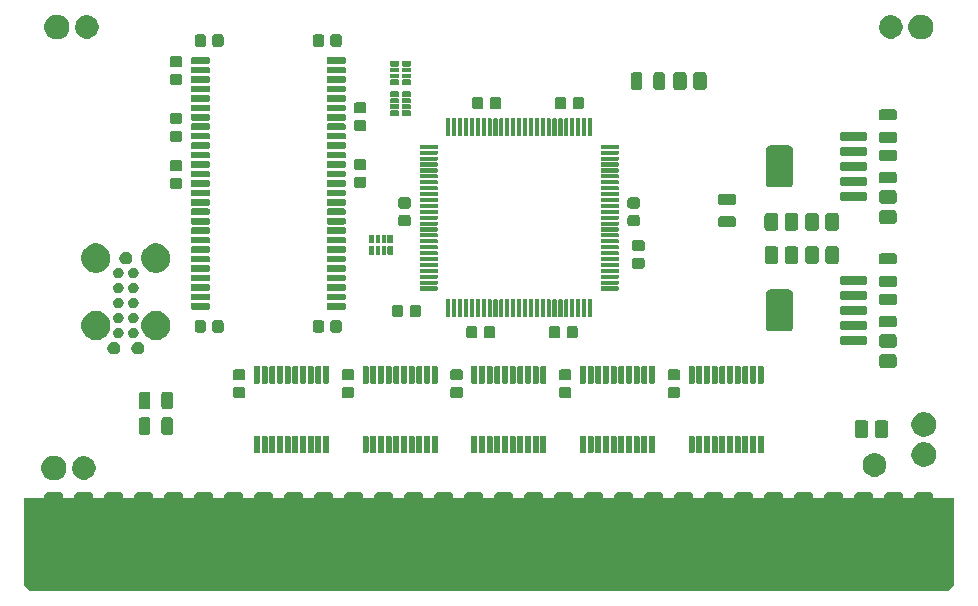
<source format=gts>
G04 #@! TF.GenerationSoftware,KiCad,Pcbnew,(5.1.5-0-10_14)*
G04 #@! TF.CreationDate,2020-04-11T18:00:11-04:00*
G04 #@! TF.ProjectId,RAM2E,52414d32-452e-46b6-9963-61645f706362,rev?*
G04 #@! TF.SameCoordinates,Original*
G04 #@! TF.FileFunction,Soldermask,Top*
G04 #@! TF.FilePolarity,Negative*
%FSLAX46Y46*%
G04 Gerber Fmt 4.6, Leading zero omitted, Abs format (unit mm)*
G04 Created by KiCad (PCBNEW (5.1.5-0-10_14)) date 2020-04-11 18:00:11*
%MOMM*%
%LPD*%
G04 APERTURE LIST*
%ADD10C,0.100000*%
G04 APERTURE END LIST*
D10*
G36*
X276860000Y-139446000D02*
G01*
X276352000Y-139954000D01*
X198628000Y-139954000D01*
X198120000Y-139446000D01*
X198120000Y-132080000D01*
X276860000Y-132080000D01*
X276860000Y-139446000D01*
G37*
G36*
X274825282Y-131569558D02*
G01*
X274896711Y-131591226D01*
X274962535Y-131626409D01*
X275020236Y-131673764D01*
X275067591Y-131731465D01*
X275102774Y-131797289D01*
X275124442Y-131868718D01*
X275132000Y-131945454D01*
X275132000Y-138618546D01*
X275124442Y-138695282D01*
X275102774Y-138766711D01*
X275067591Y-138832535D01*
X275020236Y-138890236D01*
X274962535Y-138937591D01*
X274896711Y-138972774D01*
X274825282Y-138994442D01*
X274748546Y-139002000D01*
X273891454Y-139002000D01*
X273814718Y-138994442D01*
X273743289Y-138972774D01*
X273677465Y-138937591D01*
X273619764Y-138890236D01*
X273572409Y-138832535D01*
X273537226Y-138766711D01*
X273515558Y-138695282D01*
X273508000Y-138618546D01*
X273508000Y-131945454D01*
X273515558Y-131868718D01*
X273537226Y-131797289D01*
X273572409Y-131731465D01*
X273619764Y-131673764D01*
X273677465Y-131626409D01*
X273743289Y-131591226D01*
X273814718Y-131569558D01*
X273891454Y-131562000D01*
X274748546Y-131562000D01*
X274825282Y-131569558D01*
G37*
G36*
X272285282Y-131569558D02*
G01*
X272356711Y-131591226D01*
X272422535Y-131626409D01*
X272480236Y-131673764D01*
X272527591Y-131731465D01*
X272562774Y-131797289D01*
X272584442Y-131868718D01*
X272592000Y-131945454D01*
X272592000Y-138618546D01*
X272584442Y-138695282D01*
X272562774Y-138766711D01*
X272527591Y-138832535D01*
X272480236Y-138890236D01*
X272422535Y-138937591D01*
X272356711Y-138972774D01*
X272285282Y-138994442D01*
X272208546Y-139002000D01*
X271351454Y-139002000D01*
X271274718Y-138994442D01*
X271203289Y-138972774D01*
X271137465Y-138937591D01*
X271079764Y-138890236D01*
X271032409Y-138832535D01*
X270997226Y-138766711D01*
X270975558Y-138695282D01*
X270968000Y-138618546D01*
X270968000Y-131945454D01*
X270975558Y-131868718D01*
X270997226Y-131797289D01*
X271032409Y-131731465D01*
X271079764Y-131673764D01*
X271137465Y-131626409D01*
X271203289Y-131591226D01*
X271274718Y-131569558D01*
X271351454Y-131562000D01*
X272208546Y-131562000D01*
X272285282Y-131569558D01*
G37*
G36*
X269745282Y-131569558D02*
G01*
X269816711Y-131591226D01*
X269882535Y-131626409D01*
X269940236Y-131673764D01*
X269987591Y-131731465D01*
X270022774Y-131797289D01*
X270044442Y-131868718D01*
X270052000Y-131945454D01*
X270052000Y-138618546D01*
X270044442Y-138695282D01*
X270022774Y-138766711D01*
X269987591Y-138832535D01*
X269940236Y-138890236D01*
X269882535Y-138937591D01*
X269816711Y-138972774D01*
X269745282Y-138994442D01*
X269668546Y-139002000D01*
X268811454Y-139002000D01*
X268734718Y-138994442D01*
X268663289Y-138972774D01*
X268597465Y-138937591D01*
X268539764Y-138890236D01*
X268492409Y-138832535D01*
X268457226Y-138766711D01*
X268435558Y-138695282D01*
X268428000Y-138618546D01*
X268428000Y-131945454D01*
X268435558Y-131868718D01*
X268457226Y-131797289D01*
X268492409Y-131731465D01*
X268539764Y-131673764D01*
X268597465Y-131626409D01*
X268663289Y-131591226D01*
X268734718Y-131569558D01*
X268811454Y-131562000D01*
X269668546Y-131562000D01*
X269745282Y-131569558D01*
G37*
G36*
X267205282Y-131569558D02*
G01*
X267276711Y-131591226D01*
X267342535Y-131626409D01*
X267400236Y-131673764D01*
X267447591Y-131731465D01*
X267482774Y-131797289D01*
X267504442Y-131868718D01*
X267512000Y-131945454D01*
X267512000Y-138618546D01*
X267504442Y-138695282D01*
X267482774Y-138766711D01*
X267447591Y-138832535D01*
X267400236Y-138890236D01*
X267342535Y-138937591D01*
X267276711Y-138972774D01*
X267205282Y-138994442D01*
X267128546Y-139002000D01*
X266271454Y-139002000D01*
X266194718Y-138994442D01*
X266123289Y-138972774D01*
X266057465Y-138937591D01*
X265999764Y-138890236D01*
X265952409Y-138832535D01*
X265917226Y-138766711D01*
X265895558Y-138695282D01*
X265888000Y-138618546D01*
X265888000Y-131945454D01*
X265895558Y-131868718D01*
X265917226Y-131797289D01*
X265952409Y-131731465D01*
X265999764Y-131673764D01*
X266057465Y-131626409D01*
X266123289Y-131591226D01*
X266194718Y-131569558D01*
X266271454Y-131562000D01*
X267128546Y-131562000D01*
X267205282Y-131569558D01*
G37*
G36*
X264665282Y-131569558D02*
G01*
X264736711Y-131591226D01*
X264802535Y-131626409D01*
X264860236Y-131673764D01*
X264907591Y-131731465D01*
X264942774Y-131797289D01*
X264964442Y-131868718D01*
X264972000Y-131945454D01*
X264972000Y-138618546D01*
X264964442Y-138695282D01*
X264942774Y-138766711D01*
X264907591Y-138832535D01*
X264860236Y-138890236D01*
X264802535Y-138937591D01*
X264736711Y-138972774D01*
X264665282Y-138994442D01*
X264588546Y-139002000D01*
X263731454Y-139002000D01*
X263654718Y-138994442D01*
X263583289Y-138972774D01*
X263517465Y-138937591D01*
X263459764Y-138890236D01*
X263412409Y-138832535D01*
X263377226Y-138766711D01*
X263355558Y-138695282D01*
X263348000Y-138618546D01*
X263348000Y-131945454D01*
X263355558Y-131868718D01*
X263377226Y-131797289D01*
X263412409Y-131731465D01*
X263459764Y-131673764D01*
X263517465Y-131626409D01*
X263583289Y-131591226D01*
X263654718Y-131569558D01*
X263731454Y-131562000D01*
X264588546Y-131562000D01*
X264665282Y-131569558D01*
G37*
G36*
X262125282Y-131569558D02*
G01*
X262196711Y-131591226D01*
X262262535Y-131626409D01*
X262320236Y-131673764D01*
X262367591Y-131731465D01*
X262402774Y-131797289D01*
X262424442Y-131868718D01*
X262432000Y-131945454D01*
X262432000Y-138618546D01*
X262424442Y-138695282D01*
X262402774Y-138766711D01*
X262367591Y-138832535D01*
X262320236Y-138890236D01*
X262262535Y-138937591D01*
X262196711Y-138972774D01*
X262125282Y-138994442D01*
X262048546Y-139002000D01*
X261191454Y-139002000D01*
X261114718Y-138994442D01*
X261043289Y-138972774D01*
X260977465Y-138937591D01*
X260919764Y-138890236D01*
X260872409Y-138832535D01*
X260837226Y-138766711D01*
X260815558Y-138695282D01*
X260808000Y-138618546D01*
X260808000Y-131945454D01*
X260815558Y-131868718D01*
X260837226Y-131797289D01*
X260872409Y-131731465D01*
X260919764Y-131673764D01*
X260977465Y-131626409D01*
X261043289Y-131591226D01*
X261114718Y-131569558D01*
X261191454Y-131562000D01*
X262048546Y-131562000D01*
X262125282Y-131569558D01*
G37*
G36*
X259585282Y-131569558D02*
G01*
X259656711Y-131591226D01*
X259722535Y-131626409D01*
X259780236Y-131673764D01*
X259827591Y-131731465D01*
X259862774Y-131797289D01*
X259884442Y-131868718D01*
X259892000Y-131945454D01*
X259892000Y-138618546D01*
X259884442Y-138695282D01*
X259862774Y-138766711D01*
X259827591Y-138832535D01*
X259780236Y-138890236D01*
X259722535Y-138937591D01*
X259656711Y-138972774D01*
X259585282Y-138994442D01*
X259508546Y-139002000D01*
X258651454Y-139002000D01*
X258574718Y-138994442D01*
X258503289Y-138972774D01*
X258437465Y-138937591D01*
X258379764Y-138890236D01*
X258332409Y-138832535D01*
X258297226Y-138766711D01*
X258275558Y-138695282D01*
X258268000Y-138618546D01*
X258268000Y-131945454D01*
X258275558Y-131868718D01*
X258297226Y-131797289D01*
X258332409Y-131731465D01*
X258379764Y-131673764D01*
X258437465Y-131626409D01*
X258503289Y-131591226D01*
X258574718Y-131569558D01*
X258651454Y-131562000D01*
X259508546Y-131562000D01*
X259585282Y-131569558D01*
G37*
G36*
X257045282Y-131569558D02*
G01*
X257116711Y-131591226D01*
X257182535Y-131626409D01*
X257240236Y-131673764D01*
X257287591Y-131731465D01*
X257322774Y-131797289D01*
X257344442Y-131868718D01*
X257352000Y-131945454D01*
X257352000Y-138618546D01*
X257344442Y-138695282D01*
X257322774Y-138766711D01*
X257287591Y-138832535D01*
X257240236Y-138890236D01*
X257182535Y-138937591D01*
X257116711Y-138972774D01*
X257045282Y-138994442D01*
X256968546Y-139002000D01*
X256111454Y-139002000D01*
X256034718Y-138994442D01*
X255963289Y-138972774D01*
X255897465Y-138937591D01*
X255839764Y-138890236D01*
X255792409Y-138832535D01*
X255757226Y-138766711D01*
X255735558Y-138695282D01*
X255728000Y-138618546D01*
X255728000Y-131945454D01*
X255735558Y-131868718D01*
X255757226Y-131797289D01*
X255792409Y-131731465D01*
X255839764Y-131673764D01*
X255897465Y-131626409D01*
X255963289Y-131591226D01*
X256034718Y-131569558D01*
X256111454Y-131562000D01*
X256968546Y-131562000D01*
X257045282Y-131569558D01*
G37*
G36*
X254505282Y-131569558D02*
G01*
X254576711Y-131591226D01*
X254642535Y-131626409D01*
X254700236Y-131673764D01*
X254747591Y-131731465D01*
X254782774Y-131797289D01*
X254804442Y-131868718D01*
X254812000Y-131945454D01*
X254812000Y-138618546D01*
X254804442Y-138695282D01*
X254782774Y-138766711D01*
X254747591Y-138832535D01*
X254700236Y-138890236D01*
X254642535Y-138937591D01*
X254576711Y-138972774D01*
X254505282Y-138994442D01*
X254428546Y-139002000D01*
X253571454Y-139002000D01*
X253494718Y-138994442D01*
X253423289Y-138972774D01*
X253357465Y-138937591D01*
X253299764Y-138890236D01*
X253252409Y-138832535D01*
X253217226Y-138766711D01*
X253195558Y-138695282D01*
X253188000Y-138618546D01*
X253188000Y-131945454D01*
X253195558Y-131868718D01*
X253217226Y-131797289D01*
X253252409Y-131731465D01*
X253299764Y-131673764D01*
X253357465Y-131626409D01*
X253423289Y-131591226D01*
X253494718Y-131569558D01*
X253571454Y-131562000D01*
X254428546Y-131562000D01*
X254505282Y-131569558D01*
G37*
G36*
X251965282Y-131569558D02*
G01*
X252036711Y-131591226D01*
X252102535Y-131626409D01*
X252160236Y-131673764D01*
X252207591Y-131731465D01*
X252242774Y-131797289D01*
X252264442Y-131868718D01*
X252272000Y-131945454D01*
X252272000Y-138618546D01*
X252264442Y-138695282D01*
X252242774Y-138766711D01*
X252207591Y-138832535D01*
X252160236Y-138890236D01*
X252102535Y-138937591D01*
X252036711Y-138972774D01*
X251965282Y-138994442D01*
X251888546Y-139002000D01*
X251031454Y-139002000D01*
X250954718Y-138994442D01*
X250883289Y-138972774D01*
X250817465Y-138937591D01*
X250759764Y-138890236D01*
X250712409Y-138832535D01*
X250677226Y-138766711D01*
X250655558Y-138695282D01*
X250648000Y-138618546D01*
X250648000Y-131945454D01*
X250655558Y-131868718D01*
X250677226Y-131797289D01*
X250712409Y-131731465D01*
X250759764Y-131673764D01*
X250817465Y-131626409D01*
X250883289Y-131591226D01*
X250954718Y-131569558D01*
X251031454Y-131562000D01*
X251888546Y-131562000D01*
X251965282Y-131569558D01*
G37*
G36*
X249425282Y-131569558D02*
G01*
X249496711Y-131591226D01*
X249562535Y-131626409D01*
X249620236Y-131673764D01*
X249667591Y-131731465D01*
X249702774Y-131797289D01*
X249724442Y-131868718D01*
X249732000Y-131945454D01*
X249732000Y-138618546D01*
X249724442Y-138695282D01*
X249702774Y-138766711D01*
X249667591Y-138832535D01*
X249620236Y-138890236D01*
X249562535Y-138937591D01*
X249496711Y-138972774D01*
X249425282Y-138994442D01*
X249348546Y-139002000D01*
X248491454Y-139002000D01*
X248414718Y-138994442D01*
X248343289Y-138972774D01*
X248277465Y-138937591D01*
X248219764Y-138890236D01*
X248172409Y-138832535D01*
X248137226Y-138766711D01*
X248115558Y-138695282D01*
X248108000Y-138618546D01*
X248108000Y-131945454D01*
X248115558Y-131868718D01*
X248137226Y-131797289D01*
X248172409Y-131731465D01*
X248219764Y-131673764D01*
X248277465Y-131626409D01*
X248343289Y-131591226D01*
X248414718Y-131569558D01*
X248491454Y-131562000D01*
X249348546Y-131562000D01*
X249425282Y-131569558D01*
G37*
G36*
X246885282Y-131569558D02*
G01*
X246956711Y-131591226D01*
X247022535Y-131626409D01*
X247080236Y-131673764D01*
X247127591Y-131731465D01*
X247162774Y-131797289D01*
X247184442Y-131868718D01*
X247192000Y-131945454D01*
X247192000Y-138618546D01*
X247184442Y-138695282D01*
X247162774Y-138766711D01*
X247127591Y-138832535D01*
X247080236Y-138890236D01*
X247022535Y-138937591D01*
X246956711Y-138972774D01*
X246885282Y-138994442D01*
X246808546Y-139002000D01*
X245951454Y-139002000D01*
X245874718Y-138994442D01*
X245803289Y-138972774D01*
X245737465Y-138937591D01*
X245679764Y-138890236D01*
X245632409Y-138832535D01*
X245597226Y-138766711D01*
X245575558Y-138695282D01*
X245568000Y-138618546D01*
X245568000Y-131945454D01*
X245575558Y-131868718D01*
X245597226Y-131797289D01*
X245632409Y-131731465D01*
X245679764Y-131673764D01*
X245737465Y-131626409D01*
X245803289Y-131591226D01*
X245874718Y-131569558D01*
X245951454Y-131562000D01*
X246808546Y-131562000D01*
X246885282Y-131569558D01*
G37*
G36*
X244345282Y-131569558D02*
G01*
X244416711Y-131591226D01*
X244482535Y-131626409D01*
X244540236Y-131673764D01*
X244587591Y-131731465D01*
X244622774Y-131797289D01*
X244644442Y-131868718D01*
X244652000Y-131945454D01*
X244652000Y-138618546D01*
X244644442Y-138695282D01*
X244622774Y-138766711D01*
X244587591Y-138832535D01*
X244540236Y-138890236D01*
X244482535Y-138937591D01*
X244416711Y-138972774D01*
X244345282Y-138994442D01*
X244268546Y-139002000D01*
X243411454Y-139002000D01*
X243334718Y-138994442D01*
X243263289Y-138972774D01*
X243197465Y-138937591D01*
X243139764Y-138890236D01*
X243092409Y-138832535D01*
X243057226Y-138766711D01*
X243035558Y-138695282D01*
X243028000Y-138618546D01*
X243028000Y-131945454D01*
X243035558Y-131868718D01*
X243057226Y-131797289D01*
X243092409Y-131731465D01*
X243139764Y-131673764D01*
X243197465Y-131626409D01*
X243263289Y-131591226D01*
X243334718Y-131569558D01*
X243411454Y-131562000D01*
X244268546Y-131562000D01*
X244345282Y-131569558D01*
G37*
G36*
X241805282Y-131569558D02*
G01*
X241876711Y-131591226D01*
X241942535Y-131626409D01*
X242000236Y-131673764D01*
X242047591Y-131731465D01*
X242082774Y-131797289D01*
X242104442Y-131868718D01*
X242112000Y-131945454D01*
X242112000Y-138618546D01*
X242104442Y-138695282D01*
X242082774Y-138766711D01*
X242047591Y-138832535D01*
X242000236Y-138890236D01*
X241942535Y-138937591D01*
X241876711Y-138972774D01*
X241805282Y-138994442D01*
X241728546Y-139002000D01*
X240871454Y-139002000D01*
X240794718Y-138994442D01*
X240723289Y-138972774D01*
X240657465Y-138937591D01*
X240599764Y-138890236D01*
X240552409Y-138832535D01*
X240517226Y-138766711D01*
X240495558Y-138695282D01*
X240488000Y-138618546D01*
X240488000Y-131945454D01*
X240495558Y-131868718D01*
X240517226Y-131797289D01*
X240552409Y-131731465D01*
X240599764Y-131673764D01*
X240657465Y-131626409D01*
X240723289Y-131591226D01*
X240794718Y-131569558D01*
X240871454Y-131562000D01*
X241728546Y-131562000D01*
X241805282Y-131569558D01*
G37*
G36*
X239265282Y-131569558D02*
G01*
X239336711Y-131591226D01*
X239402535Y-131626409D01*
X239460236Y-131673764D01*
X239507591Y-131731465D01*
X239542774Y-131797289D01*
X239564442Y-131868718D01*
X239572000Y-131945454D01*
X239572000Y-138618546D01*
X239564442Y-138695282D01*
X239542774Y-138766711D01*
X239507591Y-138832535D01*
X239460236Y-138890236D01*
X239402535Y-138937591D01*
X239336711Y-138972774D01*
X239265282Y-138994442D01*
X239188546Y-139002000D01*
X238331454Y-139002000D01*
X238254718Y-138994442D01*
X238183289Y-138972774D01*
X238117465Y-138937591D01*
X238059764Y-138890236D01*
X238012409Y-138832535D01*
X237977226Y-138766711D01*
X237955558Y-138695282D01*
X237948000Y-138618546D01*
X237948000Y-131945454D01*
X237955558Y-131868718D01*
X237977226Y-131797289D01*
X238012409Y-131731465D01*
X238059764Y-131673764D01*
X238117465Y-131626409D01*
X238183289Y-131591226D01*
X238254718Y-131569558D01*
X238331454Y-131562000D01*
X239188546Y-131562000D01*
X239265282Y-131569558D01*
G37*
G36*
X236725282Y-131569558D02*
G01*
X236796711Y-131591226D01*
X236862535Y-131626409D01*
X236920236Y-131673764D01*
X236967591Y-131731465D01*
X237002774Y-131797289D01*
X237024442Y-131868718D01*
X237032000Y-131945454D01*
X237032000Y-138618546D01*
X237024442Y-138695282D01*
X237002774Y-138766711D01*
X236967591Y-138832535D01*
X236920236Y-138890236D01*
X236862535Y-138937591D01*
X236796711Y-138972774D01*
X236725282Y-138994442D01*
X236648546Y-139002000D01*
X235791454Y-139002000D01*
X235714718Y-138994442D01*
X235643289Y-138972774D01*
X235577465Y-138937591D01*
X235519764Y-138890236D01*
X235472409Y-138832535D01*
X235437226Y-138766711D01*
X235415558Y-138695282D01*
X235408000Y-138618546D01*
X235408000Y-131945454D01*
X235415558Y-131868718D01*
X235437226Y-131797289D01*
X235472409Y-131731465D01*
X235519764Y-131673764D01*
X235577465Y-131626409D01*
X235643289Y-131591226D01*
X235714718Y-131569558D01*
X235791454Y-131562000D01*
X236648546Y-131562000D01*
X236725282Y-131569558D01*
G37*
G36*
X234185282Y-131569558D02*
G01*
X234256711Y-131591226D01*
X234322535Y-131626409D01*
X234380236Y-131673764D01*
X234427591Y-131731465D01*
X234462774Y-131797289D01*
X234484442Y-131868718D01*
X234492000Y-131945454D01*
X234492000Y-138618546D01*
X234484442Y-138695282D01*
X234462774Y-138766711D01*
X234427591Y-138832535D01*
X234380236Y-138890236D01*
X234322535Y-138937591D01*
X234256711Y-138972774D01*
X234185282Y-138994442D01*
X234108546Y-139002000D01*
X233251454Y-139002000D01*
X233174718Y-138994442D01*
X233103289Y-138972774D01*
X233037465Y-138937591D01*
X232979764Y-138890236D01*
X232932409Y-138832535D01*
X232897226Y-138766711D01*
X232875558Y-138695282D01*
X232868000Y-138618546D01*
X232868000Y-131945454D01*
X232875558Y-131868718D01*
X232897226Y-131797289D01*
X232932409Y-131731465D01*
X232979764Y-131673764D01*
X233037465Y-131626409D01*
X233103289Y-131591226D01*
X233174718Y-131569558D01*
X233251454Y-131562000D01*
X234108546Y-131562000D01*
X234185282Y-131569558D01*
G37*
G36*
X231645282Y-131569558D02*
G01*
X231716711Y-131591226D01*
X231782535Y-131626409D01*
X231840236Y-131673764D01*
X231887591Y-131731465D01*
X231922774Y-131797289D01*
X231944442Y-131868718D01*
X231952000Y-131945454D01*
X231952000Y-138618546D01*
X231944442Y-138695282D01*
X231922774Y-138766711D01*
X231887591Y-138832535D01*
X231840236Y-138890236D01*
X231782535Y-138937591D01*
X231716711Y-138972774D01*
X231645282Y-138994442D01*
X231568546Y-139002000D01*
X230711454Y-139002000D01*
X230634718Y-138994442D01*
X230563289Y-138972774D01*
X230497465Y-138937591D01*
X230439764Y-138890236D01*
X230392409Y-138832535D01*
X230357226Y-138766711D01*
X230335558Y-138695282D01*
X230328000Y-138618546D01*
X230328000Y-131945454D01*
X230335558Y-131868718D01*
X230357226Y-131797289D01*
X230392409Y-131731465D01*
X230439764Y-131673764D01*
X230497465Y-131626409D01*
X230563289Y-131591226D01*
X230634718Y-131569558D01*
X230711454Y-131562000D01*
X231568546Y-131562000D01*
X231645282Y-131569558D01*
G37*
G36*
X229105282Y-131569558D02*
G01*
X229176711Y-131591226D01*
X229242535Y-131626409D01*
X229300236Y-131673764D01*
X229347591Y-131731465D01*
X229382774Y-131797289D01*
X229404442Y-131868718D01*
X229412000Y-131945454D01*
X229412000Y-138618546D01*
X229404442Y-138695282D01*
X229382774Y-138766711D01*
X229347591Y-138832535D01*
X229300236Y-138890236D01*
X229242535Y-138937591D01*
X229176711Y-138972774D01*
X229105282Y-138994442D01*
X229028546Y-139002000D01*
X228171454Y-139002000D01*
X228094718Y-138994442D01*
X228023289Y-138972774D01*
X227957465Y-138937591D01*
X227899764Y-138890236D01*
X227852409Y-138832535D01*
X227817226Y-138766711D01*
X227795558Y-138695282D01*
X227788000Y-138618546D01*
X227788000Y-131945454D01*
X227795558Y-131868718D01*
X227817226Y-131797289D01*
X227852409Y-131731465D01*
X227899764Y-131673764D01*
X227957465Y-131626409D01*
X228023289Y-131591226D01*
X228094718Y-131569558D01*
X228171454Y-131562000D01*
X229028546Y-131562000D01*
X229105282Y-131569558D01*
G37*
G36*
X226565282Y-131569558D02*
G01*
X226636711Y-131591226D01*
X226702535Y-131626409D01*
X226760236Y-131673764D01*
X226807591Y-131731465D01*
X226842774Y-131797289D01*
X226864442Y-131868718D01*
X226872000Y-131945454D01*
X226872000Y-138618546D01*
X226864442Y-138695282D01*
X226842774Y-138766711D01*
X226807591Y-138832535D01*
X226760236Y-138890236D01*
X226702535Y-138937591D01*
X226636711Y-138972774D01*
X226565282Y-138994442D01*
X226488546Y-139002000D01*
X225631454Y-139002000D01*
X225554718Y-138994442D01*
X225483289Y-138972774D01*
X225417465Y-138937591D01*
X225359764Y-138890236D01*
X225312409Y-138832535D01*
X225277226Y-138766711D01*
X225255558Y-138695282D01*
X225248000Y-138618546D01*
X225248000Y-131945454D01*
X225255558Y-131868718D01*
X225277226Y-131797289D01*
X225312409Y-131731465D01*
X225359764Y-131673764D01*
X225417465Y-131626409D01*
X225483289Y-131591226D01*
X225554718Y-131569558D01*
X225631454Y-131562000D01*
X226488546Y-131562000D01*
X226565282Y-131569558D01*
G37*
G36*
X224025282Y-131569558D02*
G01*
X224096711Y-131591226D01*
X224162535Y-131626409D01*
X224220236Y-131673764D01*
X224267591Y-131731465D01*
X224302774Y-131797289D01*
X224324442Y-131868718D01*
X224332000Y-131945454D01*
X224332000Y-138618546D01*
X224324442Y-138695282D01*
X224302774Y-138766711D01*
X224267591Y-138832535D01*
X224220236Y-138890236D01*
X224162535Y-138937591D01*
X224096711Y-138972774D01*
X224025282Y-138994442D01*
X223948546Y-139002000D01*
X223091454Y-139002000D01*
X223014718Y-138994442D01*
X222943289Y-138972774D01*
X222877465Y-138937591D01*
X222819764Y-138890236D01*
X222772409Y-138832535D01*
X222737226Y-138766711D01*
X222715558Y-138695282D01*
X222708000Y-138618546D01*
X222708000Y-131945454D01*
X222715558Y-131868718D01*
X222737226Y-131797289D01*
X222772409Y-131731465D01*
X222819764Y-131673764D01*
X222877465Y-131626409D01*
X222943289Y-131591226D01*
X223014718Y-131569558D01*
X223091454Y-131562000D01*
X223948546Y-131562000D01*
X224025282Y-131569558D01*
G37*
G36*
X221485282Y-131569558D02*
G01*
X221556711Y-131591226D01*
X221622535Y-131626409D01*
X221680236Y-131673764D01*
X221727591Y-131731465D01*
X221762774Y-131797289D01*
X221784442Y-131868718D01*
X221792000Y-131945454D01*
X221792000Y-138618546D01*
X221784442Y-138695282D01*
X221762774Y-138766711D01*
X221727591Y-138832535D01*
X221680236Y-138890236D01*
X221622535Y-138937591D01*
X221556711Y-138972774D01*
X221485282Y-138994442D01*
X221408546Y-139002000D01*
X220551454Y-139002000D01*
X220474718Y-138994442D01*
X220403289Y-138972774D01*
X220337465Y-138937591D01*
X220279764Y-138890236D01*
X220232409Y-138832535D01*
X220197226Y-138766711D01*
X220175558Y-138695282D01*
X220168000Y-138618546D01*
X220168000Y-131945454D01*
X220175558Y-131868718D01*
X220197226Y-131797289D01*
X220232409Y-131731465D01*
X220279764Y-131673764D01*
X220337465Y-131626409D01*
X220403289Y-131591226D01*
X220474718Y-131569558D01*
X220551454Y-131562000D01*
X221408546Y-131562000D01*
X221485282Y-131569558D01*
G37*
G36*
X218945282Y-131569558D02*
G01*
X219016711Y-131591226D01*
X219082535Y-131626409D01*
X219140236Y-131673764D01*
X219187591Y-131731465D01*
X219222774Y-131797289D01*
X219244442Y-131868718D01*
X219252000Y-131945454D01*
X219252000Y-138618546D01*
X219244442Y-138695282D01*
X219222774Y-138766711D01*
X219187591Y-138832535D01*
X219140236Y-138890236D01*
X219082535Y-138937591D01*
X219016711Y-138972774D01*
X218945282Y-138994442D01*
X218868546Y-139002000D01*
X218011454Y-139002000D01*
X217934718Y-138994442D01*
X217863289Y-138972774D01*
X217797465Y-138937591D01*
X217739764Y-138890236D01*
X217692409Y-138832535D01*
X217657226Y-138766711D01*
X217635558Y-138695282D01*
X217628000Y-138618546D01*
X217628000Y-131945454D01*
X217635558Y-131868718D01*
X217657226Y-131797289D01*
X217692409Y-131731465D01*
X217739764Y-131673764D01*
X217797465Y-131626409D01*
X217863289Y-131591226D01*
X217934718Y-131569558D01*
X218011454Y-131562000D01*
X218868546Y-131562000D01*
X218945282Y-131569558D01*
G37*
G36*
X216405282Y-131569558D02*
G01*
X216476711Y-131591226D01*
X216542535Y-131626409D01*
X216600236Y-131673764D01*
X216647591Y-131731465D01*
X216682774Y-131797289D01*
X216704442Y-131868718D01*
X216712000Y-131945454D01*
X216712000Y-138618546D01*
X216704442Y-138695282D01*
X216682774Y-138766711D01*
X216647591Y-138832535D01*
X216600236Y-138890236D01*
X216542535Y-138937591D01*
X216476711Y-138972774D01*
X216405282Y-138994442D01*
X216328546Y-139002000D01*
X215471454Y-139002000D01*
X215394718Y-138994442D01*
X215323289Y-138972774D01*
X215257465Y-138937591D01*
X215199764Y-138890236D01*
X215152409Y-138832535D01*
X215117226Y-138766711D01*
X215095558Y-138695282D01*
X215088000Y-138618546D01*
X215088000Y-131945454D01*
X215095558Y-131868718D01*
X215117226Y-131797289D01*
X215152409Y-131731465D01*
X215199764Y-131673764D01*
X215257465Y-131626409D01*
X215323289Y-131591226D01*
X215394718Y-131569558D01*
X215471454Y-131562000D01*
X216328546Y-131562000D01*
X216405282Y-131569558D01*
G37*
G36*
X213865282Y-131569558D02*
G01*
X213936711Y-131591226D01*
X214002535Y-131626409D01*
X214060236Y-131673764D01*
X214107591Y-131731465D01*
X214142774Y-131797289D01*
X214164442Y-131868718D01*
X214172000Y-131945454D01*
X214172000Y-138618546D01*
X214164442Y-138695282D01*
X214142774Y-138766711D01*
X214107591Y-138832535D01*
X214060236Y-138890236D01*
X214002535Y-138937591D01*
X213936711Y-138972774D01*
X213865282Y-138994442D01*
X213788546Y-139002000D01*
X212931454Y-139002000D01*
X212854718Y-138994442D01*
X212783289Y-138972774D01*
X212717465Y-138937591D01*
X212659764Y-138890236D01*
X212612409Y-138832535D01*
X212577226Y-138766711D01*
X212555558Y-138695282D01*
X212548000Y-138618546D01*
X212548000Y-131945454D01*
X212555558Y-131868718D01*
X212577226Y-131797289D01*
X212612409Y-131731465D01*
X212659764Y-131673764D01*
X212717465Y-131626409D01*
X212783289Y-131591226D01*
X212854718Y-131569558D01*
X212931454Y-131562000D01*
X213788546Y-131562000D01*
X213865282Y-131569558D01*
G37*
G36*
X211325282Y-131569558D02*
G01*
X211396711Y-131591226D01*
X211462535Y-131626409D01*
X211520236Y-131673764D01*
X211567591Y-131731465D01*
X211602774Y-131797289D01*
X211624442Y-131868718D01*
X211632000Y-131945454D01*
X211632000Y-138618546D01*
X211624442Y-138695282D01*
X211602774Y-138766711D01*
X211567591Y-138832535D01*
X211520236Y-138890236D01*
X211462535Y-138937591D01*
X211396711Y-138972774D01*
X211325282Y-138994442D01*
X211248546Y-139002000D01*
X210391454Y-139002000D01*
X210314718Y-138994442D01*
X210243289Y-138972774D01*
X210177465Y-138937591D01*
X210119764Y-138890236D01*
X210072409Y-138832535D01*
X210037226Y-138766711D01*
X210015558Y-138695282D01*
X210008000Y-138618546D01*
X210008000Y-131945454D01*
X210015558Y-131868718D01*
X210037226Y-131797289D01*
X210072409Y-131731465D01*
X210119764Y-131673764D01*
X210177465Y-131626409D01*
X210243289Y-131591226D01*
X210314718Y-131569558D01*
X210391454Y-131562000D01*
X211248546Y-131562000D01*
X211325282Y-131569558D01*
G37*
G36*
X208785282Y-131569558D02*
G01*
X208856711Y-131591226D01*
X208922535Y-131626409D01*
X208980236Y-131673764D01*
X209027591Y-131731465D01*
X209062774Y-131797289D01*
X209084442Y-131868718D01*
X209092000Y-131945454D01*
X209092000Y-138618546D01*
X209084442Y-138695282D01*
X209062774Y-138766711D01*
X209027591Y-138832535D01*
X208980236Y-138890236D01*
X208922535Y-138937591D01*
X208856711Y-138972774D01*
X208785282Y-138994442D01*
X208708546Y-139002000D01*
X207851454Y-139002000D01*
X207774718Y-138994442D01*
X207703289Y-138972774D01*
X207637465Y-138937591D01*
X207579764Y-138890236D01*
X207532409Y-138832535D01*
X207497226Y-138766711D01*
X207475558Y-138695282D01*
X207468000Y-138618546D01*
X207468000Y-131945454D01*
X207475558Y-131868718D01*
X207497226Y-131797289D01*
X207532409Y-131731465D01*
X207579764Y-131673764D01*
X207637465Y-131626409D01*
X207703289Y-131591226D01*
X207774718Y-131569558D01*
X207851454Y-131562000D01*
X208708546Y-131562000D01*
X208785282Y-131569558D01*
G37*
G36*
X206245282Y-131569558D02*
G01*
X206316711Y-131591226D01*
X206382535Y-131626409D01*
X206440236Y-131673764D01*
X206487591Y-131731465D01*
X206522774Y-131797289D01*
X206544442Y-131868718D01*
X206552000Y-131945454D01*
X206552000Y-138618546D01*
X206544442Y-138695282D01*
X206522774Y-138766711D01*
X206487591Y-138832535D01*
X206440236Y-138890236D01*
X206382535Y-138937591D01*
X206316711Y-138972774D01*
X206245282Y-138994442D01*
X206168546Y-139002000D01*
X205311454Y-139002000D01*
X205234718Y-138994442D01*
X205163289Y-138972774D01*
X205097465Y-138937591D01*
X205039764Y-138890236D01*
X204992409Y-138832535D01*
X204957226Y-138766711D01*
X204935558Y-138695282D01*
X204928000Y-138618546D01*
X204928000Y-131945454D01*
X204935558Y-131868718D01*
X204957226Y-131797289D01*
X204992409Y-131731465D01*
X205039764Y-131673764D01*
X205097465Y-131626409D01*
X205163289Y-131591226D01*
X205234718Y-131569558D01*
X205311454Y-131562000D01*
X206168546Y-131562000D01*
X206245282Y-131569558D01*
G37*
G36*
X203705282Y-131569558D02*
G01*
X203776711Y-131591226D01*
X203842535Y-131626409D01*
X203900236Y-131673764D01*
X203947591Y-131731465D01*
X203982774Y-131797289D01*
X204004442Y-131868718D01*
X204012000Y-131945454D01*
X204012000Y-138618546D01*
X204004442Y-138695282D01*
X203982774Y-138766711D01*
X203947591Y-138832535D01*
X203900236Y-138890236D01*
X203842535Y-138937591D01*
X203776711Y-138972774D01*
X203705282Y-138994442D01*
X203628546Y-139002000D01*
X202771454Y-139002000D01*
X202694718Y-138994442D01*
X202623289Y-138972774D01*
X202557465Y-138937591D01*
X202499764Y-138890236D01*
X202452409Y-138832535D01*
X202417226Y-138766711D01*
X202395558Y-138695282D01*
X202388000Y-138618546D01*
X202388000Y-131945454D01*
X202395558Y-131868718D01*
X202417226Y-131797289D01*
X202452409Y-131731465D01*
X202499764Y-131673764D01*
X202557465Y-131626409D01*
X202623289Y-131591226D01*
X202694718Y-131569558D01*
X202771454Y-131562000D01*
X203628546Y-131562000D01*
X203705282Y-131569558D01*
G37*
G36*
X201165282Y-131569558D02*
G01*
X201236711Y-131591226D01*
X201302535Y-131626409D01*
X201360236Y-131673764D01*
X201407591Y-131731465D01*
X201442774Y-131797289D01*
X201464442Y-131868718D01*
X201472000Y-131945454D01*
X201472000Y-138618546D01*
X201464442Y-138695282D01*
X201442774Y-138766711D01*
X201407591Y-138832535D01*
X201360236Y-138890236D01*
X201302535Y-138937591D01*
X201236711Y-138972774D01*
X201165282Y-138994442D01*
X201088546Y-139002000D01*
X200231454Y-139002000D01*
X200154718Y-138994442D01*
X200083289Y-138972774D01*
X200017465Y-138937591D01*
X199959764Y-138890236D01*
X199912409Y-138832535D01*
X199877226Y-138766711D01*
X199855558Y-138695282D01*
X199848000Y-138618546D01*
X199848000Y-131945454D01*
X199855558Y-131868718D01*
X199877226Y-131797289D01*
X199912409Y-131731465D01*
X199959764Y-131673764D01*
X200017465Y-131626409D01*
X200083289Y-131591226D01*
X200154718Y-131569558D01*
X200231454Y-131562000D01*
X201088546Y-131562000D01*
X201165282Y-131569558D01*
G37*
G36*
X200788687Y-128495027D02*
G01*
X200966274Y-128530350D01*
X201157362Y-128609502D01*
X201329336Y-128724411D01*
X201475589Y-128870664D01*
X201590498Y-129042638D01*
X201669650Y-129233726D01*
X201710000Y-129436584D01*
X201710000Y-129643416D01*
X201669650Y-129846274D01*
X201590498Y-130037362D01*
X201475589Y-130209336D01*
X201329336Y-130355589D01*
X201157362Y-130470498D01*
X200966274Y-130549650D01*
X200788687Y-130584973D01*
X200763417Y-130590000D01*
X200556583Y-130590000D01*
X200531313Y-130584973D01*
X200353726Y-130549650D01*
X200162638Y-130470498D01*
X199990664Y-130355589D01*
X199844411Y-130209336D01*
X199729502Y-130037362D01*
X199650350Y-129846274D01*
X199610000Y-129643416D01*
X199610000Y-129436584D01*
X199650350Y-129233726D01*
X199729502Y-129042638D01*
X199844411Y-128870664D01*
X199990664Y-128724411D01*
X200162638Y-128609502D01*
X200353726Y-128530350D01*
X200531313Y-128495027D01*
X200556583Y-128490000D01*
X200763417Y-128490000D01*
X200788687Y-128495027D01*
G37*
G36*
X203395090Y-128559215D02*
G01*
X203491689Y-128578429D01*
X203673678Y-128653811D01*
X203837463Y-128763249D01*
X203976751Y-128902537D01*
X204086189Y-129066322D01*
X204161571Y-129248311D01*
X204161571Y-129248313D01*
X204200000Y-129441507D01*
X204200000Y-129638493D01*
X204180786Y-129735090D01*
X204161571Y-129831689D01*
X204086189Y-130013678D01*
X203976751Y-130177463D01*
X203837463Y-130316751D01*
X203673678Y-130426189D01*
X203491689Y-130501571D01*
X203395090Y-130520785D01*
X203298493Y-130540000D01*
X203101507Y-130540000D01*
X203004910Y-130520785D01*
X202908311Y-130501571D01*
X202726322Y-130426189D01*
X202562537Y-130316751D01*
X202423249Y-130177463D01*
X202313811Y-130013678D01*
X202238429Y-129831689D01*
X202219214Y-129735090D01*
X202200000Y-129638493D01*
X202200000Y-129441507D01*
X202238429Y-129248313D01*
X202238429Y-129248311D01*
X202313811Y-129066322D01*
X202423249Y-128902537D01*
X202562537Y-128763249D01*
X202726322Y-128653811D01*
X202908311Y-128578429D01*
X203004910Y-128559215D01*
X203101507Y-128540000D01*
X203298493Y-128540000D01*
X203395090Y-128559215D01*
G37*
G36*
X270297875Y-128300000D02*
G01*
X270420689Y-128324429D01*
X270602678Y-128399811D01*
X270766463Y-128509249D01*
X270905751Y-128648537D01*
X271015189Y-128812322D01*
X271090571Y-128994311D01*
X271090571Y-128994313D01*
X271129000Y-129187507D01*
X271129000Y-129384493D01*
X271118638Y-129436584D01*
X271090571Y-129577689D01*
X271015189Y-129759678D01*
X270905751Y-129923463D01*
X270766463Y-130062751D01*
X270602678Y-130172189D01*
X270420689Y-130247571D01*
X270324090Y-130266785D01*
X270227493Y-130286000D01*
X270030507Y-130286000D01*
X269933910Y-130266785D01*
X269837311Y-130247571D01*
X269655322Y-130172189D01*
X269491537Y-130062751D01*
X269352249Y-129923463D01*
X269242811Y-129759678D01*
X269167429Y-129577689D01*
X269139362Y-129436584D01*
X269129000Y-129384493D01*
X269129000Y-129187507D01*
X269167429Y-128994313D01*
X269167429Y-128994311D01*
X269242811Y-128812322D01*
X269352249Y-128648537D01*
X269491537Y-128509249D01*
X269655322Y-128399811D01*
X269837311Y-128324429D01*
X269960125Y-128300000D01*
X270030507Y-128286000D01*
X270227493Y-128286000D01*
X270297875Y-128300000D01*
G37*
G36*
X274448687Y-127352027D02*
G01*
X274626274Y-127387350D01*
X274817362Y-127466502D01*
X274989336Y-127581411D01*
X275135589Y-127727664D01*
X275250498Y-127899638D01*
X275329650Y-128090726D01*
X275351263Y-128199386D01*
X275368492Y-128286000D01*
X275370000Y-128293584D01*
X275370000Y-128500416D01*
X275329650Y-128703274D01*
X275250498Y-128894362D01*
X275135589Y-129066336D01*
X274989336Y-129212589D01*
X274817362Y-129327498D01*
X274626274Y-129406650D01*
X274451032Y-129441507D01*
X274423417Y-129447000D01*
X274216583Y-129447000D01*
X274188968Y-129441507D01*
X274013726Y-129406650D01*
X273822638Y-129327498D01*
X273650664Y-129212589D01*
X273504411Y-129066336D01*
X273389502Y-128894362D01*
X273310350Y-128703274D01*
X273270000Y-128500416D01*
X273270000Y-128293584D01*
X273271509Y-128286000D01*
X273288737Y-128199386D01*
X273310350Y-128090726D01*
X273389502Y-127899638D01*
X273504411Y-127727664D01*
X273650664Y-127581411D01*
X273822638Y-127466502D01*
X274013726Y-127387350D01*
X274191313Y-127352027D01*
X274216583Y-127347000D01*
X274423417Y-127347000D01*
X274448687Y-127352027D01*
G37*
G36*
X230469460Y-126802158D02*
G01*
X230488173Y-126807835D01*
X230505424Y-126817055D01*
X230520539Y-126829461D01*
X230532945Y-126844576D01*
X230542165Y-126861827D01*
X230547842Y-126880540D01*
X230550000Y-126902453D01*
X230550000Y-128197547D01*
X230547842Y-128219460D01*
X230542165Y-128238173D01*
X230532945Y-128255424D01*
X230520539Y-128270539D01*
X230505424Y-128282945D01*
X230488173Y-128292165D01*
X230469460Y-128297842D01*
X230447547Y-128300000D01*
X230152453Y-128300000D01*
X230130540Y-128297842D01*
X230111827Y-128292165D01*
X230094576Y-128282945D01*
X230079461Y-128270539D01*
X230067055Y-128255424D01*
X230057835Y-128238173D01*
X230052158Y-128219460D01*
X230050000Y-128197547D01*
X230050000Y-126902453D01*
X230052158Y-126880540D01*
X230057835Y-126861827D01*
X230067055Y-126844576D01*
X230079461Y-126829461D01*
X230094576Y-126817055D01*
X230111827Y-126807835D01*
X230130540Y-126802158D01*
X230152453Y-126800000D01*
X230447547Y-126800000D01*
X230469460Y-126802158D01*
G37*
G36*
X229819460Y-126802158D02*
G01*
X229838173Y-126807835D01*
X229855424Y-126817055D01*
X229870539Y-126829461D01*
X229882945Y-126844576D01*
X229892165Y-126861827D01*
X229897842Y-126880540D01*
X229900000Y-126902453D01*
X229900000Y-128197547D01*
X229897842Y-128219460D01*
X229892165Y-128238173D01*
X229882945Y-128255424D01*
X229870539Y-128270539D01*
X229855424Y-128282945D01*
X229838173Y-128292165D01*
X229819460Y-128297842D01*
X229797547Y-128300000D01*
X229502453Y-128300000D01*
X229480540Y-128297842D01*
X229461827Y-128292165D01*
X229444576Y-128282945D01*
X229429461Y-128270539D01*
X229417055Y-128255424D01*
X229407835Y-128238173D01*
X229402158Y-128219460D01*
X229400000Y-128197547D01*
X229400000Y-126902453D01*
X229402158Y-126880540D01*
X229407835Y-126861827D01*
X229417055Y-126844576D01*
X229429461Y-126829461D01*
X229444576Y-126817055D01*
X229461827Y-126807835D01*
X229480540Y-126802158D01*
X229502453Y-126800000D01*
X229797547Y-126800000D01*
X229819460Y-126802158D01*
G37*
G36*
X229169460Y-126802158D02*
G01*
X229188173Y-126807835D01*
X229205424Y-126817055D01*
X229220539Y-126829461D01*
X229232945Y-126844576D01*
X229242165Y-126861827D01*
X229247842Y-126880540D01*
X229250000Y-126902453D01*
X229250000Y-128197547D01*
X229247842Y-128219460D01*
X229242165Y-128238173D01*
X229232945Y-128255424D01*
X229220539Y-128270539D01*
X229205424Y-128282945D01*
X229188173Y-128292165D01*
X229169460Y-128297842D01*
X229147547Y-128300000D01*
X228852453Y-128300000D01*
X228830540Y-128297842D01*
X228811827Y-128292165D01*
X228794576Y-128282945D01*
X228779461Y-128270539D01*
X228767055Y-128255424D01*
X228757835Y-128238173D01*
X228752158Y-128219460D01*
X228750000Y-128197547D01*
X228750000Y-126902453D01*
X228752158Y-126880540D01*
X228757835Y-126861827D01*
X228767055Y-126844576D01*
X228779461Y-126829461D01*
X228794576Y-126817055D01*
X228811827Y-126807835D01*
X228830540Y-126802158D01*
X228852453Y-126800000D01*
X229147547Y-126800000D01*
X229169460Y-126802158D01*
G37*
G36*
X228519460Y-126802158D02*
G01*
X228538173Y-126807835D01*
X228555424Y-126817055D01*
X228570539Y-126829461D01*
X228582945Y-126844576D01*
X228592165Y-126861827D01*
X228597842Y-126880540D01*
X228600000Y-126902453D01*
X228600000Y-128197547D01*
X228597842Y-128219460D01*
X228592165Y-128238173D01*
X228582945Y-128255424D01*
X228570539Y-128270539D01*
X228555424Y-128282945D01*
X228538173Y-128292165D01*
X228519460Y-128297842D01*
X228497547Y-128300000D01*
X228202453Y-128300000D01*
X228180540Y-128297842D01*
X228161827Y-128292165D01*
X228144576Y-128282945D01*
X228129461Y-128270539D01*
X228117055Y-128255424D01*
X228107835Y-128238173D01*
X228102158Y-128219460D01*
X228100000Y-128197547D01*
X228100000Y-126902453D01*
X228102158Y-126880540D01*
X228107835Y-126861827D01*
X228117055Y-126844576D01*
X228129461Y-126829461D01*
X228144576Y-126817055D01*
X228161827Y-126807835D01*
X228180540Y-126802158D01*
X228202453Y-126800000D01*
X228497547Y-126800000D01*
X228519460Y-126802158D01*
G37*
G36*
X227869460Y-126802158D02*
G01*
X227888173Y-126807835D01*
X227905424Y-126817055D01*
X227920539Y-126829461D01*
X227932945Y-126844576D01*
X227942165Y-126861827D01*
X227947842Y-126880540D01*
X227950000Y-126902453D01*
X227950000Y-128197547D01*
X227947842Y-128219460D01*
X227942165Y-128238173D01*
X227932945Y-128255424D01*
X227920539Y-128270539D01*
X227905424Y-128282945D01*
X227888173Y-128292165D01*
X227869460Y-128297842D01*
X227847547Y-128300000D01*
X227552453Y-128300000D01*
X227530540Y-128297842D01*
X227511827Y-128292165D01*
X227494576Y-128282945D01*
X227479461Y-128270539D01*
X227467055Y-128255424D01*
X227457835Y-128238173D01*
X227452158Y-128219460D01*
X227450000Y-128197547D01*
X227450000Y-126902453D01*
X227452158Y-126880540D01*
X227457835Y-126861827D01*
X227467055Y-126844576D01*
X227479461Y-126829461D01*
X227494576Y-126817055D01*
X227511827Y-126807835D01*
X227530540Y-126802158D01*
X227552453Y-126800000D01*
X227847547Y-126800000D01*
X227869460Y-126802158D01*
G37*
G36*
X227219460Y-126802158D02*
G01*
X227238173Y-126807835D01*
X227255424Y-126817055D01*
X227270539Y-126829461D01*
X227282945Y-126844576D01*
X227292165Y-126861827D01*
X227297842Y-126880540D01*
X227300000Y-126902453D01*
X227300000Y-128197547D01*
X227297842Y-128219460D01*
X227292165Y-128238173D01*
X227282945Y-128255424D01*
X227270539Y-128270539D01*
X227255424Y-128282945D01*
X227238173Y-128292165D01*
X227219460Y-128297842D01*
X227197547Y-128300000D01*
X226902453Y-128300000D01*
X226880540Y-128297842D01*
X226861827Y-128292165D01*
X226844576Y-128282945D01*
X226829461Y-128270539D01*
X226817055Y-128255424D01*
X226807835Y-128238173D01*
X226802158Y-128219460D01*
X226800000Y-128197547D01*
X226800000Y-126902453D01*
X226802158Y-126880540D01*
X226807835Y-126861827D01*
X226817055Y-126844576D01*
X226829461Y-126829461D01*
X226844576Y-126817055D01*
X226861827Y-126807835D01*
X226880540Y-126802158D01*
X226902453Y-126800000D01*
X227197547Y-126800000D01*
X227219460Y-126802158D01*
G37*
G36*
X223869460Y-126802158D02*
G01*
X223888173Y-126807835D01*
X223905424Y-126817055D01*
X223920539Y-126829461D01*
X223932945Y-126844576D01*
X223942165Y-126861827D01*
X223947842Y-126880540D01*
X223950000Y-126902453D01*
X223950000Y-128197547D01*
X223947842Y-128219460D01*
X223942165Y-128238173D01*
X223932945Y-128255424D01*
X223920539Y-128270539D01*
X223905424Y-128282945D01*
X223888173Y-128292165D01*
X223869460Y-128297842D01*
X223847547Y-128300000D01*
X223552453Y-128300000D01*
X223530540Y-128297842D01*
X223511827Y-128292165D01*
X223494576Y-128282945D01*
X223479461Y-128270539D01*
X223467055Y-128255424D01*
X223457835Y-128238173D01*
X223452158Y-128219460D01*
X223450000Y-128197547D01*
X223450000Y-126902453D01*
X223452158Y-126880540D01*
X223457835Y-126861827D01*
X223467055Y-126844576D01*
X223479461Y-126829461D01*
X223494576Y-126817055D01*
X223511827Y-126807835D01*
X223530540Y-126802158D01*
X223552453Y-126800000D01*
X223847547Y-126800000D01*
X223869460Y-126802158D01*
G37*
G36*
X223219460Y-126802158D02*
G01*
X223238173Y-126807835D01*
X223255424Y-126817055D01*
X223270539Y-126829461D01*
X223282945Y-126844576D01*
X223292165Y-126861827D01*
X223297842Y-126880540D01*
X223300000Y-126902453D01*
X223300000Y-128197547D01*
X223297842Y-128219460D01*
X223292165Y-128238173D01*
X223282945Y-128255424D01*
X223270539Y-128270539D01*
X223255424Y-128282945D01*
X223238173Y-128292165D01*
X223219460Y-128297842D01*
X223197547Y-128300000D01*
X222902453Y-128300000D01*
X222880540Y-128297842D01*
X222861827Y-128292165D01*
X222844576Y-128282945D01*
X222829461Y-128270539D01*
X222817055Y-128255424D01*
X222807835Y-128238173D01*
X222802158Y-128219460D01*
X222800000Y-128197547D01*
X222800000Y-126902453D01*
X222802158Y-126880540D01*
X222807835Y-126861827D01*
X222817055Y-126844576D01*
X222829461Y-126829461D01*
X222844576Y-126817055D01*
X222861827Y-126807835D01*
X222880540Y-126802158D01*
X222902453Y-126800000D01*
X223197547Y-126800000D01*
X223219460Y-126802158D01*
G37*
G36*
X222569460Y-126802158D02*
G01*
X222588173Y-126807835D01*
X222605424Y-126817055D01*
X222620539Y-126829461D01*
X222632945Y-126844576D01*
X222642165Y-126861827D01*
X222647842Y-126880540D01*
X222650000Y-126902453D01*
X222650000Y-128197547D01*
X222647842Y-128219460D01*
X222642165Y-128238173D01*
X222632945Y-128255424D01*
X222620539Y-128270539D01*
X222605424Y-128282945D01*
X222588173Y-128292165D01*
X222569460Y-128297842D01*
X222547547Y-128300000D01*
X222252453Y-128300000D01*
X222230540Y-128297842D01*
X222211827Y-128292165D01*
X222194576Y-128282945D01*
X222179461Y-128270539D01*
X222167055Y-128255424D01*
X222157835Y-128238173D01*
X222152158Y-128219460D01*
X222150000Y-128197547D01*
X222150000Y-126902453D01*
X222152158Y-126880540D01*
X222157835Y-126861827D01*
X222167055Y-126844576D01*
X222179461Y-126829461D01*
X222194576Y-126817055D01*
X222211827Y-126807835D01*
X222230540Y-126802158D01*
X222252453Y-126800000D01*
X222547547Y-126800000D01*
X222569460Y-126802158D01*
G37*
G36*
X221919460Y-126802158D02*
G01*
X221938173Y-126807835D01*
X221955424Y-126817055D01*
X221970539Y-126829461D01*
X221982945Y-126844576D01*
X221992165Y-126861827D01*
X221997842Y-126880540D01*
X222000000Y-126902453D01*
X222000000Y-128197547D01*
X221997842Y-128219460D01*
X221992165Y-128238173D01*
X221982945Y-128255424D01*
X221970539Y-128270539D01*
X221955424Y-128282945D01*
X221938173Y-128292165D01*
X221919460Y-128297842D01*
X221897547Y-128300000D01*
X221602453Y-128300000D01*
X221580540Y-128297842D01*
X221561827Y-128292165D01*
X221544576Y-128282945D01*
X221529461Y-128270539D01*
X221517055Y-128255424D01*
X221507835Y-128238173D01*
X221502158Y-128219460D01*
X221500000Y-128197547D01*
X221500000Y-126902453D01*
X221502158Y-126880540D01*
X221507835Y-126861827D01*
X221517055Y-126844576D01*
X221529461Y-126829461D01*
X221544576Y-126817055D01*
X221561827Y-126807835D01*
X221580540Y-126802158D01*
X221602453Y-126800000D01*
X221897547Y-126800000D01*
X221919460Y-126802158D01*
G37*
G36*
X221269460Y-126802158D02*
G01*
X221288173Y-126807835D01*
X221305424Y-126817055D01*
X221320539Y-126829461D01*
X221332945Y-126844576D01*
X221342165Y-126861827D01*
X221347842Y-126880540D01*
X221350000Y-126902453D01*
X221350000Y-128197547D01*
X221347842Y-128219460D01*
X221342165Y-128238173D01*
X221332945Y-128255424D01*
X221320539Y-128270539D01*
X221305424Y-128282945D01*
X221288173Y-128292165D01*
X221269460Y-128297842D01*
X221247547Y-128300000D01*
X220952453Y-128300000D01*
X220930540Y-128297842D01*
X220911827Y-128292165D01*
X220894576Y-128282945D01*
X220879461Y-128270539D01*
X220867055Y-128255424D01*
X220857835Y-128238173D01*
X220852158Y-128219460D01*
X220850000Y-128197547D01*
X220850000Y-126902453D01*
X220852158Y-126880540D01*
X220857835Y-126861827D01*
X220867055Y-126844576D01*
X220879461Y-126829461D01*
X220894576Y-126817055D01*
X220911827Y-126807835D01*
X220930540Y-126802158D01*
X220952453Y-126800000D01*
X221247547Y-126800000D01*
X221269460Y-126802158D01*
G37*
G36*
X220619460Y-126802158D02*
G01*
X220638173Y-126807835D01*
X220655424Y-126817055D01*
X220670539Y-126829461D01*
X220682945Y-126844576D01*
X220692165Y-126861827D01*
X220697842Y-126880540D01*
X220700000Y-126902453D01*
X220700000Y-128197547D01*
X220697842Y-128219460D01*
X220692165Y-128238173D01*
X220682945Y-128255424D01*
X220670539Y-128270539D01*
X220655424Y-128282945D01*
X220638173Y-128292165D01*
X220619460Y-128297842D01*
X220597547Y-128300000D01*
X220302453Y-128300000D01*
X220280540Y-128297842D01*
X220261827Y-128292165D01*
X220244576Y-128282945D01*
X220229461Y-128270539D01*
X220217055Y-128255424D01*
X220207835Y-128238173D01*
X220202158Y-128219460D01*
X220200000Y-128197547D01*
X220200000Y-126902453D01*
X220202158Y-126880540D01*
X220207835Y-126861827D01*
X220217055Y-126844576D01*
X220229461Y-126829461D01*
X220244576Y-126817055D01*
X220261827Y-126807835D01*
X220280540Y-126802158D01*
X220302453Y-126800000D01*
X220597547Y-126800000D01*
X220619460Y-126802158D01*
G37*
G36*
X219969460Y-126802158D02*
G01*
X219988173Y-126807835D01*
X220005424Y-126817055D01*
X220020539Y-126829461D01*
X220032945Y-126844576D01*
X220042165Y-126861827D01*
X220047842Y-126880540D01*
X220050000Y-126902453D01*
X220050000Y-128197547D01*
X220047842Y-128219460D01*
X220042165Y-128238173D01*
X220032945Y-128255424D01*
X220020539Y-128270539D01*
X220005424Y-128282945D01*
X219988173Y-128292165D01*
X219969460Y-128297842D01*
X219947547Y-128300000D01*
X219652453Y-128300000D01*
X219630540Y-128297842D01*
X219611827Y-128292165D01*
X219594576Y-128282945D01*
X219579461Y-128270539D01*
X219567055Y-128255424D01*
X219557835Y-128238173D01*
X219552158Y-128219460D01*
X219550000Y-128197547D01*
X219550000Y-126902453D01*
X219552158Y-126880540D01*
X219557835Y-126861827D01*
X219567055Y-126844576D01*
X219579461Y-126829461D01*
X219594576Y-126817055D01*
X219611827Y-126807835D01*
X219630540Y-126802158D01*
X219652453Y-126800000D01*
X219947547Y-126800000D01*
X219969460Y-126802158D01*
G37*
G36*
X219319460Y-126802158D02*
G01*
X219338173Y-126807835D01*
X219355424Y-126817055D01*
X219370539Y-126829461D01*
X219382945Y-126844576D01*
X219392165Y-126861827D01*
X219397842Y-126880540D01*
X219400000Y-126902453D01*
X219400000Y-128197547D01*
X219397842Y-128219460D01*
X219392165Y-128238173D01*
X219382945Y-128255424D01*
X219370539Y-128270539D01*
X219355424Y-128282945D01*
X219338173Y-128292165D01*
X219319460Y-128297842D01*
X219297547Y-128300000D01*
X219002453Y-128300000D01*
X218980540Y-128297842D01*
X218961827Y-128292165D01*
X218944576Y-128282945D01*
X218929461Y-128270539D01*
X218917055Y-128255424D01*
X218907835Y-128238173D01*
X218902158Y-128219460D01*
X218900000Y-128197547D01*
X218900000Y-126902453D01*
X218902158Y-126880540D01*
X218907835Y-126861827D01*
X218917055Y-126844576D01*
X218929461Y-126829461D01*
X218944576Y-126817055D01*
X218961827Y-126807835D01*
X218980540Y-126802158D01*
X219002453Y-126800000D01*
X219297547Y-126800000D01*
X219319460Y-126802158D01*
G37*
G36*
X218669460Y-126802158D02*
G01*
X218688173Y-126807835D01*
X218705424Y-126817055D01*
X218720539Y-126829461D01*
X218732945Y-126844576D01*
X218742165Y-126861827D01*
X218747842Y-126880540D01*
X218750000Y-126902453D01*
X218750000Y-128197547D01*
X218747842Y-128219460D01*
X218742165Y-128238173D01*
X218732945Y-128255424D01*
X218720539Y-128270539D01*
X218705424Y-128282945D01*
X218688173Y-128292165D01*
X218669460Y-128297842D01*
X218647547Y-128300000D01*
X218352453Y-128300000D01*
X218330540Y-128297842D01*
X218311827Y-128292165D01*
X218294576Y-128282945D01*
X218279461Y-128270539D01*
X218267055Y-128255424D01*
X218257835Y-128238173D01*
X218252158Y-128219460D01*
X218250000Y-128197547D01*
X218250000Y-126902453D01*
X218252158Y-126880540D01*
X218257835Y-126861827D01*
X218267055Y-126844576D01*
X218279461Y-126829461D01*
X218294576Y-126817055D01*
X218311827Y-126807835D01*
X218330540Y-126802158D01*
X218352453Y-126800000D01*
X218647547Y-126800000D01*
X218669460Y-126802158D01*
G37*
G36*
X218019460Y-126802158D02*
G01*
X218038173Y-126807835D01*
X218055424Y-126817055D01*
X218070539Y-126829461D01*
X218082945Y-126844576D01*
X218092165Y-126861827D01*
X218097842Y-126880540D01*
X218100000Y-126902453D01*
X218100000Y-128197547D01*
X218097842Y-128219460D01*
X218092165Y-128238173D01*
X218082945Y-128255424D01*
X218070539Y-128270539D01*
X218055424Y-128282945D01*
X218038173Y-128292165D01*
X218019460Y-128297842D01*
X217997547Y-128300000D01*
X217702453Y-128300000D01*
X217680540Y-128297842D01*
X217661827Y-128292165D01*
X217644576Y-128282945D01*
X217629461Y-128270539D01*
X217617055Y-128255424D01*
X217607835Y-128238173D01*
X217602158Y-128219460D01*
X217600000Y-128197547D01*
X217600000Y-126902453D01*
X217602158Y-126880540D01*
X217607835Y-126861827D01*
X217617055Y-126844576D01*
X217629461Y-126829461D01*
X217644576Y-126817055D01*
X217661827Y-126807835D01*
X217680540Y-126802158D01*
X217702453Y-126800000D01*
X217997547Y-126800000D01*
X218019460Y-126802158D01*
G37*
G36*
X236419460Y-126802158D02*
G01*
X236438173Y-126807835D01*
X236455424Y-126817055D01*
X236470539Y-126829461D01*
X236482945Y-126844576D01*
X236492165Y-126861827D01*
X236497842Y-126880540D01*
X236500000Y-126902453D01*
X236500000Y-128197547D01*
X236497842Y-128219460D01*
X236492165Y-128238173D01*
X236482945Y-128255424D01*
X236470539Y-128270539D01*
X236455424Y-128282945D01*
X236438173Y-128292165D01*
X236419460Y-128297842D01*
X236397547Y-128300000D01*
X236102453Y-128300000D01*
X236080540Y-128297842D01*
X236061827Y-128292165D01*
X236044576Y-128282945D01*
X236029461Y-128270539D01*
X236017055Y-128255424D01*
X236007835Y-128238173D01*
X236002158Y-128219460D01*
X236000000Y-128197547D01*
X236000000Y-126902453D01*
X236002158Y-126880540D01*
X236007835Y-126861827D01*
X236017055Y-126844576D01*
X236029461Y-126829461D01*
X236044576Y-126817055D01*
X236061827Y-126807835D01*
X236080540Y-126802158D01*
X236102453Y-126800000D01*
X236397547Y-126800000D01*
X236419460Y-126802158D01*
G37*
G36*
X260669460Y-126802158D02*
G01*
X260688173Y-126807835D01*
X260705424Y-126817055D01*
X260720539Y-126829461D01*
X260732945Y-126844576D01*
X260742165Y-126861827D01*
X260747842Y-126880540D01*
X260750000Y-126902453D01*
X260750000Y-128197547D01*
X260747842Y-128219460D01*
X260742165Y-128238173D01*
X260732945Y-128255424D01*
X260720539Y-128270539D01*
X260705424Y-128282945D01*
X260688173Y-128292165D01*
X260669460Y-128297842D01*
X260647547Y-128300000D01*
X260352453Y-128300000D01*
X260330540Y-128297842D01*
X260311827Y-128292165D01*
X260294576Y-128282945D01*
X260279461Y-128270539D01*
X260267055Y-128255424D01*
X260257835Y-128238173D01*
X260252158Y-128219460D01*
X260250000Y-128197547D01*
X260250000Y-126902453D01*
X260252158Y-126880540D01*
X260257835Y-126861827D01*
X260267055Y-126844576D01*
X260279461Y-126829461D01*
X260294576Y-126817055D01*
X260311827Y-126807835D01*
X260330540Y-126802158D01*
X260352453Y-126800000D01*
X260647547Y-126800000D01*
X260669460Y-126802158D01*
G37*
G36*
X237069460Y-126802158D02*
G01*
X237088173Y-126807835D01*
X237105424Y-126817055D01*
X237120539Y-126829461D01*
X237132945Y-126844576D01*
X237142165Y-126861827D01*
X237147842Y-126880540D01*
X237150000Y-126902453D01*
X237150000Y-128197547D01*
X237147842Y-128219460D01*
X237142165Y-128238173D01*
X237132945Y-128255424D01*
X237120539Y-128270539D01*
X237105424Y-128282945D01*
X237088173Y-128292165D01*
X237069460Y-128297842D01*
X237047547Y-128300000D01*
X236752453Y-128300000D01*
X236730540Y-128297842D01*
X236711827Y-128292165D01*
X236694576Y-128282945D01*
X236679461Y-128270539D01*
X236667055Y-128255424D01*
X236657835Y-128238173D01*
X236652158Y-128219460D01*
X236650000Y-128197547D01*
X236650000Y-126902453D01*
X236652158Y-126880540D01*
X236657835Y-126861827D01*
X236667055Y-126844576D01*
X236679461Y-126829461D01*
X236694576Y-126817055D01*
X236711827Y-126807835D01*
X236730540Y-126802158D01*
X236752453Y-126800000D01*
X237047547Y-126800000D01*
X237069460Y-126802158D01*
G37*
G36*
X237719460Y-126802158D02*
G01*
X237738173Y-126807835D01*
X237755424Y-126817055D01*
X237770539Y-126829461D01*
X237782945Y-126844576D01*
X237792165Y-126861827D01*
X237797842Y-126880540D01*
X237800000Y-126902453D01*
X237800000Y-128197547D01*
X237797842Y-128219460D01*
X237792165Y-128238173D01*
X237782945Y-128255424D01*
X237770539Y-128270539D01*
X237755424Y-128282945D01*
X237738173Y-128292165D01*
X237719460Y-128297842D01*
X237697547Y-128300000D01*
X237402453Y-128300000D01*
X237380540Y-128297842D01*
X237361827Y-128292165D01*
X237344576Y-128282945D01*
X237329461Y-128270539D01*
X237317055Y-128255424D01*
X237307835Y-128238173D01*
X237302158Y-128219460D01*
X237300000Y-128197547D01*
X237300000Y-126902453D01*
X237302158Y-126880540D01*
X237307835Y-126861827D01*
X237317055Y-126844576D01*
X237329461Y-126829461D01*
X237344576Y-126817055D01*
X237361827Y-126807835D01*
X237380540Y-126802158D01*
X237402453Y-126800000D01*
X237697547Y-126800000D01*
X237719460Y-126802158D01*
G37*
G36*
X238369460Y-126802158D02*
G01*
X238388173Y-126807835D01*
X238405424Y-126817055D01*
X238420539Y-126829461D01*
X238432945Y-126844576D01*
X238442165Y-126861827D01*
X238447842Y-126880540D01*
X238450000Y-126902453D01*
X238450000Y-128197547D01*
X238447842Y-128219460D01*
X238442165Y-128238173D01*
X238432945Y-128255424D01*
X238420539Y-128270539D01*
X238405424Y-128282945D01*
X238388173Y-128292165D01*
X238369460Y-128297842D01*
X238347547Y-128300000D01*
X238052453Y-128300000D01*
X238030540Y-128297842D01*
X238011827Y-128292165D01*
X237994576Y-128282945D01*
X237979461Y-128270539D01*
X237967055Y-128255424D01*
X237957835Y-128238173D01*
X237952158Y-128219460D01*
X237950000Y-128197547D01*
X237950000Y-126902453D01*
X237952158Y-126880540D01*
X237957835Y-126861827D01*
X237967055Y-126844576D01*
X237979461Y-126829461D01*
X237994576Y-126817055D01*
X238011827Y-126807835D01*
X238030540Y-126802158D01*
X238052453Y-126800000D01*
X238347547Y-126800000D01*
X238369460Y-126802158D01*
G37*
G36*
X239019460Y-126802158D02*
G01*
X239038173Y-126807835D01*
X239055424Y-126817055D01*
X239070539Y-126829461D01*
X239082945Y-126844576D01*
X239092165Y-126861827D01*
X239097842Y-126880540D01*
X239100000Y-126902453D01*
X239100000Y-128197547D01*
X239097842Y-128219460D01*
X239092165Y-128238173D01*
X239082945Y-128255424D01*
X239070539Y-128270539D01*
X239055424Y-128282945D01*
X239038173Y-128292165D01*
X239019460Y-128297842D01*
X238997547Y-128300000D01*
X238702453Y-128300000D01*
X238680540Y-128297842D01*
X238661827Y-128292165D01*
X238644576Y-128282945D01*
X238629461Y-128270539D01*
X238617055Y-128255424D01*
X238607835Y-128238173D01*
X238602158Y-128219460D01*
X238600000Y-128197547D01*
X238600000Y-126902453D01*
X238602158Y-126880540D01*
X238607835Y-126861827D01*
X238617055Y-126844576D01*
X238629461Y-126829461D01*
X238644576Y-126817055D01*
X238661827Y-126807835D01*
X238680540Y-126802158D01*
X238702453Y-126800000D01*
X238997547Y-126800000D01*
X239019460Y-126802158D01*
G37*
G36*
X239669460Y-126802158D02*
G01*
X239688173Y-126807835D01*
X239705424Y-126817055D01*
X239720539Y-126829461D01*
X239732945Y-126844576D01*
X239742165Y-126861827D01*
X239747842Y-126880540D01*
X239750000Y-126902453D01*
X239750000Y-128197547D01*
X239747842Y-128219460D01*
X239742165Y-128238173D01*
X239732945Y-128255424D01*
X239720539Y-128270539D01*
X239705424Y-128282945D01*
X239688173Y-128292165D01*
X239669460Y-128297842D01*
X239647547Y-128300000D01*
X239352453Y-128300000D01*
X239330540Y-128297842D01*
X239311827Y-128292165D01*
X239294576Y-128282945D01*
X239279461Y-128270539D01*
X239267055Y-128255424D01*
X239257835Y-128238173D01*
X239252158Y-128219460D01*
X239250000Y-128197547D01*
X239250000Y-126902453D01*
X239252158Y-126880540D01*
X239257835Y-126861827D01*
X239267055Y-126844576D01*
X239279461Y-126829461D01*
X239294576Y-126817055D01*
X239311827Y-126807835D01*
X239330540Y-126802158D01*
X239352453Y-126800000D01*
X239647547Y-126800000D01*
X239669460Y-126802158D01*
G37*
G36*
X240319460Y-126802158D02*
G01*
X240338173Y-126807835D01*
X240355424Y-126817055D01*
X240370539Y-126829461D01*
X240382945Y-126844576D01*
X240392165Y-126861827D01*
X240397842Y-126880540D01*
X240400000Y-126902453D01*
X240400000Y-128197547D01*
X240397842Y-128219460D01*
X240392165Y-128238173D01*
X240382945Y-128255424D01*
X240370539Y-128270539D01*
X240355424Y-128282945D01*
X240338173Y-128292165D01*
X240319460Y-128297842D01*
X240297547Y-128300000D01*
X240002453Y-128300000D01*
X239980540Y-128297842D01*
X239961827Y-128292165D01*
X239944576Y-128282945D01*
X239929461Y-128270539D01*
X239917055Y-128255424D01*
X239907835Y-128238173D01*
X239902158Y-128219460D01*
X239900000Y-128197547D01*
X239900000Y-126902453D01*
X239902158Y-126880540D01*
X239907835Y-126861827D01*
X239917055Y-126844576D01*
X239929461Y-126829461D01*
X239944576Y-126817055D01*
X239961827Y-126807835D01*
X239980540Y-126802158D01*
X240002453Y-126800000D01*
X240297547Y-126800000D01*
X240319460Y-126802158D01*
G37*
G36*
X240969460Y-126802158D02*
G01*
X240988173Y-126807835D01*
X241005424Y-126817055D01*
X241020539Y-126829461D01*
X241032945Y-126844576D01*
X241042165Y-126861827D01*
X241047842Y-126880540D01*
X241050000Y-126902453D01*
X241050000Y-128197547D01*
X241047842Y-128219460D01*
X241042165Y-128238173D01*
X241032945Y-128255424D01*
X241020539Y-128270539D01*
X241005424Y-128282945D01*
X240988173Y-128292165D01*
X240969460Y-128297842D01*
X240947547Y-128300000D01*
X240652453Y-128300000D01*
X240630540Y-128297842D01*
X240611827Y-128292165D01*
X240594576Y-128282945D01*
X240579461Y-128270539D01*
X240567055Y-128255424D01*
X240557835Y-128238173D01*
X240552158Y-128219460D01*
X240550000Y-128197547D01*
X240550000Y-126902453D01*
X240552158Y-126880540D01*
X240557835Y-126861827D01*
X240567055Y-126844576D01*
X240579461Y-126829461D01*
X240594576Y-126817055D01*
X240611827Y-126807835D01*
X240630540Y-126802158D01*
X240652453Y-126800000D01*
X240947547Y-126800000D01*
X240969460Y-126802158D01*
G37*
G36*
X241619460Y-126802158D02*
G01*
X241638173Y-126807835D01*
X241655424Y-126817055D01*
X241670539Y-126829461D01*
X241682945Y-126844576D01*
X241692165Y-126861827D01*
X241697842Y-126880540D01*
X241700000Y-126902453D01*
X241700000Y-128197547D01*
X241697842Y-128219460D01*
X241692165Y-128238173D01*
X241682945Y-128255424D01*
X241670539Y-128270539D01*
X241655424Y-128282945D01*
X241638173Y-128292165D01*
X241619460Y-128297842D01*
X241597547Y-128300000D01*
X241302453Y-128300000D01*
X241280540Y-128297842D01*
X241261827Y-128292165D01*
X241244576Y-128282945D01*
X241229461Y-128270539D01*
X241217055Y-128255424D01*
X241207835Y-128238173D01*
X241202158Y-128219460D01*
X241200000Y-128197547D01*
X241200000Y-126902453D01*
X241202158Y-126880540D01*
X241207835Y-126861827D01*
X241217055Y-126844576D01*
X241229461Y-126829461D01*
X241244576Y-126817055D01*
X241261827Y-126807835D01*
X241280540Y-126802158D01*
X241302453Y-126800000D01*
X241597547Y-126800000D01*
X241619460Y-126802158D01*
G37*
G36*
X242269460Y-126802158D02*
G01*
X242288173Y-126807835D01*
X242305424Y-126817055D01*
X242320539Y-126829461D01*
X242332945Y-126844576D01*
X242342165Y-126861827D01*
X242347842Y-126880540D01*
X242350000Y-126902453D01*
X242350000Y-128197547D01*
X242347842Y-128219460D01*
X242342165Y-128238173D01*
X242332945Y-128255424D01*
X242320539Y-128270539D01*
X242305424Y-128282945D01*
X242288173Y-128292165D01*
X242269460Y-128297842D01*
X242247547Y-128300000D01*
X241952453Y-128300000D01*
X241930540Y-128297842D01*
X241911827Y-128292165D01*
X241894576Y-128282945D01*
X241879461Y-128270539D01*
X241867055Y-128255424D01*
X241857835Y-128238173D01*
X241852158Y-128219460D01*
X241850000Y-128197547D01*
X241850000Y-126902453D01*
X241852158Y-126880540D01*
X241857835Y-126861827D01*
X241867055Y-126844576D01*
X241879461Y-126829461D01*
X241894576Y-126817055D01*
X241911827Y-126807835D01*
X241930540Y-126802158D01*
X241952453Y-126800000D01*
X242247547Y-126800000D01*
X242269460Y-126802158D01*
G37*
G36*
X245619460Y-126802158D02*
G01*
X245638173Y-126807835D01*
X245655424Y-126817055D01*
X245670539Y-126829461D01*
X245682945Y-126844576D01*
X245692165Y-126861827D01*
X245697842Y-126880540D01*
X245700000Y-126902453D01*
X245700000Y-128197547D01*
X245697842Y-128219460D01*
X245692165Y-128238173D01*
X245682945Y-128255424D01*
X245670539Y-128270539D01*
X245655424Y-128282945D01*
X245638173Y-128292165D01*
X245619460Y-128297842D01*
X245597547Y-128300000D01*
X245302453Y-128300000D01*
X245280540Y-128297842D01*
X245261827Y-128292165D01*
X245244576Y-128282945D01*
X245229461Y-128270539D01*
X245217055Y-128255424D01*
X245207835Y-128238173D01*
X245202158Y-128219460D01*
X245200000Y-128197547D01*
X245200000Y-126902453D01*
X245202158Y-126880540D01*
X245207835Y-126861827D01*
X245217055Y-126844576D01*
X245229461Y-126829461D01*
X245244576Y-126817055D01*
X245261827Y-126807835D01*
X245280540Y-126802158D01*
X245302453Y-126800000D01*
X245597547Y-126800000D01*
X245619460Y-126802158D01*
G37*
G36*
X246269460Y-126802158D02*
G01*
X246288173Y-126807835D01*
X246305424Y-126817055D01*
X246320539Y-126829461D01*
X246332945Y-126844576D01*
X246342165Y-126861827D01*
X246347842Y-126880540D01*
X246350000Y-126902453D01*
X246350000Y-128197547D01*
X246347842Y-128219460D01*
X246342165Y-128238173D01*
X246332945Y-128255424D01*
X246320539Y-128270539D01*
X246305424Y-128282945D01*
X246288173Y-128292165D01*
X246269460Y-128297842D01*
X246247547Y-128300000D01*
X245952453Y-128300000D01*
X245930540Y-128297842D01*
X245911827Y-128292165D01*
X245894576Y-128282945D01*
X245879461Y-128270539D01*
X245867055Y-128255424D01*
X245857835Y-128238173D01*
X245852158Y-128219460D01*
X245850000Y-128197547D01*
X245850000Y-126902453D01*
X245852158Y-126880540D01*
X245857835Y-126861827D01*
X245867055Y-126844576D01*
X245879461Y-126829461D01*
X245894576Y-126817055D01*
X245911827Y-126807835D01*
X245930540Y-126802158D01*
X245952453Y-126800000D01*
X246247547Y-126800000D01*
X246269460Y-126802158D01*
G37*
G36*
X246919460Y-126802158D02*
G01*
X246938173Y-126807835D01*
X246955424Y-126817055D01*
X246970539Y-126829461D01*
X246982945Y-126844576D01*
X246992165Y-126861827D01*
X246997842Y-126880540D01*
X247000000Y-126902453D01*
X247000000Y-128197547D01*
X246997842Y-128219460D01*
X246992165Y-128238173D01*
X246982945Y-128255424D01*
X246970539Y-128270539D01*
X246955424Y-128282945D01*
X246938173Y-128292165D01*
X246919460Y-128297842D01*
X246897547Y-128300000D01*
X246602453Y-128300000D01*
X246580540Y-128297842D01*
X246561827Y-128292165D01*
X246544576Y-128282945D01*
X246529461Y-128270539D01*
X246517055Y-128255424D01*
X246507835Y-128238173D01*
X246502158Y-128219460D01*
X246500000Y-128197547D01*
X246500000Y-126902453D01*
X246502158Y-126880540D01*
X246507835Y-126861827D01*
X246517055Y-126844576D01*
X246529461Y-126829461D01*
X246544576Y-126817055D01*
X246561827Y-126807835D01*
X246580540Y-126802158D01*
X246602453Y-126800000D01*
X246897547Y-126800000D01*
X246919460Y-126802158D01*
G37*
G36*
X247569460Y-126802158D02*
G01*
X247588173Y-126807835D01*
X247605424Y-126817055D01*
X247620539Y-126829461D01*
X247632945Y-126844576D01*
X247642165Y-126861827D01*
X247647842Y-126880540D01*
X247650000Y-126902453D01*
X247650000Y-128197547D01*
X247647842Y-128219460D01*
X247642165Y-128238173D01*
X247632945Y-128255424D01*
X247620539Y-128270539D01*
X247605424Y-128282945D01*
X247588173Y-128292165D01*
X247569460Y-128297842D01*
X247547547Y-128300000D01*
X247252453Y-128300000D01*
X247230540Y-128297842D01*
X247211827Y-128292165D01*
X247194576Y-128282945D01*
X247179461Y-128270539D01*
X247167055Y-128255424D01*
X247157835Y-128238173D01*
X247152158Y-128219460D01*
X247150000Y-128197547D01*
X247150000Y-126902453D01*
X247152158Y-126880540D01*
X247157835Y-126861827D01*
X247167055Y-126844576D01*
X247179461Y-126829461D01*
X247194576Y-126817055D01*
X247211827Y-126807835D01*
X247230540Y-126802158D01*
X247252453Y-126800000D01*
X247547547Y-126800000D01*
X247569460Y-126802158D01*
G37*
G36*
X232419460Y-126802158D02*
G01*
X232438173Y-126807835D01*
X232455424Y-126817055D01*
X232470539Y-126829461D01*
X232482945Y-126844576D01*
X232492165Y-126861827D01*
X232497842Y-126880540D01*
X232500000Y-126902453D01*
X232500000Y-128197547D01*
X232497842Y-128219460D01*
X232492165Y-128238173D01*
X232482945Y-128255424D01*
X232470539Y-128270539D01*
X232455424Y-128282945D01*
X232438173Y-128292165D01*
X232419460Y-128297842D01*
X232397547Y-128300000D01*
X232102453Y-128300000D01*
X232080540Y-128297842D01*
X232061827Y-128292165D01*
X232044576Y-128282945D01*
X232029461Y-128270539D01*
X232017055Y-128255424D01*
X232007835Y-128238173D01*
X232002158Y-128219460D01*
X232000000Y-128197547D01*
X232000000Y-126902453D01*
X232002158Y-126880540D01*
X232007835Y-126861827D01*
X232017055Y-126844576D01*
X232029461Y-126829461D01*
X232044576Y-126817055D01*
X232061827Y-126807835D01*
X232080540Y-126802158D01*
X232102453Y-126800000D01*
X232397547Y-126800000D01*
X232419460Y-126802158D01*
G37*
G36*
X233069460Y-126802158D02*
G01*
X233088173Y-126807835D01*
X233105424Y-126817055D01*
X233120539Y-126829461D01*
X233132945Y-126844576D01*
X233142165Y-126861827D01*
X233147842Y-126880540D01*
X233150000Y-126902453D01*
X233150000Y-128197547D01*
X233147842Y-128219460D01*
X233142165Y-128238173D01*
X233132945Y-128255424D01*
X233120539Y-128270539D01*
X233105424Y-128282945D01*
X233088173Y-128292165D01*
X233069460Y-128297842D01*
X233047547Y-128300000D01*
X232752453Y-128300000D01*
X232730540Y-128297842D01*
X232711827Y-128292165D01*
X232694576Y-128282945D01*
X232679461Y-128270539D01*
X232667055Y-128255424D01*
X232657835Y-128238173D01*
X232652158Y-128219460D01*
X232650000Y-128197547D01*
X232650000Y-126902453D01*
X232652158Y-126880540D01*
X232657835Y-126861827D01*
X232667055Y-126844576D01*
X232679461Y-126829461D01*
X232694576Y-126817055D01*
X232711827Y-126807835D01*
X232730540Y-126802158D01*
X232752453Y-126800000D01*
X233047547Y-126800000D01*
X233069460Y-126802158D01*
G37*
G36*
X248219460Y-126802158D02*
G01*
X248238173Y-126807835D01*
X248255424Y-126817055D01*
X248270539Y-126829461D01*
X248282945Y-126844576D01*
X248292165Y-126861827D01*
X248297842Y-126880540D01*
X248300000Y-126902453D01*
X248300000Y-128197547D01*
X248297842Y-128219460D01*
X248292165Y-128238173D01*
X248282945Y-128255424D01*
X248270539Y-128270539D01*
X248255424Y-128282945D01*
X248238173Y-128292165D01*
X248219460Y-128297842D01*
X248197547Y-128300000D01*
X247902453Y-128300000D01*
X247880540Y-128297842D01*
X247861827Y-128292165D01*
X247844576Y-128282945D01*
X247829461Y-128270539D01*
X247817055Y-128255424D01*
X247807835Y-128238173D01*
X247802158Y-128219460D01*
X247800000Y-128197547D01*
X247800000Y-126902453D01*
X247802158Y-126880540D01*
X247807835Y-126861827D01*
X247817055Y-126844576D01*
X247829461Y-126829461D01*
X247844576Y-126817055D01*
X247861827Y-126807835D01*
X247880540Y-126802158D01*
X247902453Y-126800000D01*
X248197547Y-126800000D01*
X248219460Y-126802158D01*
G37*
G36*
X248869460Y-126802158D02*
G01*
X248888173Y-126807835D01*
X248905424Y-126817055D01*
X248920539Y-126829461D01*
X248932945Y-126844576D01*
X248942165Y-126861827D01*
X248947842Y-126880540D01*
X248950000Y-126902453D01*
X248950000Y-128197547D01*
X248947842Y-128219460D01*
X248942165Y-128238173D01*
X248932945Y-128255424D01*
X248920539Y-128270539D01*
X248905424Y-128282945D01*
X248888173Y-128292165D01*
X248869460Y-128297842D01*
X248847547Y-128300000D01*
X248552453Y-128300000D01*
X248530540Y-128297842D01*
X248511827Y-128292165D01*
X248494576Y-128282945D01*
X248479461Y-128270539D01*
X248467055Y-128255424D01*
X248457835Y-128238173D01*
X248452158Y-128219460D01*
X248450000Y-128197547D01*
X248450000Y-126902453D01*
X248452158Y-126880540D01*
X248457835Y-126861827D01*
X248467055Y-126844576D01*
X248479461Y-126829461D01*
X248494576Y-126817055D01*
X248511827Y-126807835D01*
X248530540Y-126802158D01*
X248552453Y-126800000D01*
X248847547Y-126800000D01*
X248869460Y-126802158D01*
G37*
G36*
X249519460Y-126802158D02*
G01*
X249538173Y-126807835D01*
X249555424Y-126817055D01*
X249570539Y-126829461D01*
X249582945Y-126844576D01*
X249592165Y-126861827D01*
X249597842Y-126880540D01*
X249600000Y-126902453D01*
X249600000Y-128197547D01*
X249597842Y-128219460D01*
X249592165Y-128238173D01*
X249582945Y-128255424D01*
X249570539Y-128270539D01*
X249555424Y-128282945D01*
X249538173Y-128292165D01*
X249519460Y-128297842D01*
X249497547Y-128300000D01*
X249202453Y-128300000D01*
X249180540Y-128297842D01*
X249161827Y-128292165D01*
X249144576Y-128282945D01*
X249129461Y-128270539D01*
X249117055Y-128255424D01*
X249107835Y-128238173D01*
X249102158Y-128219460D01*
X249100000Y-128197547D01*
X249100000Y-126902453D01*
X249102158Y-126880540D01*
X249107835Y-126861827D01*
X249117055Y-126844576D01*
X249129461Y-126829461D01*
X249144576Y-126817055D01*
X249161827Y-126807835D01*
X249180540Y-126802158D01*
X249202453Y-126800000D01*
X249497547Y-126800000D01*
X249519460Y-126802158D01*
G37*
G36*
X250169460Y-126802158D02*
G01*
X250188173Y-126807835D01*
X250205424Y-126817055D01*
X250220539Y-126829461D01*
X250232945Y-126844576D01*
X250242165Y-126861827D01*
X250247842Y-126880540D01*
X250250000Y-126902453D01*
X250250000Y-128197547D01*
X250247842Y-128219460D01*
X250242165Y-128238173D01*
X250232945Y-128255424D01*
X250220539Y-128270539D01*
X250205424Y-128282945D01*
X250188173Y-128292165D01*
X250169460Y-128297842D01*
X250147547Y-128300000D01*
X249852453Y-128300000D01*
X249830540Y-128297842D01*
X249811827Y-128292165D01*
X249794576Y-128282945D01*
X249779461Y-128270539D01*
X249767055Y-128255424D01*
X249757835Y-128238173D01*
X249752158Y-128219460D01*
X249750000Y-128197547D01*
X249750000Y-126902453D01*
X249752158Y-126880540D01*
X249757835Y-126861827D01*
X249767055Y-126844576D01*
X249779461Y-126829461D01*
X249794576Y-126817055D01*
X249811827Y-126807835D01*
X249830540Y-126802158D01*
X249852453Y-126800000D01*
X250147547Y-126800000D01*
X250169460Y-126802158D01*
G37*
G36*
X250819460Y-126802158D02*
G01*
X250838173Y-126807835D01*
X250855424Y-126817055D01*
X250870539Y-126829461D01*
X250882945Y-126844576D01*
X250892165Y-126861827D01*
X250897842Y-126880540D01*
X250900000Y-126902453D01*
X250900000Y-128197547D01*
X250897842Y-128219460D01*
X250892165Y-128238173D01*
X250882945Y-128255424D01*
X250870539Y-128270539D01*
X250855424Y-128282945D01*
X250838173Y-128292165D01*
X250819460Y-128297842D01*
X250797547Y-128300000D01*
X250502453Y-128300000D01*
X250480540Y-128297842D01*
X250461827Y-128292165D01*
X250444576Y-128282945D01*
X250429461Y-128270539D01*
X250417055Y-128255424D01*
X250407835Y-128238173D01*
X250402158Y-128219460D01*
X250400000Y-128197547D01*
X250400000Y-126902453D01*
X250402158Y-126880540D01*
X250407835Y-126861827D01*
X250417055Y-126844576D01*
X250429461Y-126829461D01*
X250444576Y-126817055D01*
X250461827Y-126807835D01*
X250480540Y-126802158D01*
X250502453Y-126800000D01*
X250797547Y-126800000D01*
X250819460Y-126802158D01*
G37*
G36*
X251469460Y-126802158D02*
G01*
X251488173Y-126807835D01*
X251505424Y-126817055D01*
X251520539Y-126829461D01*
X251532945Y-126844576D01*
X251542165Y-126861827D01*
X251547842Y-126880540D01*
X251550000Y-126902453D01*
X251550000Y-128197547D01*
X251547842Y-128219460D01*
X251542165Y-128238173D01*
X251532945Y-128255424D01*
X251520539Y-128270539D01*
X251505424Y-128282945D01*
X251488173Y-128292165D01*
X251469460Y-128297842D01*
X251447547Y-128300000D01*
X251152453Y-128300000D01*
X251130540Y-128297842D01*
X251111827Y-128292165D01*
X251094576Y-128282945D01*
X251079461Y-128270539D01*
X251067055Y-128255424D01*
X251057835Y-128238173D01*
X251052158Y-128219460D01*
X251050000Y-128197547D01*
X251050000Y-126902453D01*
X251052158Y-126880540D01*
X251057835Y-126861827D01*
X251067055Y-126844576D01*
X251079461Y-126829461D01*
X251094576Y-126817055D01*
X251111827Y-126807835D01*
X251130540Y-126802158D01*
X251152453Y-126800000D01*
X251447547Y-126800000D01*
X251469460Y-126802158D01*
G37*
G36*
X254819460Y-126802158D02*
G01*
X254838173Y-126807835D01*
X254855424Y-126817055D01*
X254870539Y-126829461D01*
X254882945Y-126844576D01*
X254892165Y-126861827D01*
X254897842Y-126880540D01*
X254900000Y-126902453D01*
X254900000Y-128197547D01*
X254897842Y-128219460D01*
X254892165Y-128238173D01*
X254882945Y-128255424D01*
X254870539Y-128270539D01*
X254855424Y-128282945D01*
X254838173Y-128292165D01*
X254819460Y-128297842D01*
X254797547Y-128300000D01*
X254502453Y-128300000D01*
X254480540Y-128297842D01*
X254461827Y-128292165D01*
X254444576Y-128282945D01*
X254429461Y-128270539D01*
X254417055Y-128255424D01*
X254407835Y-128238173D01*
X254402158Y-128219460D01*
X254400000Y-128197547D01*
X254400000Y-126902453D01*
X254402158Y-126880540D01*
X254407835Y-126861827D01*
X254417055Y-126844576D01*
X254429461Y-126829461D01*
X254444576Y-126817055D01*
X254461827Y-126807835D01*
X254480540Y-126802158D01*
X254502453Y-126800000D01*
X254797547Y-126800000D01*
X254819460Y-126802158D01*
G37*
G36*
X255469460Y-126802158D02*
G01*
X255488173Y-126807835D01*
X255505424Y-126817055D01*
X255520539Y-126829461D01*
X255532945Y-126844576D01*
X255542165Y-126861827D01*
X255547842Y-126880540D01*
X255550000Y-126902453D01*
X255550000Y-128197547D01*
X255547842Y-128219460D01*
X255542165Y-128238173D01*
X255532945Y-128255424D01*
X255520539Y-128270539D01*
X255505424Y-128282945D01*
X255488173Y-128292165D01*
X255469460Y-128297842D01*
X255447547Y-128300000D01*
X255152453Y-128300000D01*
X255130540Y-128297842D01*
X255111827Y-128292165D01*
X255094576Y-128282945D01*
X255079461Y-128270539D01*
X255067055Y-128255424D01*
X255057835Y-128238173D01*
X255052158Y-128219460D01*
X255050000Y-128197547D01*
X255050000Y-126902453D01*
X255052158Y-126880540D01*
X255057835Y-126861827D01*
X255067055Y-126844576D01*
X255079461Y-126829461D01*
X255094576Y-126817055D01*
X255111827Y-126807835D01*
X255130540Y-126802158D01*
X255152453Y-126800000D01*
X255447547Y-126800000D01*
X255469460Y-126802158D01*
G37*
G36*
X256119460Y-126802158D02*
G01*
X256138173Y-126807835D01*
X256155424Y-126817055D01*
X256170539Y-126829461D01*
X256182945Y-126844576D01*
X256192165Y-126861827D01*
X256197842Y-126880540D01*
X256200000Y-126902453D01*
X256200000Y-128197547D01*
X256197842Y-128219460D01*
X256192165Y-128238173D01*
X256182945Y-128255424D01*
X256170539Y-128270539D01*
X256155424Y-128282945D01*
X256138173Y-128292165D01*
X256119460Y-128297842D01*
X256097547Y-128300000D01*
X255802453Y-128300000D01*
X255780540Y-128297842D01*
X255761827Y-128292165D01*
X255744576Y-128282945D01*
X255729461Y-128270539D01*
X255717055Y-128255424D01*
X255707835Y-128238173D01*
X255702158Y-128219460D01*
X255700000Y-128197547D01*
X255700000Y-126902453D01*
X255702158Y-126880540D01*
X255707835Y-126861827D01*
X255717055Y-126844576D01*
X255729461Y-126829461D01*
X255744576Y-126817055D01*
X255761827Y-126807835D01*
X255780540Y-126802158D01*
X255802453Y-126800000D01*
X256097547Y-126800000D01*
X256119460Y-126802158D01*
G37*
G36*
X256769460Y-126802158D02*
G01*
X256788173Y-126807835D01*
X256805424Y-126817055D01*
X256820539Y-126829461D01*
X256832945Y-126844576D01*
X256842165Y-126861827D01*
X256847842Y-126880540D01*
X256850000Y-126902453D01*
X256850000Y-128197547D01*
X256847842Y-128219460D01*
X256842165Y-128238173D01*
X256832945Y-128255424D01*
X256820539Y-128270539D01*
X256805424Y-128282945D01*
X256788173Y-128292165D01*
X256769460Y-128297842D01*
X256747547Y-128300000D01*
X256452453Y-128300000D01*
X256430540Y-128297842D01*
X256411827Y-128292165D01*
X256394576Y-128282945D01*
X256379461Y-128270539D01*
X256367055Y-128255424D01*
X256357835Y-128238173D01*
X256352158Y-128219460D01*
X256350000Y-128197547D01*
X256350000Y-126902453D01*
X256352158Y-126880540D01*
X256357835Y-126861827D01*
X256367055Y-126844576D01*
X256379461Y-126829461D01*
X256394576Y-126817055D01*
X256411827Y-126807835D01*
X256430540Y-126802158D01*
X256452453Y-126800000D01*
X256747547Y-126800000D01*
X256769460Y-126802158D01*
G37*
G36*
X257419460Y-126802158D02*
G01*
X257438173Y-126807835D01*
X257455424Y-126817055D01*
X257470539Y-126829461D01*
X257482945Y-126844576D01*
X257492165Y-126861827D01*
X257497842Y-126880540D01*
X257500000Y-126902453D01*
X257500000Y-128197547D01*
X257497842Y-128219460D01*
X257492165Y-128238173D01*
X257482945Y-128255424D01*
X257470539Y-128270539D01*
X257455424Y-128282945D01*
X257438173Y-128292165D01*
X257419460Y-128297842D01*
X257397547Y-128300000D01*
X257102453Y-128300000D01*
X257080540Y-128297842D01*
X257061827Y-128292165D01*
X257044576Y-128282945D01*
X257029461Y-128270539D01*
X257017055Y-128255424D01*
X257007835Y-128238173D01*
X257002158Y-128219460D01*
X257000000Y-128197547D01*
X257000000Y-126902453D01*
X257002158Y-126880540D01*
X257007835Y-126861827D01*
X257017055Y-126844576D01*
X257029461Y-126829461D01*
X257044576Y-126817055D01*
X257061827Y-126807835D01*
X257080540Y-126802158D01*
X257102453Y-126800000D01*
X257397547Y-126800000D01*
X257419460Y-126802158D01*
G37*
G36*
X258069460Y-126802158D02*
G01*
X258088173Y-126807835D01*
X258105424Y-126817055D01*
X258120539Y-126829461D01*
X258132945Y-126844576D01*
X258142165Y-126861827D01*
X258147842Y-126880540D01*
X258150000Y-126902453D01*
X258150000Y-128197547D01*
X258147842Y-128219460D01*
X258142165Y-128238173D01*
X258132945Y-128255424D01*
X258120539Y-128270539D01*
X258105424Y-128282945D01*
X258088173Y-128292165D01*
X258069460Y-128297842D01*
X258047547Y-128300000D01*
X257752453Y-128300000D01*
X257730540Y-128297842D01*
X257711827Y-128292165D01*
X257694576Y-128282945D01*
X257679461Y-128270539D01*
X257667055Y-128255424D01*
X257657835Y-128238173D01*
X257652158Y-128219460D01*
X257650000Y-128197547D01*
X257650000Y-126902453D01*
X257652158Y-126880540D01*
X257657835Y-126861827D01*
X257667055Y-126844576D01*
X257679461Y-126829461D01*
X257694576Y-126817055D01*
X257711827Y-126807835D01*
X257730540Y-126802158D01*
X257752453Y-126800000D01*
X258047547Y-126800000D01*
X258069460Y-126802158D01*
G37*
G36*
X258719460Y-126802158D02*
G01*
X258738173Y-126807835D01*
X258755424Y-126817055D01*
X258770539Y-126829461D01*
X258782945Y-126844576D01*
X258792165Y-126861827D01*
X258797842Y-126880540D01*
X258800000Y-126902453D01*
X258800000Y-128197547D01*
X258797842Y-128219460D01*
X258792165Y-128238173D01*
X258782945Y-128255424D01*
X258770539Y-128270539D01*
X258755424Y-128282945D01*
X258738173Y-128292165D01*
X258719460Y-128297842D01*
X258697547Y-128300000D01*
X258402453Y-128300000D01*
X258380540Y-128297842D01*
X258361827Y-128292165D01*
X258344576Y-128282945D01*
X258329461Y-128270539D01*
X258317055Y-128255424D01*
X258307835Y-128238173D01*
X258302158Y-128219460D01*
X258300000Y-128197547D01*
X258300000Y-126902453D01*
X258302158Y-126880540D01*
X258307835Y-126861827D01*
X258317055Y-126844576D01*
X258329461Y-126829461D01*
X258344576Y-126817055D01*
X258361827Y-126807835D01*
X258380540Y-126802158D01*
X258402453Y-126800000D01*
X258697547Y-126800000D01*
X258719460Y-126802158D01*
G37*
G36*
X259369460Y-126802158D02*
G01*
X259388173Y-126807835D01*
X259405424Y-126817055D01*
X259420539Y-126829461D01*
X259432945Y-126844576D01*
X259442165Y-126861827D01*
X259447842Y-126880540D01*
X259450000Y-126902453D01*
X259450000Y-128197547D01*
X259447842Y-128219460D01*
X259442165Y-128238173D01*
X259432945Y-128255424D01*
X259420539Y-128270539D01*
X259405424Y-128282945D01*
X259388173Y-128292165D01*
X259369460Y-128297842D01*
X259347547Y-128300000D01*
X259052453Y-128300000D01*
X259030540Y-128297842D01*
X259011827Y-128292165D01*
X258994576Y-128282945D01*
X258979461Y-128270539D01*
X258967055Y-128255424D01*
X258957835Y-128238173D01*
X258952158Y-128219460D01*
X258950000Y-128197547D01*
X258950000Y-126902453D01*
X258952158Y-126880540D01*
X258957835Y-126861827D01*
X258967055Y-126844576D01*
X258979461Y-126829461D01*
X258994576Y-126817055D01*
X259011827Y-126807835D01*
X259030540Y-126802158D01*
X259052453Y-126800000D01*
X259347547Y-126800000D01*
X259369460Y-126802158D01*
G37*
G36*
X260019460Y-126802158D02*
G01*
X260038173Y-126807835D01*
X260055424Y-126817055D01*
X260070539Y-126829461D01*
X260082945Y-126844576D01*
X260092165Y-126861827D01*
X260097842Y-126880540D01*
X260100000Y-126902453D01*
X260100000Y-128197547D01*
X260097842Y-128219460D01*
X260092165Y-128238173D01*
X260082945Y-128255424D01*
X260070539Y-128270539D01*
X260055424Y-128282945D01*
X260038173Y-128292165D01*
X260019460Y-128297842D01*
X259997547Y-128300000D01*
X259702453Y-128300000D01*
X259680540Y-128297842D01*
X259661827Y-128292165D01*
X259644576Y-128282945D01*
X259629461Y-128270539D01*
X259617055Y-128255424D01*
X259607835Y-128238173D01*
X259602158Y-128219460D01*
X259600000Y-128197547D01*
X259600000Y-126902453D01*
X259602158Y-126880540D01*
X259607835Y-126861827D01*
X259617055Y-126844576D01*
X259629461Y-126829461D01*
X259644576Y-126817055D01*
X259661827Y-126807835D01*
X259680540Y-126802158D01*
X259702453Y-126800000D01*
X259997547Y-126800000D01*
X260019460Y-126802158D01*
G37*
G36*
X231119460Y-126802158D02*
G01*
X231138173Y-126807835D01*
X231155424Y-126817055D01*
X231170539Y-126829461D01*
X231182945Y-126844576D01*
X231192165Y-126861827D01*
X231197842Y-126880540D01*
X231200000Y-126902453D01*
X231200000Y-128197547D01*
X231197842Y-128219460D01*
X231192165Y-128238173D01*
X231182945Y-128255424D01*
X231170539Y-128270539D01*
X231155424Y-128282945D01*
X231138173Y-128292165D01*
X231119460Y-128297842D01*
X231097547Y-128300000D01*
X230802453Y-128300000D01*
X230780540Y-128297842D01*
X230761827Y-128292165D01*
X230744576Y-128282945D01*
X230729461Y-128270539D01*
X230717055Y-128255424D01*
X230707835Y-128238173D01*
X230702158Y-128219460D01*
X230700000Y-128197547D01*
X230700000Y-126902453D01*
X230702158Y-126880540D01*
X230707835Y-126861827D01*
X230717055Y-126844576D01*
X230729461Y-126829461D01*
X230744576Y-126817055D01*
X230761827Y-126807835D01*
X230780540Y-126802158D01*
X230802453Y-126800000D01*
X231097547Y-126800000D01*
X231119460Y-126802158D01*
G37*
G36*
X231769460Y-126802158D02*
G01*
X231788173Y-126807835D01*
X231805424Y-126817055D01*
X231820539Y-126829461D01*
X231832945Y-126844576D01*
X231842165Y-126861827D01*
X231847842Y-126880540D01*
X231850000Y-126902453D01*
X231850000Y-128197547D01*
X231847842Y-128219460D01*
X231842165Y-128238173D01*
X231832945Y-128255424D01*
X231820539Y-128270539D01*
X231805424Y-128282945D01*
X231788173Y-128292165D01*
X231769460Y-128297842D01*
X231747547Y-128300000D01*
X231452453Y-128300000D01*
X231430540Y-128297842D01*
X231411827Y-128292165D01*
X231394576Y-128282945D01*
X231379461Y-128270539D01*
X231367055Y-128255424D01*
X231357835Y-128238173D01*
X231352158Y-128219460D01*
X231350000Y-128197547D01*
X231350000Y-126902453D01*
X231352158Y-126880540D01*
X231357835Y-126861827D01*
X231367055Y-126844576D01*
X231379461Y-126829461D01*
X231394576Y-126817055D01*
X231411827Y-126807835D01*
X231430540Y-126802158D01*
X231452453Y-126800000D01*
X231747547Y-126800000D01*
X231769460Y-126802158D01*
G37*
G36*
X269388663Y-125493281D02*
G01*
X269437863Y-125508206D01*
X269483201Y-125532439D01*
X269522944Y-125565056D01*
X269555561Y-125604799D01*
X269579794Y-125650137D01*
X269594719Y-125699337D01*
X269600000Y-125752954D01*
X269600000Y-126723046D01*
X269594719Y-126776663D01*
X269579794Y-126825863D01*
X269555561Y-126871201D01*
X269522944Y-126910944D01*
X269483201Y-126943561D01*
X269437863Y-126967794D01*
X269388663Y-126982719D01*
X269335046Y-126988000D01*
X268714954Y-126988000D01*
X268661337Y-126982719D01*
X268612137Y-126967794D01*
X268566799Y-126943561D01*
X268527056Y-126910944D01*
X268494439Y-126871201D01*
X268470206Y-126825863D01*
X268455281Y-126776663D01*
X268450000Y-126723046D01*
X268450000Y-125752954D01*
X268455281Y-125699337D01*
X268470206Y-125650137D01*
X268494439Y-125604799D01*
X268527056Y-125565056D01*
X268566799Y-125532439D01*
X268612137Y-125508206D01*
X268661337Y-125493281D01*
X268714954Y-125488000D01*
X269335046Y-125488000D01*
X269388663Y-125493281D01*
G37*
G36*
X271088663Y-125493281D02*
G01*
X271137863Y-125508206D01*
X271183201Y-125532439D01*
X271222944Y-125565056D01*
X271255561Y-125604799D01*
X271279794Y-125650137D01*
X271294719Y-125699337D01*
X271300000Y-125752954D01*
X271300000Y-126723046D01*
X271294719Y-126776663D01*
X271279794Y-126825863D01*
X271255561Y-126871201D01*
X271222944Y-126910944D01*
X271183201Y-126943561D01*
X271137863Y-126967794D01*
X271088663Y-126982719D01*
X271035046Y-126988000D01*
X270414954Y-126988000D01*
X270361337Y-126982719D01*
X270312137Y-126967794D01*
X270266799Y-126943561D01*
X270227056Y-126910944D01*
X270194439Y-126871201D01*
X270170206Y-126825863D01*
X270155281Y-126776663D01*
X270150000Y-126723046D01*
X270150000Y-125752954D01*
X270155281Y-125699337D01*
X270170206Y-125650137D01*
X270194439Y-125604799D01*
X270227056Y-125565056D01*
X270266799Y-125532439D01*
X270312137Y-125508206D01*
X270361337Y-125493281D01*
X270414954Y-125488000D01*
X271035046Y-125488000D01*
X271088663Y-125493281D01*
G37*
G36*
X274448687Y-124812027D02*
G01*
X274626274Y-124847350D01*
X274817362Y-124926502D01*
X274989336Y-125041411D01*
X275135589Y-125187664D01*
X275250498Y-125359638D01*
X275329650Y-125550726D01*
X275370000Y-125753584D01*
X275370000Y-125960416D01*
X275329650Y-126163274D01*
X275250498Y-126354362D01*
X275135589Y-126526336D01*
X274989336Y-126672589D01*
X274817362Y-126787498D01*
X274626274Y-126866650D01*
X274455521Y-126900614D01*
X274423417Y-126907000D01*
X274216583Y-126907000D01*
X274184479Y-126900614D01*
X274013726Y-126866650D01*
X273822638Y-126787498D01*
X273650664Y-126672589D01*
X273504411Y-126526336D01*
X273389502Y-126354362D01*
X273310350Y-126163274D01*
X273270000Y-125960416D01*
X273270000Y-125753584D01*
X273310350Y-125550726D01*
X273389502Y-125359638D01*
X273504411Y-125187664D01*
X273650664Y-125041411D01*
X273822638Y-124926502D01*
X274013726Y-124847350D01*
X274191313Y-124812027D01*
X274216583Y-124807000D01*
X274423417Y-124807000D01*
X274448687Y-124812027D01*
G37*
G36*
X210549908Y-125238320D02*
G01*
X210589729Y-125250400D01*
X210626423Y-125270012D01*
X210658589Y-125296411D01*
X210684988Y-125328577D01*
X210704600Y-125365271D01*
X210716680Y-125405092D01*
X210721000Y-125448954D01*
X210721000Y-126519046D01*
X210716680Y-126562908D01*
X210704600Y-126602729D01*
X210684988Y-126639423D01*
X210658589Y-126671589D01*
X210626423Y-126697988D01*
X210589729Y-126717600D01*
X210549908Y-126729680D01*
X210506046Y-126734000D01*
X209985954Y-126734000D01*
X209942092Y-126729680D01*
X209902271Y-126717600D01*
X209865577Y-126697988D01*
X209833411Y-126671589D01*
X209807012Y-126639423D01*
X209787400Y-126602729D01*
X209775320Y-126562908D01*
X209771000Y-126519046D01*
X209771000Y-125448954D01*
X209775320Y-125405092D01*
X209787400Y-125365271D01*
X209807012Y-125328577D01*
X209833411Y-125296411D01*
X209865577Y-125270012D01*
X209902271Y-125250400D01*
X209942092Y-125238320D01*
X209985954Y-125234000D01*
X210506046Y-125234000D01*
X210549908Y-125238320D01*
G37*
G36*
X208649908Y-125238320D02*
G01*
X208689729Y-125250400D01*
X208726423Y-125270012D01*
X208758589Y-125296411D01*
X208784988Y-125328577D01*
X208804600Y-125365271D01*
X208816680Y-125405092D01*
X208821000Y-125448954D01*
X208821000Y-126519046D01*
X208816680Y-126562908D01*
X208804600Y-126602729D01*
X208784988Y-126639423D01*
X208758589Y-126671589D01*
X208726423Y-126697988D01*
X208689729Y-126717600D01*
X208649908Y-126729680D01*
X208606046Y-126734000D01*
X208085954Y-126734000D01*
X208042092Y-126729680D01*
X208002271Y-126717600D01*
X207965577Y-126697988D01*
X207933411Y-126671589D01*
X207907012Y-126639423D01*
X207887400Y-126602729D01*
X207875320Y-126562908D01*
X207871000Y-126519046D01*
X207871000Y-125448954D01*
X207875320Y-125405092D01*
X207887400Y-125365271D01*
X207907012Y-125328577D01*
X207933411Y-125296411D01*
X207965577Y-125270012D01*
X208002271Y-125250400D01*
X208042092Y-125238320D01*
X208085954Y-125234000D01*
X208606046Y-125234000D01*
X208649908Y-125238320D01*
G37*
G36*
X210549908Y-123079320D02*
G01*
X210589729Y-123091400D01*
X210626423Y-123111012D01*
X210658589Y-123137411D01*
X210684988Y-123169577D01*
X210704600Y-123206271D01*
X210716680Y-123246092D01*
X210721000Y-123289954D01*
X210721000Y-124360046D01*
X210716680Y-124403908D01*
X210704600Y-124443729D01*
X210684988Y-124480423D01*
X210658589Y-124512589D01*
X210626423Y-124538988D01*
X210589729Y-124558600D01*
X210549908Y-124570680D01*
X210506046Y-124575000D01*
X209985954Y-124575000D01*
X209942092Y-124570680D01*
X209902271Y-124558600D01*
X209865577Y-124538988D01*
X209833411Y-124512589D01*
X209807012Y-124480423D01*
X209787400Y-124443729D01*
X209775320Y-124403908D01*
X209771000Y-124360046D01*
X209771000Y-123289954D01*
X209775320Y-123246092D01*
X209787400Y-123206271D01*
X209807012Y-123169577D01*
X209833411Y-123137411D01*
X209865577Y-123111012D01*
X209902271Y-123091400D01*
X209942092Y-123079320D01*
X209985954Y-123075000D01*
X210506046Y-123075000D01*
X210549908Y-123079320D01*
G37*
G36*
X208649908Y-123079320D02*
G01*
X208689729Y-123091400D01*
X208726423Y-123111012D01*
X208758589Y-123137411D01*
X208784988Y-123169577D01*
X208804600Y-123206271D01*
X208816680Y-123246092D01*
X208821000Y-123289954D01*
X208821000Y-124360046D01*
X208816680Y-124403908D01*
X208804600Y-124443729D01*
X208784988Y-124480423D01*
X208758589Y-124512589D01*
X208726423Y-124538988D01*
X208689729Y-124558600D01*
X208649908Y-124570680D01*
X208606046Y-124575000D01*
X208085954Y-124575000D01*
X208042092Y-124570680D01*
X208002271Y-124558600D01*
X207965577Y-124538988D01*
X207933411Y-124512589D01*
X207907012Y-124480423D01*
X207887400Y-124443729D01*
X207875320Y-124403908D01*
X207871000Y-124360046D01*
X207871000Y-123289954D01*
X207875320Y-123246092D01*
X207887400Y-123206271D01*
X207907012Y-123169577D01*
X207933411Y-123137411D01*
X207965577Y-123111012D01*
X208002271Y-123091400D01*
X208042092Y-123079320D01*
X208085954Y-123075000D01*
X208606046Y-123075000D01*
X208649908Y-123079320D01*
G37*
G36*
X235103908Y-122679320D02*
G01*
X235143729Y-122691400D01*
X235180423Y-122711012D01*
X235212589Y-122737411D01*
X235238988Y-122769577D01*
X235258600Y-122806271D01*
X235270680Y-122846092D01*
X235275000Y-122889954D01*
X235275000Y-123410046D01*
X235270680Y-123453908D01*
X235258600Y-123493729D01*
X235238988Y-123530423D01*
X235212589Y-123562589D01*
X235180423Y-123588988D01*
X235143729Y-123608600D01*
X235103908Y-123620680D01*
X235060046Y-123625000D01*
X234439954Y-123625000D01*
X234396092Y-123620680D01*
X234356271Y-123608600D01*
X234319577Y-123588988D01*
X234287411Y-123562589D01*
X234261012Y-123530423D01*
X234241400Y-123493729D01*
X234229320Y-123453908D01*
X234225000Y-123410046D01*
X234225000Y-122889954D01*
X234229320Y-122846092D01*
X234241400Y-122806271D01*
X234261012Y-122769577D01*
X234287411Y-122737411D01*
X234319577Y-122711012D01*
X234356271Y-122691400D01*
X234396092Y-122679320D01*
X234439954Y-122675000D01*
X235060046Y-122675000D01*
X235103908Y-122679320D01*
G37*
G36*
X244303908Y-122679320D02*
G01*
X244343729Y-122691400D01*
X244380423Y-122711012D01*
X244412589Y-122737411D01*
X244438988Y-122769577D01*
X244458600Y-122806271D01*
X244470680Y-122846092D01*
X244475000Y-122889954D01*
X244475000Y-123410046D01*
X244470680Y-123453908D01*
X244458600Y-123493729D01*
X244438988Y-123530423D01*
X244412589Y-123562589D01*
X244380423Y-123588988D01*
X244343729Y-123608600D01*
X244303908Y-123620680D01*
X244260046Y-123625000D01*
X243639954Y-123625000D01*
X243596092Y-123620680D01*
X243556271Y-123608600D01*
X243519577Y-123588988D01*
X243487411Y-123562589D01*
X243461012Y-123530423D01*
X243441400Y-123493729D01*
X243429320Y-123453908D01*
X243425000Y-123410046D01*
X243425000Y-122889954D01*
X243429320Y-122846092D01*
X243441400Y-122806271D01*
X243461012Y-122769577D01*
X243487411Y-122737411D01*
X243519577Y-122711012D01*
X243556271Y-122691400D01*
X243596092Y-122679320D01*
X243639954Y-122675000D01*
X244260046Y-122675000D01*
X244303908Y-122679320D01*
G37*
G36*
X253503908Y-122679320D02*
G01*
X253543729Y-122691400D01*
X253580423Y-122711012D01*
X253612589Y-122737411D01*
X253638988Y-122769577D01*
X253658600Y-122806271D01*
X253670680Y-122846092D01*
X253675000Y-122889954D01*
X253675000Y-123410046D01*
X253670680Y-123453908D01*
X253658600Y-123493729D01*
X253638988Y-123530423D01*
X253612589Y-123562589D01*
X253580423Y-123588988D01*
X253543729Y-123608600D01*
X253503908Y-123620680D01*
X253460046Y-123625000D01*
X252839954Y-123625000D01*
X252796092Y-123620680D01*
X252756271Y-123608600D01*
X252719577Y-123588988D01*
X252687411Y-123562589D01*
X252661012Y-123530423D01*
X252641400Y-123493729D01*
X252629320Y-123453908D01*
X252625000Y-123410046D01*
X252625000Y-122889954D01*
X252629320Y-122846092D01*
X252641400Y-122806271D01*
X252661012Y-122769577D01*
X252687411Y-122737411D01*
X252719577Y-122711012D01*
X252756271Y-122691400D01*
X252796092Y-122679320D01*
X252839954Y-122675000D01*
X253460046Y-122675000D01*
X253503908Y-122679320D01*
G37*
G36*
X216703908Y-122679320D02*
G01*
X216743729Y-122691400D01*
X216780423Y-122711012D01*
X216812589Y-122737411D01*
X216838988Y-122769577D01*
X216858600Y-122806271D01*
X216870680Y-122846092D01*
X216875000Y-122889954D01*
X216875000Y-123410046D01*
X216870680Y-123453908D01*
X216858600Y-123493729D01*
X216838988Y-123530423D01*
X216812589Y-123562589D01*
X216780423Y-123588988D01*
X216743729Y-123608600D01*
X216703908Y-123620680D01*
X216660046Y-123625000D01*
X216039954Y-123625000D01*
X215996092Y-123620680D01*
X215956271Y-123608600D01*
X215919577Y-123588988D01*
X215887411Y-123562589D01*
X215861012Y-123530423D01*
X215841400Y-123493729D01*
X215829320Y-123453908D01*
X215825000Y-123410046D01*
X215825000Y-122889954D01*
X215829320Y-122846092D01*
X215841400Y-122806271D01*
X215861012Y-122769577D01*
X215887411Y-122737411D01*
X215919577Y-122711012D01*
X215956271Y-122691400D01*
X215996092Y-122679320D01*
X216039954Y-122675000D01*
X216660046Y-122675000D01*
X216703908Y-122679320D01*
G37*
G36*
X225903908Y-122679320D02*
G01*
X225943729Y-122691400D01*
X225980423Y-122711012D01*
X226012589Y-122737411D01*
X226038988Y-122769577D01*
X226058600Y-122806271D01*
X226070680Y-122846092D01*
X226075000Y-122889954D01*
X226075000Y-123410046D01*
X226070680Y-123453908D01*
X226058600Y-123493729D01*
X226038988Y-123530423D01*
X226012589Y-123562589D01*
X225980423Y-123588988D01*
X225943729Y-123608600D01*
X225903908Y-123620680D01*
X225860046Y-123625000D01*
X225239954Y-123625000D01*
X225196092Y-123620680D01*
X225156271Y-123608600D01*
X225119577Y-123588988D01*
X225087411Y-123562589D01*
X225061012Y-123530423D01*
X225041400Y-123493729D01*
X225029320Y-123453908D01*
X225025000Y-123410046D01*
X225025000Y-122889954D01*
X225029320Y-122846092D01*
X225041400Y-122806271D01*
X225061012Y-122769577D01*
X225087411Y-122737411D01*
X225119577Y-122711012D01*
X225156271Y-122691400D01*
X225196092Y-122679320D01*
X225239954Y-122675000D01*
X225860046Y-122675000D01*
X225903908Y-122679320D01*
G37*
G36*
X223869460Y-120902158D02*
G01*
X223888173Y-120907835D01*
X223905424Y-120917055D01*
X223920539Y-120929461D01*
X223932945Y-120944576D01*
X223942165Y-120961827D01*
X223947842Y-120980540D01*
X223950000Y-121002453D01*
X223950000Y-122297547D01*
X223947842Y-122319460D01*
X223942165Y-122338173D01*
X223932945Y-122355424D01*
X223920539Y-122370539D01*
X223905424Y-122382945D01*
X223888173Y-122392165D01*
X223869460Y-122397842D01*
X223847547Y-122400000D01*
X223552453Y-122400000D01*
X223530540Y-122397842D01*
X223511827Y-122392165D01*
X223494576Y-122382945D01*
X223479461Y-122370539D01*
X223467055Y-122355424D01*
X223457835Y-122338173D01*
X223452158Y-122319460D01*
X223450000Y-122297547D01*
X223450000Y-121002453D01*
X223452158Y-120980540D01*
X223457835Y-120961827D01*
X223467055Y-120944576D01*
X223479461Y-120929461D01*
X223494576Y-120917055D01*
X223511827Y-120907835D01*
X223530540Y-120902158D01*
X223552453Y-120900000D01*
X223847547Y-120900000D01*
X223869460Y-120902158D01*
G37*
G36*
X223219460Y-120902158D02*
G01*
X223238173Y-120907835D01*
X223255424Y-120917055D01*
X223270539Y-120929461D01*
X223282945Y-120944576D01*
X223292165Y-120961827D01*
X223297842Y-120980540D01*
X223300000Y-121002453D01*
X223300000Y-122297547D01*
X223297842Y-122319460D01*
X223292165Y-122338173D01*
X223282945Y-122355424D01*
X223270539Y-122370539D01*
X223255424Y-122382945D01*
X223238173Y-122392165D01*
X223219460Y-122397842D01*
X223197547Y-122400000D01*
X222902453Y-122400000D01*
X222880540Y-122397842D01*
X222861827Y-122392165D01*
X222844576Y-122382945D01*
X222829461Y-122370539D01*
X222817055Y-122355424D01*
X222807835Y-122338173D01*
X222802158Y-122319460D01*
X222800000Y-122297547D01*
X222800000Y-121002453D01*
X222802158Y-120980540D01*
X222807835Y-120961827D01*
X222817055Y-120944576D01*
X222829461Y-120929461D01*
X222844576Y-120917055D01*
X222861827Y-120907835D01*
X222880540Y-120902158D01*
X222902453Y-120900000D01*
X223197547Y-120900000D01*
X223219460Y-120902158D01*
G37*
G36*
X222569460Y-120902158D02*
G01*
X222588173Y-120907835D01*
X222605424Y-120917055D01*
X222620539Y-120929461D01*
X222632945Y-120944576D01*
X222642165Y-120961827D01*
X222647842Y-120980540D01*
X222650000Y-121002453D01*
X222650000Y-122297547D01*
X222647842Y-122319460D01*
X222642165Y-122338173D01*
X222632945Y-122355424D01*
X222620539Y-122370539D01*
X222605424Y-122382945D01*
X222588173Y-122392165D01*
X222569460Y-122397842D01*
X222547547Y-122400000D01*
X222252453Y-122400000D01*
X222230540Y-122397842D01*
X222211827Y-122392165D01*
X222194576Y-122382945D01*
X222179461Y-122370539D01*
X222167055Y-122355424D01*
X222157835Y-122338173D01*
X222152158Y-122319460D01*
X222150000Y-122297547D01*
X222150000Y-121002453D01*
X222152158Y-120980540D01*
X222157835Y-120961827D01*
X222167055Y-120944576D01*
X222179461Y-120929461D01*
X222194576Y-120917055D01*
X222211827Y-120907835D01*
X222230540Y-120902158D01*
X222252453Y-120900000D01*
X222547547Y-120900000D01*
X222569460Y-120902158D01*
G37*
G36*
X221919460Y-120902158D02*
G01*
X221938173Y-120907835D01*
X221955424Y-120917055D01*
X221970539Y-120929461D01*
X221982945Y-120944576D01*
X221992165Y-120961827D01*
X221997842Y-120980540D01*
X222000000Y-121002453D01*
X222000000Y-122297547D01*
X221997842Y-122319460D01*
X221992165Y-122338173D01*
X221982945Y-122355424D01*
X221970539Y-122370539D01*
X221955424Y-122382945D01*
X221938173Y-122392165D01*
X221919460Y-122397842D01*
X221897547Y-122400000D01*
X221602453Y-122400000D01*
X221580540Y-122397842D01*
X221561827Y-122392165D01*
X221544576Y-122382945D01*
X221529461Y-122370539D01*
X221517055Y-122355424D01*
X221507835Y-122338173D01*
X221502158Y-122319460D01*
X221500000Y-122297547D01*
X221500000Y-121002453D01*
X221502158Y-120980540D01*
X221507835Y-120961827D01*
X221517055Y-120944576D01*
X221529461Y-120929461D01*
X221544576Y-120917055D01*
X221561827Y-120907835D01*
X221580540Y-120902158D01*
X221602453Y-120900000D01*
X221897547Y-120900000D01*
X221919460Y-120902158D01*
G37*
G36*
X220619460Y-120902158D02*
G01*
X220638173Y-120907835D01*
X220655424Y-120917055D01*
X220670539Y-120929461D01*
X220682945Y-120944576D01*
X220692165Y-120961827D01*
X220697842Y-120980540D01*
X220700000Y-121002453D01*
X220700000Y-122297547D01*
X220697842Y-122319460D01*
X220692165Y-122338173D01*
X220682945Y-122355424D01*
X220670539Y-122370539D01*
X220655424Y-122382945D01*
X220638173Y-122392165D01*
X220619460Y-122397842D01*
X220597547Y-122400000D01*
X220302453Y-122400000D01*
X220280540Y-122397842D01*
X220261827Y-122392165D01*
X220244576Y-122382945D01*
X220229461Y-122370539D01*
X220217055Y-122355424D01*
X220207835Y-122338173D01*
X220202158Y-122319460D01*
X220200000Y-122297547D01*
X220200000Y-121002453D01*
X220202158Y-120980540D01*
X220207835Y-120961827D01*
X220217055Y-120944576D01*
X220229461Y-120929461D01*
X220244576Y-120917055D01*
X220261827Y-120907835D01*
X220280540Y-120902158D01*
X220302453Y-120900000D01*
X220597547Y-120900000D01*
X220619460Y-120902158D01*
G37*
G36*
X219969460Y-120902158D02*
G01*
X219988173Y-120907835D01*
X220005424Y-120917055D01*
X220020539Y-120929461D01*
X220032945Y-120944576D01*
X220042165Y-120961827D01*
X220047842Y-120980540D01*
X220050000Y-121002453D01*
X220050000Y-122297547D01*
X220047842Y-122319460D01*
X220042165Y-122338173D01*
X220032945Y-122355424D01*
X220020539Y-122370539D01*
X220005424Y-122382945D01*
X219988173Y-122392165D01*
X219969460Y-122397842D01*
X219947547Y-122400000D01*
X219652453Y-122400000D01*
X219630540Y-122397842D01*
X219611827Y-122392165D01*
X219594576Y-122382945D01*
X219579461Y-122370539D01*
X219567055Y-122355424D01*
X219557835Y-122338173D01*
X219552158Y-122319460D01*
X219550000Y-122297547D01*
X219550000Y-121002453D01*
X219552158Y-120980540D01*
X219557835Y-120961827D01*
X219567055Y-120944576D01*
X219579461Y-120929461D01*
X219594576Y-120917055D01*
X219611827Y-120907835D01*
X219630540Y-120902158D01*
X219652453Y-120900000D01*
X219947547Y-120900000D01*
X219969460Y-120902158D01*
G37*
G36*
X219319460Y-120902158D02*
G01*
X219338173Y-120907835D01*
X219355424Y-120917055D01*
X219370539Y-120929461D01*
X219382945Y-120944576D01*
X219392165Y-120961827D01*
X219397842Y-120980540D01*
X219400000Y-121002453D01*
X219400000Y-122297547D01*
X219397842Y-122319460D01*
X219392165Y-122338173D01*
X219382945Y-122355424D01*
X219370539Y-122370539D01*
X219355424Y-122382945D01*
X219338173Y-122392165D01*
X219319460Y-122397842D01*
X219297547Y-122400000D01*
X219002453Y-122400000D01*
X218980540Y-122397842D01*
X218961827Y-122392165D01*
X218944576Y-122382945D01*
X218929461Y-122370539D01*
X218917055Y-122355424D01*
X218907835Y-122338173D01*
X218902158Y-122319460D01*
X218900000Y-122297547D01*
X218900000Y-121002453D01*
X218902158Y-120980540D01*
X218907835Y-120961827D01*
X218917055Y-120944576D01*
X218929461Y-120929461D01*
X218944576Y-120917055D01*
X218961827Y-120907835D01*
X218980540Y-120902158D01*
X219002453Y-120900000D01*
X219297547Y-120900000D01*
X219319460Y-120902158D01*
G37*
G36*
X218669460Y-120902158D02*
G01*
X218688173Y-120907835D01*
X218705424Y-120917055D01*
X218720539Y-120929461D01*
X218732945Y-120944576D01*
X218742165Y-120961827D01*
X218747842Y-120980540D01*
X218750000Y-121002453D01*
X218750000Y-122297547D01*
X218747842Y-122319460D01*
X218742165Y-122338173D01*
X218732945Y-122355424D01*
X218720539Y-122370539D01*
X218705424Y-122382945D01*
X218688173Y-122392165D01*
X218669460Y-122397842D01*
X218647547Y-122400000D01*
X218352453Y-122400000D01*
X218330540Y-122397842D01*
X218311827Y-122392165D01*
X218294576Y-122382945D01*
X218279461Y-122370539D01*
X218267055Y-122355424D01*
X218257835Y-122338173D01*
X218252158Y-122319460D01*
X218250000Y-122297547D01*
X218250000Y-121002453D01*
X218252158Y-120980540D01*
X218257835Y-120961827D01*
X218267055Y-120944576D01*
X218279461Y-120929461D01*
X218294576Y-120917055D01*
X218311827Y-120907835D01*
X218330540Y-120902158D01*
X218352453Y-120900000D01*
X218647547Y-120900000D01*
X218669460Y-120902158D01*
G37*
G36*
X254819460Y-120902158D02*
G01*
X254838173Y-120907835D01*
X254855424Y-120917055D01*
X254870539Y-120929461D01*
X254882945Y-120944576D01*
X254892165Y-120961827D01*
X254897842Y-120980540D01*
X254900000Y-121002453D01*
X254900000Y-122297547D01*
X254897842Y-122319460D01*
X254892165Y-122338173D01*
X254882945Y-122355424D01*
X254870539Y-122370539D01*
X254855424Y-122382945D01*
X254838173Y-122392165D01*
X254819460Y-122397842D01*
X254797547Y-122400000D01*
X254502453Y-122400000D01*
X254480540Y-122397842D01*
X254461827Y-122392165D01*
X254444576Y-122382945D01*
X254429461Y-122370539D01*
X254417055Y-122355424D01*
X254407835Y-122338173D01*
X254402158Y-122319460D01*
X254400000Y-122297547D01*
X254400000Y-121002453D01*
X254402158Y-120980540D01*
X254407835Y-120961827D01*
X254417055Y-120944576D01*
X254429461Y-120929461D01*
X254444576Y-120917055D01*
X254461827Y-120907835D01*
X254480540Y-120902158D01*
X254502453Y-120900000D01*
X254797547Y-120900000D01*
X254819460Y-120902158D01*
G37*
G36*
X255469460Y-120902158D02*
G01*
X255488173Y-120907835D01*
X255505424Y-120917055D01*
X255520539Y-120929461D01*
X255532945Y-120944576D01*
X255542165Y-120961827D01*
X255547842Y-120980540D01*
X255550000Y-121002453D01*
X255550000Y-122297547D01*
X255547842Y-122319460D01*
X255542165Y-122338173D01*
X255532945Y-122355424D01*
X255520539Y-122370539D01*
X255505424Y-122382945D01*
X255488173Y-122392165D01*
X255469460Y-122397842D01*
X255447547Y-122400000D01*
X255152453Y-122400000D01*
X255130540Y-122397842D01*
X255111827Y-122392165D01*
X255094576Y-122382945D01*
X255079461Y-122370539D01*
X255067055Y-122355424D01*
X255057835Y-122338173D01*
X255052158Y-122319460D01*
X255050000Y-122297547D01*
X255050000Y-121002453D01*
X255052158Y-120980540D01*
X255057835Y-120961827D01*
X255067055Y-120944576D01*
X255079461Y-120929461D01*
X255094576Y-120917055D01*
X255111827Y-120907835D01*
X255130540Y-120902158D01*
X255152453Y-120900000D01*
X255447547Y-120900000D01*
X255469460Y-120902158D01*
G37*
G36*
X256119460Y-120902158D02*
G01*
X256138173Y-120907835D01*
X256155424Y-120917055D01*
X256170539Y-120929461D01*
X256182945Y-120944576D01*
X256192165Y-120961827D01*
X256197842Y-120980540D01*
X256200000Y-121002453D01*
X256200000Y-122297547D01*
X256197842Y-122319460D01*
X256192165Y-122338173D01*
X256182945Y-122355424D01*
X256170539Y-122370539D01*
X256155424Y-122382945D01*
X256138173Y-122392165D01*
X256119460Y-122397842D01*
X256097547Y-122400000D01*
X255802453Y-122400000D01*
X255780540Y-122397842D01*
X255761827Y-122392165D01*
X255744576Y-122382945D01*
X255729461Y-122370539D01*
X255717055Y-122355424D01*
X255707835Y-122338173D01*
X255702158Y-122319460D01*
X255700000Y-122297547D01*
X255700000Y-121002453D01*
X255702158Y-120980540D01*
X255707835Y-120961827D01*
X255717055Y-120944576D01*
X255729461Y-120929461D01*
X255744576Y-120917055D01*
X255761827Y-120907835D01*
X255780540Y-120902158D01*
X255802453Y-120900000D01*
X256097547Y-120900000D01*
X256119460Y-120902158D01*
G37*
G36*
X256769460Y-120902158D02*
G01*
X256788173Y-120907835D01*
X256805424Y-120917055D01*
X256820539Y-120929461D01*
X256832945Y-120944576D01*
X256842165Y-120961827D01*
X256847842Y-120980540D01*
X256850000Y-121002453D01*
X256850000Y-122297547D01*
X256847842Y-122319460D01*
X256842165Y-122338173D01*
X256832945Y-122355424D01*
X256820539Y-122370539D01*
X256805424Y-122382945D01*
X256788173Y-122392165D01*
X256769460Y-122397842D01*
X256747547Y-122400000D01*
X256452453Y-122400000D01*
X256430540Y-122397842D01*
X256411827Y-122392165D01*
X256394576Y-122382945D01*
X256379461Y-122370539D01*
X256367055Y-122355424D01*
X256357835Y-122338173D01*
X256352158Y-122319460D01*
X256350000Y-122297547D01*
X256350000Y-121002453D01*
X256352158Y-120980540D01*
X256357835Y-120961827D01*
X256367055Y-120944576D01*
X256379461Y-120929461D01*
X256394576Y-120917055D01*
X256411827Y-120907835D01*
X256430540Y-120902158D01*
X256452453Y-120900000D01*
X256747547Y-120900000D01*
X256769460Y-120902158D01*
G37*
G36*
X257419460Y-120902158D02*
G01*
X257438173Y-120907835D01*
X257455424Y-120917055D01*
X257470539Y-120929461D01*
X257482945Y-120944576D01*
X257492165Y-120961827D01*
X257497842Y-120980540D01*
X257500000Y-121002453D01*
X257500000Y-122297547D01*
X257497842Y-122319460D01*
X257492165Y-122338173D01*
X257482945Y-122355424D01*
X257470539Y-122370539D01*
X257455424Y-122382945D01*
X257438173Y-122392165D01*
X257419460Y-122397842D01*
X257397547Y-122400000D01*
X257102453Y-122400000D01*
X257080540Y-122397842D01*
X257061827Y-122392165D01*
X257044576Y-122382945D01*
X257029461Y-122370539D01*
X257017055Y-122355424D01*
X257007835Y-122338173D01*
X257002158Y-122319460D01*
X257000000Y-122297547D01*
X257000000Y-121002453D01*
X257002158Y-120980540D01*
X257007835Y-120961827D01*
X257017055Y-120944576D01*
X257029461Y-120929461D01*
X257044576Y-120917055D01*
X257061827Y-120907835D01*
X257080540Y-120902158D01*
X257102453Y-120900000D01*
X257397547Y-120900000D01*
X257419460Y-120902158D01*
G37*
G36*
X258069460Y-120902158D02*
G01*
X258088173Y-120907835D01*
X258105424Y-120917055D01*
X258120539Y-120929461D01*
X258132945Y-120944576D01*
X258142165Y-120961827D01*
X258147842Y-120980540D01*
X258150000Y-121002453D01*
X258150000Y-122297547D01*
X258147842Y-122319460D01*
X258142165Y-122338173D01*
X258132945Y-122355424D01*
X258120539Y-122370539D01*
X258105424Y-122382945D01*
X258088173Y-122392165D01*
X258069460Y-122397842D01*
X258047547Y-122400000D01*
X257752453Y-122400000D01*
X257730540Y-122397842D01*
X257711827Y-122392165D01*
X257694576Y-122382945D01*
X257679461Y-122370539D01*
X257667055Y-122355424D01*
X257657835Y-122338173D01*
X257652158Y-122319460D01*
X257650000Y-122297547D01*
X257650000Y-121002453D01*
X257652158Y-120980540D01*
X257657835Y-120961827D01*
X257667055Y-120944576D01*
X257679461Y-120929461D01*
X257694576Y-120917055D01*
X257711827Y-120907835D01*
X257730540Y-120902158D01*
X257752453Y-120900000D01*
X258047547Y-120900000D01*
X258069460Y-120902158D01*
G37*
G36*
X258719460Y-120902158D02*
G01*
X258738173Y-120907835D01*
X258755424Y-120917055D01*
X258770539Y-120929461D01*
X258782945Y-120944576D01*
X258792165Y-120961827D01*
X258797842Y-120980540D01*
X258800000Y-121002453D01*
X258800000Y-122297547D01*
X258797842Y-122319460D01*
X258792165Y-122338173D01*
X258782945Y-122355424D01*
X258770539Y-122370539D01*
X258755424Y-122382945D01*
X258738173Y-122392165D01*
X258719460Y-122397842D01*
X258697547Y-122400000D01*
X258402453Y-122400000D01*
X258380540Y-122397842D01*
X258361827Y-122392165D01*
X258344576Y-122382945D01*
X258329461Y-122370539D01*
X258317055Y-122355424D01*
X258307835Y-122338173D01*
X258302158Y-122319460D01*
X258300000Y-122297547D01*
X258300000Y-121002453D01*
X258302158Y-120980540D01*
X258307835Y-120961827D01*
X258317055Y-120944576D01*
X258329461Y-120929461D01*
X258344576Y-120917055D01*
X258361827Y-120907835D01*
X258380540Y-120902158D01*
X258402453Y-120900000D01*
X258697547Y-120900000D01*
X258719460Y-120902158D01*
G37*
G36*
X259369460Y-120902158D02*
G01*
X259388173Y-120907835D01*
X259405424Y-120917055D01*
X259420539Y-120929461D01*
X259432945Y-120944576D01*
X259442165Y-120961827D01*
X259447842Y-120980540D01*
X259450000Y-121002453D01*
X259450000Y-122297547D01*
X259447842Y-122319460D01*
X259442165Y-122338173D01*
X259432945Y-122355424D01*
X259420539Y-122370539D01*
X259405424Y-122382945D01*
X259388173Y-122392165D01*
X259369460Y-122397842D01*
X259347547Y-122400000D01*
X259052453Y-122400000D01*
X259030540Y-122397842D01*
X259011827Y-122392165D01*
X258994576Y-122382945D01*
X258979461Y-122370539D01*
X258967055Y-122355424D01*
X258957835Y-122338173D01*
X258952158Y-122319460D01*
X258950000Y-122297547D01*
X258950000Y-121002453D01*
X258952158Y-120980540D01*
X258957835Y-120961827D01*
X258967055Y-120944576D01*
X258979461Y-120929461D01*
X258994576Y-120917055D01*
X259011827Y-120907835D01*
X259030540Y-120902158D01*
X259052453Y-120900000D01*
X259347547Y-120900000D01*
X259369460Y-120902158D01*
G37*
G36*
X260019460Y-120902158D02*
G01*
X260038173Y-120907835D01*
X260055424Y-120917055D01*
X260070539Y-120929461D01*
X260082945Y-120944576D01*
X260092165Y-120961827D01*
X260097842Y-120980540D01*
X260100000Y-121002453D01*
X260100000Y-122297547D01*
X260097842Y-122319460D01*
X260092165Y-122338173D01*
X260082945Y-122355424D01*
X260070539Y-122370539D01*
X260055424Y-122382945D01*
X260038173Y-122392165D01*
X260019460Y-122397842D01*
X259997547Y-122400000D01*
X259702453Y-122400000D01*
X259680540Y-122397842D01*
X259661827Y-122392165D01*
X259644576Y-122382945D01*
X259629461Y-122370539D01*
X259617055Y-122355424D01*
X259607835Y-122338173D01*
X259602158Y-122319460D01*
X259600000Y-122297547D01*
X259600000Y-121002453D01*
X259602158Y-120980540D01*
X259607835Y-120961827D01*
X259617055Y-120944576D01*
X259629461Y-120929461D01*
X259644576Y-120917055D01*
X259661827Y-120907835D01*
X259680540Y-120902158D01*
X259702453Y-120900000D01*
X259997547Y-120900000D01*
X260019460Y-120902158D01*
G37*
G36*
X260669460Y-120902158D02*
G01*
X260688173Y-120907835D01*
X260705424Y-120917055D01*
X260720539Y-120929461D01*
X260732945Y-120944576D01*
X260742165Y-120961827D01*
X260747842Y-120980540D01*
X260750000Y-121002453D01*
X260750000Y-122297547D01*
X260747842Y-122319460D01*
X260742165Y-122338173D01*
X260732945Y-122355424D01*
X260720539Y-122370539D01*
X260705424Y-122382945D01*
X260688173Y-122392165D01*
X260669460Y-122397842D01*
X260647547Y-122400000D01*
X260352453Y-122400000D01*
X260330540Y-122397842D01*
X260311827Y-122392165D01*
X260294576Y-122382945D01*
X260279461Y-122370539D01*
X260267055Y-122355424D01*
X260257835Y-122338173D01*
X260252158Y-122319460D01*
X260250000Y-122297547D01*
X260250000Y-121002453D01*
X260252158Y-120980540D01*
X260257835Y-120961827D01*
X260267055Y-120944576D01*
X260279461Y-120929461D01*
X260294576Y-120917055D01*
X260311827Y-120907835D01*
X260330540Y-120902158D01*
X260352453Y-120900000D01*
X260647547Y-120900000D01*
X260669460Y-120902158D01*
G37*
G36*
X218019460Y-120902158D02*
G01*
X218038173Y-120907835D01*
X218055424Y-120917055D01*
X218070539Y-120929461D01*
X218082945Y-120944576D01*
X218092165Y-120961827D01*
X218097842Y-120980540D01*
X218100000Y-121002453D01*
X218100000Y-122297547D01*
X218097842Y-122319460D01*
X218092165Y-122338173D01*
X218082945Y-122355424D01*
X218070539Y-122370539D01*
X218055424Y-122382945D01*
X218038173Y-122392165D01*
X218019460Y-122397842D01*
X217997547Y-122400000D01*
X217702453Y-122400000D01*
X217680540Y-122397842D01*
X217661827Y-122392165D01*
X217644576Y-122382945D01*
X217629461Y-122370539D01*
X217617055Y-122355424D01*
X217607835Y-122338173D01*
X217602158Y-122319460D01*
X217600000Y-122297547D01*
X217600000Y-121002453D01*
X217602158Y-120980540D01*
X217607835Y-120961827D01*
X217617055Y-120944576D01*
X217629461Y-120929461D01*
X217644576Y-120917055D01*
X217661827Y-120907835D01*
X217680540Y-120902158D01*
X217702453Y-120900000D01*
X217997547Y-120900000D01*
X218019460Y-120902158D01*
G37*
G36*
X233069460Y-120902158D02*
G01*
X233088173Y-120907835D01*
X233105424Y-120917055D01*
X233120539Y-120929461D01*
X233132945Y-120944576D01*
X233142165Y-120961827D01*
X233147842Y-120980540D01*
X233150000Y-121002453D01*
X233150000Y-122297547D01*
X233147842Y-122319460D01*
X233142165Y-122338173D01*
X233132945Y-122355424D01*
X233120539Y-122370539D01*
X233105424Y-122382945D01*
X233088173Y-122392165D01*
X233069460Y-122397842D01*
X233047547Y-122400000D01*
X232752453Y-122400000D01*
X232730540Y-122397842D01*
X232711827Y-122392165D01*
X232694576Y-122382945D01*
X232679461Y-122370539D01*
X232667055Y-122355424D01*
X232657835Y-122338173D01*
X232652158Y-122319460D01*
X232650000Y-122297547D01*
X232650000Y-121002453D01*
X232652158Y-120980540D01*
X232657835Y-120961827D01*
X232667055Y-120944576D01*
X232679461Y-120929461D01*
X232694576Y-120917055D01*
X232711827Y-120907835D01*
X232730540Y-120902158D01*
X232752453Y-120900000D01*
X233047547Y-120900000D01*
X233069460Y-120902158D01*
G37*
G36*
X232419460Y-120902158D02*
G01*
X232438173Y-120907835D01*
X232455424Y-120917055D01*
X232470539Y-120929461D01*
X232482945Y-120944576D01*
X232492165Y-120961827D01*
X232497842Y-120980540D01*
X232500000Y-121002453D01*
X232500000Y-122297547D01*
X232497842Y-122319460D01*
X232492165Y-122338173D01*
X232482945Y-122355424D01*
X232470539Y-122370539D01*
X232455424Y-122382945D01*
X232438173Y-122392165D01*
X232419460Y-122397842D01*
X232397547Y-122400000D01*
X232102453Y-122400000D01*
X232080540Y-122397842D01*
X232061827Y-122392165D01*
X232044576Y-122382945D01*
X232029461Y-122370539D01*
X232017055Y-122355424D01*
X232007835Y-122338173D01*
X232002158Y-122319460D01*
X232000000Y-122297547D01*
X232000000Y-121002453D01*
X232002158Y-120980540D01*
X232007835Y-120961827D01*
X232017055Y-120944576D01*
X232029461Y-120929461D01*
X232044576Y-120917055D01*
X232061827Y-120907835D01*
X232080540Y-120902158D01*
X232102453Y-120900000D01*
X232397547Y-120900000D01*
X232419460Y-120902158D01*
G37*
G36*
X231769460Y-120902158D02*
G01*
X231788173Y-120907835D01*
X231805424Y-120917055D01*
X231820539Y-120929461D01*
X231832945Y-120944576D01*
X231842165Y-120961827D01*
X231847842Y-120980540D01*
X231850000Y-121002453D01*
X231850000Y-122297547D01*
X231847842Y-122319460D01*
X231842165Y-122338173D01*
X231832945Y-122355424D01*
X231820539Y-122370539D01*
X231805424Y-122382945D01*
X231788173Y-122392165D01*
X231769460Y-122397842D01*
X231747547Y-122400000D01*
X231452453Y-122400000D01*
X231430540Y-122397842D01*
X231411827Y-122392165D01*
X231394576Y-122382945D01*
X231379461Y-122370539D01*
X231367055Y-122355424D01*
X231357835Y-122338173D01*
X231352158Y-122319460D01*
X231350000Y-122297547D01*
X231350000Y-121002453D01*
X231352158Y-120980540D01*
X231357835Y-120961827D01*
X231367055Y-120944576D01*
X231379461Y-120929461D01*
X231394576Y-120917055D01*
X231411827Y-120907835D01*
X231430540Y-120902158D01*
X231452453Y-120900000D01*
X231747547Y-120900000D01*
X231769460Y-120902158D01*
G37*
G36*
X231119460Y-120902158D02*
G01*
X231138173Y-120907835D01*
X231155424Y-120917055D01*
X231170539Y-120929461D01*
X231182945Y-120944576D01*
X231192165Y-120961827D01*
X231197842Y-120980540D01*
X231200000Y-121002453D01*
X231200000Y-122297547D01*
X231197842Y-122319460D01*
X231192165Y-122338173D01*
X231182945Y-122355424D01*
X231170539Y-122370539D01*
X231155424Y-122382945D01*
X231138173Y-122392165D01*
X231119460Y-122397842D01*
X231097547Y-122400000D01*
X230802453Y-122400000D01*
X230780540Y-122397842D01*
X230761827Y-122392165D01*
X230744576Y-122382945D01*
X230729461Y-122370539D01*
X230717055Y-122355424D01*
X230707835Y-122338173D01*
X230702158Y-122319460D01*
X230700000Y-122297547D01*
X230700000Y-121002453D01*
X230702158Y-120980540D01*
X230707835Y-120961827D01*
X230717055Y-120944576D01*
X230729461Y-120929461D01*
X230744576Y-120917055D01*
X230761827Y-120907835D01*
X230780540Y-120902158D01*
X230802453Y-120900000D01*
X231097547Y-120900000D01*
X231119460Y-120902158D01*
G37*
G36*
X230469460Y-120902158D02*
G01*
X230488173Y-120907835D01*
X230505424Y-120917055D01*
X230520539Y-120929461D01*
X230532945Y-120944576D01*
X230542165Y-120961827D01*
X230547842Y-120980540D01*
X230550000Y-121002453D01*
X230550000Y-122297547D01*
X230547842Y-122319460D01*
X230542165Y-122338173D01*
X230532945Y-122355424D01*
X230520539Y-122370539D01*
X230505424Y-122382945D01*
X230488173Y-122392165D01*
X230469460Y-122397842D01*
X230447547Y-122400000D01*
X230152453Y-122400000D01*
X230130540Y-122397842D01*
X230111827Y-122392165D01*
X230094576Y-122382945D01*
X230079461Y-122370539D01*
X230067055Y-122355424D01*
X230057835Y-122338173D01*
X230052158Y-122319460D01*
X230050000Y-122297547D01*
X230050000Y-121002453D01*
X230052158Y-120980540D01*
X230057835Y-120961827D01*
X230067055Y-120944576D01*
X230079461Y-120929461D01*
X230094576Y-120917055D01*
X230111827Y-120907835D01*
X230130540Y-120902158D01*
X230152453Y-120900000D01*
X230447547Y-120900000D01*
X230469460Y-120902158D01*
G37*
G36*
X229819460Y-120902158D02*
G01*
X229838173Y-120907835D01*
X229855424Y-120917055D01*
X229870539Y-120929461D01*
X229882945Y-120944576D01*
X229892165Y-120961827D01*
X229897842Y-120980540D01*
X229900000Y-121002453D01*
X229900000Y-122297547D01*
X229897842Y-122319460D01*
X229892165Y-122338173D01*
X229882945Y-122355424D01*
X229870539Y-122370539D01*
X229855424Y-122382945D01*
X229838173Y-122392165D01*
X229819460Y-122397842D01*
X229797547Y-122400000D01*
X229502453Y-122400000D01*
X229480540Y-122397842D01*
X229461827Y-122392165D01*
X229444576Y-122382945D01*
X229429461Y-122370539D01*
X229417055Y-122355424D01*
X229407835Y-122338173D01*
X229402158Y-122319460D01*
X229400000Y-122297547D01*
X229400000Y-121002453D01*
X229402158Y-120980540D01*
X229407835Y-120961827D01*
X229417055Y-120944576D01*
X229429461Y-120929461D01*
X229444576Y-120917055D01*
X229461827Y-120907835D01*
X229480540Y-120902158D01*
X229502453Y-120900000D01*
X229797547Y-120900000D01*
X229819460Y-120902158D01*
G37*
G36*
X229169460Y-120902158D02*
G01*
X229188173Y-120907835D01*
X229205424Y-120917055D01*
X229220539Y-120929461D01*
X229232945Y-120944576D01*
X229242165Y-120961827D01*
X229247842Y-120980540D01*
X229250000Y-121002453D01*
X229250000Y-122297547D01*
X229247842Y-122319460D01*
X229242165Y-122338173D01*
X229232945Y-122355424D01*
X229220539Y-122370539D01*
X229205424Y-122382945D01*
X229188173Y-122392165D01*
X229169460Y-122397842D01*
X229147547Y-122400000D01*
X228852453Y-122400000D01*
X228830540Y-122397842D01*
X228811827Y-122392165D01*
X228794576Y-122382945D01*
X228779461Y-122370539D01*
X228767055Y-122355424D01*
X228757835Y-122338173D01*
X228752158Y-122319460D01*
X228750000Y-122297547D01*
X228750000Y-121002453D01*
X228752158Y-120980540D01*
X228757835Y-120961827D01*
X228767055Y-120944576D01*
X228779461Y-120929461D01*
X228794576Y-120917055D01*
X228811827Y-120907835D01*
X228830540Y-120902158D01*
X228852453Y-120900000D01*
X229147547Y-120900000D01*
X229169460Y-120902158D01*
G37*
G36*
X228519460Y-120902158D02*
G01*
X228538173Y-120907835D01*
X228555424Y-120917055D01*
X228570539Y-120929461D01*
X228582945Y-120944576D01*
X228592165Y-120961827D01*
X228597842Y-120980540D01*
X228600000Y-121002453D01*
X228600000Y-122297547D01*
X228597842Y-122319460D01*
X228592165Y-122338173D01*
X228582945Y-122355424D01*
X228570539Y-122370539D01*
X228555424Y-122382945D01*
X228538173Y-122392165D01*
X228519460Y-122397842D01*
X228497547Y-122400000D01*
X228202453Y-122400000D01*
X228180540Y-122397842D01*
X228161827Y-122392165D01*
X228144576Y-122382945D01*
X228129461Y-122370539D01*
X228117055Y-122355424D01*
X228107835Y-122338173D01*
X228102158Y-122319460D01*
X228100000Y-122297547D01*
X228100000Y-121002453D01*
X228102158Y-120980540D01*
X228107835Y-120961827D01*
X228117055Y-120944576D01*
X228129461Y-120929461D01*
X228144576Y-120917055D01*
X228161827Y-120907835D01*
X228180540Y-120902158D01*
X228202453Y-120900000D01*
X228497547Y-120900000D01*
X228519460Y-120902158D01*
G37*
G36*
X227869460Y-120902158D02*
G01*
X227888173Y-120907835D01*
X227905424Y-120917055D01*
X227920539Y-120929461D01*
X227932945Y-120944576D01*
X227942165Y-120961827D01*
X227947842Y-120980540D01*
X227950000Y-121002453D01*
X227950000Y-122297547D01*
X227947842Y-122319460D01*
X227942165Y-122338173D01*
X227932945Y-122355424D01*
X227920539Y-122370539D01*
X227905424Y-122382945D01*
X227888173Y-122392165D01*
X227869460Y-122397842D01*
X227847547Y-122400000D01*
X227552453Y-122400000D01*
X227530540Y-122397842D01*
X227511827Y-122392165D01*
X227494576Y-122382945D01*
X227479461Y-122370539D01*
X227467055Y-122355424D01*
X227457835Y-122338173D01*
X227452158Y-122319460D01*
X227450000Y-122297547D01*
X227450000Y-121002453D01*
X227452158Y-120980540D01*
X227457835Y-120961827D01*
X227467055Y-120944576D01*
X227479461Y-120929461D01*
X227494576Y-120917055D01*
X227511827Y-120907835D01*
X227530540Y-120902158D01*
X227552453Y-120900000D01*
X227847547Y-120900000D01*
X227869460Y-120902158D01*
G37*
G36*
X245619460Y-120902158D02*
G01*
X245638173Y-120907835D01*
X245655424Y-120917055D01*
X245670539Y-120929461D01*
X245682945Y-120944576D01*
X245692165Y-120961827D01*
X245697842Y-120980540D01*
X245700000Y-121002453D01*
X245700000Y-122297547D01*
X245697842Y-122319460D01*
X245692165Y-122338173D01*
X245682945Y-122355424D01*
X245670539Y-122370539D01*
X245655424Y-122382945D01*
X245638173Y-122392165D01*
X245619460Y-122397842D01*
X245597547Y-122400000D01*
X245302453Y-122400000D01*
X245280540Y-122397842D01*
X245261827Y-122392165D01*
X245244576Y-122382945D01*
X245229461Y-122370539D01*
X245217055Y-122355424D01*
X245207835Y-122338173D01*
X245202158Y-122319460D01*
X245200000Y-122297547D01*
X245200000Y-121002453D01*
X245202158Y-120980540D01*
X245207835Y-120961827D01*
X245217055Y-120944576D01*
X245229461Y-120929461D01*
X245244576Y-120917055D01*
X245261827Y-120907835D01*
X245280540Y-120902158D01*
X245302453Y-120900000D01*
X245597547Y-120900000D01*
X245619460Y-120902158D01*
G37*
G36*
X246269460Y-120902158D02*
G01*
X246288173Y-120907835D01*
X246305424Y-120917055D01*
X246320539Y-120929461D01*
X246332945Y-120944576D01*
X246342165Y-120961827D01*
X246347842Y-120980540D01*
X246350000Y-121002453D01*
X246350000Y-122297547D01*
X246347842Y-122319460D01*
X246342165Y-122338173D01*
X246332945Y-122355424D01*
X246320539Y-122370539D01*
X246305424Y-122382945D01*
X246288173Y-122392165D01*
X246269460Y-122397842D01*
X246247547Y-122400000D01*
X245952453Y-122400000D01*
X245930540Y-122397842D01*
X245911827Y-122392165D01*
X245894576Y-122382945D01*
X245879461Y-122370539D01*
X245867055Y-122355424D01*
X245857835Y-122338173D01*
X245852158Y-122319460D01*
X245850000Y-122297547D01*
X245850000Y-121002453D01*
X245852158Y-120980540D01*
X245857835Y-120961827D01*
X245867055Y-120944576D01*
X245879461Y-120929461D01*
X245894576Y-120917055D01*
X245911827Y-120907835D01*
X245930540Y-120902158D01*
X245952453Y-120900000D01*
X246247547Y-120900000D01*
X246269460Y-120902158D01*
G37*
G36*
X246919460Y-120902158D02*
G01*
X246938173Y-120907835D01*
X246955424Y-120917055D01*
X246970539Y-120929461D01*
X246982945Y-120944576D01*
X246992165Y-120961827D01*
X246997842Y-120980540D01*
X247000000Y-121002453D01*
X247000000Y-122297547D01*
X246997842Y-122319460D01*
X246992165Y-122338173D01*
X246982945Y-122355424D01*
X246970539Y-122370539D01*
X246955424Y-122382945D01*
X246938173Y-122392165D01*
X246919460Y-122397842D01*
X246897547Y-122400000D01*
X246602453Y-122400000D01*
X246580540Y-122397842D01*
X246561827Y-122392165D01*
X246544576Y-122382945D01*
X246529461Y-122370539D01*
X246517055Y-122355424D01*
X246507835Y-122338173D01*
X246502158Y-122319460D01*
X246500000Y-122297547D01*
X246500000Y-121002453D01*
X246502158Y-120980540D01*
X246507835Y-120961827D01*
X246517055Y-120944576D01*
X246529461Y-120929461D01*
X246544576Y-120917055D01*
X246561827Y-120907835D01*
X246580540Y-120902158D01*
X246602453Y-120900000D01*
X246897547Y-120900000D01*
X246919460Y-120902158D01*
G37*
G36*
X247569460Y-120902158D02*
G01*
X247588173Y-120907835D01*
X247605424Y-120917055D01*
X247620539Y-120929461D01*
X247632945Y-120944576D01*
X247642165Y-120961827D01*
X247647842Y-120980540D01*
X247650000Y-121002453D01*
X247650000Y-122297547D01*
X247647842Y-122319460D01*
X247642165Y-122338173D01*
X247632945Y-122355424D01*
X247620539Y-122370539D01*
X247605424Y-122382945D01*
X247588173Y-122392165D01*
X247569460Y-122397842D01*
X247547547Y-122400000D01*
X247252453Y-122400000D01*
X247230540Y-122397842D01*
X247211827Y-122392165D01*
X247194576Y-122382945D01*
X247179461Y-122370539D01*
X247167055Y-122355424D01*
X247157835Y-122338173D01*
X247152158Y-122319460D01*
X247150000Y-122297547D01*
X247150000Y-121002453D01*
X247152158Y-120980540D01*
X247157835Y-120961827D01*
X247167055Y-120944576D01*
X247179461Y-120929461D01*
X247194576Y-120917055D01*
X247211827Y-120907835D01*
X247230540Y-120902158D01*
X247252453Y-120900000D01*
X247547547Y-120900000D01*
X247569460Y-120902158D01*
G37*
G36*
X248219460Y-120902158D02*
G01*
X248238173Y-120907835D01*
X248255424Y-120917055D01*
X248270539Y-120929461D01*
X248282945Y-120944576D01*
X248292165Y-120961827D01*
X248297842Y-120980540D01*
X248300000Y-121002453D01*
X248300000Y-122297547D01*
X248297842Y-122319460D01*
X248292165Y-122338173D01*
X248282945Y-122355424D01*
X248270539Y-122370539D01*
X248255424Y-122382945D01*
X248238173Y-122392165D01*
X248219460Y-122397842D01*
X248197547Y-122400000D01*
X247902453Y-122400000D01*
X247880540Y-122397842D01*
X247861827Y-122392165D01*
X247844576Y-122382945D01*
X247829461Y-122370539D01*
X247817055Y-122355424D01*
X247807835Y-122338173D01*
X247802158Y-122319460D01*
X247800000Y-122297547D01*
X247800000Y-121002453D01*
X247802158Y-120980540D01*
X247807835Y-120961827D01*
X247817055Y-120944576D01*
X247829461Y-120929461D01*
X247844576Y-120917055D01*
X247861827Y-120907835D01*
X247880540Y-120902158D01*
X247902453Y-120900000D01*
X248197547Y-120900000D01*
X248219460Y-120902158D01*
G37*
G36*
X248869460Y-120902158D02*
G01*
X248888173Y-120907835D01*
X248905424Y-120917055D01*
X248920539Y-120929461D01*
X248932945Y-120944576D01*
X248942165Y-120961827D01*
X248947842Y-120980540D01*
X248950000Y-121002453D01*
X248950000Y-122297547D01*
X248947842Y-122319460D01*
X248942165Y-122338173D01*
X248932945Y-122355424D01*
X248920539Y-122370539D01*
X248905424Y-122382945D01*
X248888173Y-122392165D01*
X248869460Y-122397842D01*
X248847547Y-122400000D01*
X248552453Y-122400000D01*
X248530540Y-122397842D01*
X248511827Y-122392165D01*
X248494576Y-122382945D01*
X248479461Y-122370539D01*
X248467055Y-122355424D01*
X248457835Y-122338173D01*
X248452158Y-122319460D01*
X248450000Y-122297547D01*
X248450000Y-121002453D01*
X248452158Y-120980540D01*
X248457835Y-120961827D01*
X248467055Y-120944576D01*
X248479461Y-120929461D01*
X248494576Y-120917055D01*
X248511827Y-120907835D01*
X248530540Y-120902158D01*
X248552453Y-120900000D01*
X248847547Y-120900000D01*
X248869460Y-120902158D01*
G37*
G36*
X249519460Y-120902158D02*
G01*
X249538173Y-120907835D01*
X249555424Y-120917055D01*
X249570539Y-120929461D01*
X249582945Y-120944576D01*
X249592165Y-120961827D01*
X249597842Y-120980540D01*
X249600000Y-121002453D01*
X249600000Y-122297547D01*
X249597842Y-122319460D01*
X249592165Y-122338173D01*
X249582945Y-122355424D01*
X249570539Y-122370539D01*
X249555424Y-122382945D01*
X249538173Y-122392165D01*
X249519460Y-122397842D01*
X249497547Y-122400000D01*
X249202453Y-122400000D01*
X249180540Y-122397842D01*
X249161827Y-122392165D01*
X249144576Y-122382945D01*
X249129461Y-122370539D01*
X249117055Y-122355424D01*
X249107835Y-122338173D01*
X249102158Y-122319460D01*
X249100000Y-122297547D01*
X249100000Y-121002453D01*
X249102158Y-120980540D01*
X249107835Y-120961827D01*
X249117055Y-120944576D01*
X249129461Y-120929461D01*
X249144576Y-120917055D01*
X249161827Y-120907835D01*
X249180540Y-120902158D01*
X249202453Y-120900000D01*
X249497547Y-120900000D01*
X249519460Y-120902158D01*
G37*
G36*
X250169460Y-120902158D02*
G01*
X250188173Y-120907835D01*
X250205424Y-120917055D01*
X250220539Y-120929461D01*
X250232945Y-120944576D01*
X250242165Y-120961827D01*
X250247842Y-120980540D01*
X250250000Y-121002453D01*
X250250000Y-122297547D01*
X250247842Y-122319460D01*
X250242165Y-122338173D01*
X250232945Y-122355424D01*
X250220539Y-122370539D01*
X250205424Y-122382945D01*
X250188173Y-122392165D01*
X250169460Y-122397842D01*
X250147547Y-122400000D01*
X249852453Y-122400000D01*
X249830540Y-122397842D01*
X249811827Y-122392165D01*
X249794576Y-122382945D01*
X249779461Y-122370539D01*
X249767055Y-122355424D01*
X249757835Y-122338173D01*
X249752158Y-122319460D01*
X249750000Y-122297547D01*
X249750000Y-121002453D01*
X249752158Y-120980540D01*
X249757835Y-120961827D01*
X249767055Y-120944576D01*
X249779461Y-120929461D01*
X249794576Y-120917055D01*
X249811827Y-120907835D01*
X249830540Y-120902158D01*
X249852453Y-120900000D01*
X250147547Y-120900000D01*
X250169460Y-120902158D01*
G37*
G36*
X250819460Y-120902158D02*
G01*
X250838173Y-120907835D01*
X250855424Y-120917055D01*
X250870539Y-120929461D01*
X250882945Y-120944576D01*
X250892165Y-120961827D01*
X250897842Y-120980540D01*
X250900000Y-121002453D01*
X250900000Y-122297547D01*
X250897842Y-122319460D01*
X250892165Y-122338173D01*
X250882945Y-122355424D01*
X250870539Y-122370539D01*
X250855424Y-122382945D01*
X250838173Y-122392165D01*
X250819460Y-122397842D01*
X250797547Y-122400000D01*
X250502453Y-122400000D01*
X250480540Y-122397842D01*
X250461827Y-122392165D01*
X250444576Y-122382945D01*
X250429461Y-122370539D01*
X250417055Y-122355424D01*
X250407835Y-122338173D01*
X250402158Y-122319460D01*
X250400000Y-122297547D01*
X250400000Y-121002453D01*
X250402158Y-120980540D01*
X250407835Y-120961827D01*
X250417055Y-120944576D01*
X250429461Y-120929461D01*
X250444576Y-120917055D01*
X250461827Y-120907835D01*
X250480540Y-120902158D01*
X250502453Y-120900000D01*
X250797547Y-120900000D01*
X250819460Y-120902158D01*
G37*
G36*
X251469460Y-120902158D02*
G01*
X251488173Y-120907835D01*
X251505424Y-120917055D01*
X251520539Y-120929461D01*
X251532945Y-120944576D01*
X251542165Y-120961827D01*
X251547842Y-120980540D01*
X251550000Y-121002453D01*
X251550000Y-122297547D01*
X251547842Y-122319460D01*
X251542165Y-122338173D01*
X251532945Y-122355424D01*
X251520539Y-122370539D01*
X251505424Y-122382945D01*
X251488173Y-122392165D01*
X251469460Y-122397842D01*
X251447547Y-122400000D01*
X251152453Y-122400000D01*
X251130540Y-122397842D01*
X251111827Y-122392165D01*
X251094576Y-122382945D01*
X251079461Y-122370539D01*
X251067055Y-122355424D01*
X251057835Y-122338173D01*
X251052158Y-122319460D01*
X251050000Y-122297547D01*
X251050000Y-121002453D01*
X251052158Y-120980540D01*
X251057835Y-120961827D01*
X251067055Y-120944576D01*
X251079461Y-120929461D01*
X251094576Y-120917055D01*
X251111827Y-120907835D01*
X251130540Y-120902158D01*
X251152453Y-120900000D01*
X251447547Y-120900000D01*
X251469460Y-120902158D01*
G37*
G36*
X227219460Y-120902158D02*
G01*
X227238173Y-120907835D01*
X227255424Y-120917055D01*
X227270539Y-120929461D01*
X227282945Y-120944576D01*
X227292165Y-120961827D01*
X227297842Y-120980540D01*
X227300000Y-121002453D01*
X227300000Y-122297547D01*
X227297842Y-122319460D01*
X227292165Y-122338173D01*
X227282945Y-122355424D01*
X227270539Y-122370539D01*
X227255424Y-122382945D01*
X227238173Y-122392165D01*
X227219460Y-122397842D01*
X227197547Y-122400000D01*
X226902453Y-122400000D01*
X226880540Y-122397842D01*
X226861827Y-122392165D01*
X226844576Y-122382945D01*
X226829461Y-122370539D01*
X226817055Y-122355424D01*
X226807835Y-122338173D01*
X226802158Y-122319460D01*
X226800000Y-122297547D01*
X226800000Y-121002453D01*
X226802158Y-120980540D01*
X226807835Y-120961827D01*
X226817055Y-120944576D01*
X226829461Y-120929461D01*
X226844576Y-120917055D01*
X226861827Y-120907835D01*
X226880540Y-120902158D01*
X226902453Y-120900000D01*
X227197547Y-120900000D01*
X227219460Y-120902158D01*
G37*
G36*
X221269460Y-120902158D02*
G01*
X221288173Y-120907835D01*
X221305424Y-120917055D01*
X221320539Y-120929461D01*
X221332945Y-120944576D01*
X221342165Y-120961827D01*
X221347842Y-120980540D01*
X221350000Y-121002453D01*
X221350000Y-122297547D01*
X221347842Y-122319460D01*
X221342165Y-122338173D01*
X221332945Y-122355424D01*
X221320539Y-122370539D01*
X221305424Y-122382945D01*
X221288173Y-122392165D01*
X221269460Y-122397842D01*
X221247547Y-122400000D01*
X220952453Y-122400000D01*
X220930540Y-122397842D01*
X220911827Y-122392165D01*
X220894576Y-122382945D01*
X220879461Y-122370539D01*
X220867055Y-122355424D01*
X220857835Y-122338173D01*
X220852158Y-122319460D01*
X220850000Y-122297547D01*
X220850000Y-121002453D01*
X220852158Y-120980540D01*
X220857835Y-120961827D01*
X220867055Y-120944576D01*
X220879461Y-120929461D01*
X220894576Y-120917055D01*
X220911827Y-120907835D01*
X220930540Y-120902158D01*
X220952453Y-120900000D01*
X221247547Y-120900000D01*
X221269460Y-120902158D01*
G37*
G36*
X236419460Y-120902158D02*
G01*
X236438173Y-120907835D01*
X236455424Y-120917055D01*
X236470539Y-120929461D01*
X236482945Y-120944576D01*
X236492165Y-120961827D01*
X236497842Y-120980540D01*
X236500000Y-121002453D01*
X236500000Y-122297547D01*
X236497842Y-122319460D01*
X236492165Y-122338173D01*
X236482945Y-122355424D01*
X236470539Y-122370539D01*
X236455424Y-122382945D01*
X236438173Y-122392165D01*
X236419460Y-122397842D01*
X236397547Y-122400000D01*
X236102453Y-122400000D01*
X236080540Y-122397842D01*
X236061827Y-122392165D01*
X236044576Y-122382945D01*
X236029461Y-122370539D01*
X236017055Y-122355424D01*
X236007835Y-122338173D01*
X236002158Y-122319460D01*
X236000000Y-122297547D01*
X236000000Y-121002453D01*
X236002158Y-120980540D01*
X236007835Y-120961827D01*
X236017055Y-120944576D01*
X236029461Y-120929461D01*
X236044576Y-120917055D01*
X236061827Y-120907835D01*
X236080540Y-120902158D01*
X236102453Y-120900000D01*
X236397547Y-120900000D01*
X236419460Y-120902158D01*
G37*
G36*
X237069460Y-120902158D02*
G01*
X237088173Y-120907835D01*
X237105424Y-120917055D01*
X237120539Y-120929461D01*
X237132945Y-120944576D01*
X237142165Y-120961827D01*
X237147842Y-120980540D01*
X237150000Y-121002453D01*
X237150000Y-122297547D01*
X237147842Y-122319460D01*
X237142165Y-122338173D01*
X237132945Y-122355424D01*
X237120539Y-122370539D01*
X237105424Y-122382945D01*
X237088173Y-122392165D01*
X237069460Y-122397842D01*
X237047547Y-122400000D01*
X236752453Y-122400000D01*
X236730540Y-122397842D01*
X236711827Y-122392165D01*
X236694576Y-122382945D01*
X236679461Y-122370539D01*
X236667055Y-122355424D01*
X236657835Y-122338173D01*
X236652158Y-122319460D01*
X236650000Y-122297547D01*
X236650000Y-121002453D01*
X236652158Y-120980540D01*
X236657835Y-120961827D01*
X236667055Y-120944576D01*
X236679461Y-120929461D01*
X236694576Y-120917055D01*
X236711827Y-120907835D01*
X236730540Y-120902158D01*
X236752453Y-120900000D01*
X237047547Y-120900000D01*
X237069460Y-120902158D01*
G37*
G36*
X237719460Y-120902158D02*
G01*
X237738173Y-120907835D01*
X237755424Y-120917055D01*
X237770539Y-120929461D01*
X237782945Y-120944576D01*
X237792165Y-120961827D01*
X237797842Y-120980540D01*
X237800000Y-121002453D01*
X237800000Y-122297547D01*
X237797842Y-122319460D01*
X237792165Y-122338173D01*
X237782945Y-122355424D01*
X237770539Y-122370539D01*
X237755424Y-122382945D01*
X237738173Y-122392165D01*
X237719460Y-122397842D01*
X237697547Y-122400000D01*
X237402453Y-122400000D01*
X237380540Y-122397842D01*
X237361827Y-122392165D01*
X237344576Y-122382945D01*
X237329461Y-122370539D01*
X237317055Y-122355424D01*
X237307835Y-122338173D01*
X237302158Y-122319460D01*
X237300000Y-122297547D01*
X237300000Y-121002453D01*
X237302158Y-120980540D01*
X237307835Y-120961827D01*
X237317055Y-120944576D01*
X237329461Y-120929461D01*
X237344576Y-120917055D01*
X237361827Y-120907835D01*
X237380540Y-120902158D01*
X237402453Y-120900000D01*
X237697547Y-120900000D01*
X237719460Y-120902158D01*
G37*
G36*
X238369460Y-120902158D02*
G01*
X238388173Y-120907835D01*
X238405424Y-120917055D01*
X238420539Y-120929461D01*
X238432945Y-120944576D01*
X238442165Y-120961827D01*
X238447842Y-120980540D01*
X238450000Y-121002453D01*
X238450000Y-122297547D01*
X238447842Y-122319460D01*
X238442165Y-122338173D01*
X238432945Y-122355424D01*
X238420539Y-122370539D01*
X238405424Y-122382945D01*
X238388173Y-122392165D01*
X238369460Y-122397842D01*
X238347547Y-122400000D01*
X238052453Y-122400000D01*
X238030540Y-122397842D01*
X238011827Y-122392165D01*
X237994576Y-122382945D01*
X237979461Y-122370539D01*
X237967055Y-122355424D01*
X237957835Y-122338173D01*
X237952158Y-122319460D01*
X237950000Y-122297547D01*
X237950000Y-121002453D01*
X237952158Y-120980540D01*
X237957835Y-120961827D01*
X237967055Y-120944576D01*
X237979461Y-120929461D01*
X237994576Y-120917055D01*
X238011827Y-120907835D01*
X238030540Y-120902158D01*
X238052453Y-120900000D01*
X238347547Y-120900000D01*
X238369460Y-120902158D01*
G37*
G36*
X239019460Y-120902158D02*
G01*
X239038173Y-120907835D01*
X239055424Y-120917055D01*
X239070539Y-120929461D01*
X239082945Y-120944576D01*
X239092165Y-120961827D01*
X239097842Y-120980540D01*
X239100000Y-121002453D01*
X239100000Y-122297547D01*
X239097842Y-122319460D01*
X239092165Y-122338173D01*
X239082945Y-122355424D01*
X239070539Y-122370539D01*
X239055424Y-122382945D01*
X239038173Y-122392165D01*
X239019460Y-122397842D01*
X238997547Y-122400000D01*
X238702453Y-122400000D01*
X238680540Y-122397842D01*
X238661827Y-122392165D01*
X238644576Y-122382945D01*
X238629461Y-122370539D01*
X238617055Y-122355424D01*
X238607835Y-122338173D01*
X238602158Y-122319460D01*
X238600000Y-122297547D01*
X238600000Y-121002453D01*
X238602158Y-120980540D01*
X238607835Y-120961827D01*
X238617055Y-120944576D01*
X238629461Y-120929461D01*
X238644576Y-120917055D01*
X238661827Y-120907835D01*
X238680540Y-120902158D01*
X238702453Y-120900000D01*
X238997547Y-120900000D01*
X239019460Y-120902158D01*
G37*
G36*
X239669460Y-120902158D02*
G01*
X239688173Y-120907835D01*
X239705424Y-120917055D01*
X239720539Y-120929461D01*
X239732945Y-120944576D01*
X239742165Y-120961827D01*
X239747842Y-120980540D01*
X239750000Y-121002453D01*
X239750000Y-122297547D01*
X239747842Y-122319460D01*
X239742165Y-122338173D01*
X239732945Y-122355424D01*
X239720539Y-122370539D01*
X239705424Y-122382945D01*
X239688173Y-122392165D01*
X239669460Y-122397842D01*
X239647547Y-122400000D01*
X239352453Y-122400000D01*
X239330540Y-122397842D01*
X239311827Y-122392165D01*
X239294576Y-122382945D01*
X239279461Y-122370539D01*
X239267055Y-122355424D01*
X239257835Y-122338173D01*
X239252158Y-122319460D01*
X239250000Y-122297547D01*
X239250000Y-121002453D01*
X239252158Y-120980540D01*
X239257835Y-120961827D01*
X239267055Y-120944576D01*
X239279461Y-120929461D01*
X239294576Y-120917055D01*
X239311827Y-120907835D01*
X239330540Y-120902158D01*
X239352453Y-120900000D01*
X239647547Y-120900000D01*
X239669460Y-120902158D01*
G37*
G36*
X240319460Y-120902158D02*
G01*
X240338173Y-120907835D01*
X240355424Y-120917055D01*
X240370539Y-120929461D01*
X240382945Y-120944576D01*
X240392165Y-120961827D01*
X240397842Y-120980540D01*
X240400000Y-121002453D01*
X240400000Y-122297547D01*
X240397842Y-122319460D01*
X240392165Y-122338173D01*
X240382945Y-122355424D01*
X240370539Y-122370539D01*
X240355424Y-122382945D01*
X240338173Y-122392165D01*
X240319460Y-122397842D01*
X240297547Y-122400000D01*
X240002453Y-122400000D01*
X239980540Y-122397842D01*
X239961827Y-122392165D01*
X239944576Y-122382945D01*
X239929461Y-122370539D01*
X239917055Y-122355424D01*
X239907835Y-122338173D01*
X239902158Y-122319460D01*
X239900000Y-122297547D01*
X239900000Y-121002453D01*
X239902158Y-120980540D01*
X239907835Y-120961827D01*
X239917055Y-120944576D01*
X239929461Y-120929461D01*
X239944576Y-120917055D01*
X239961827Y-120907835D01*
X239980540Y-120902158D01*
X240002453Y-120900000D01*
X240297547Y-120900000D01*
X240319460Y-120902158D01*
G37*
G36*
X240969460Y-120902158D02*
G01*
X240988173Y-120907835D01*
X241005424Y-120917055D01*
X241020539Y-120929461D01*
X241032945Y-120944576D01*
X241042165Y-120961827D01*
X241047842Y-120980540D01*
X241050000Y-121002453D01*
X241050000Y-122297547D01*
X241047842Y-122319460D01*
X241042165Y-122338173D01*
X241032945Y-122355424D01*
X241020539Y-122370539D01*
X241005424Y-122382945D01*
X240988173Y-122392165D01*
X240969460Y-122397842D01*
X240947547Y-122400000D01*
X240652453Y-122400000D01*
X240630540Y-122397842D01*
X240611827Y-122392165D01*
X240594576Y-122382945D01*
X240579461Y-122370539D01*
X240567055Y-122355424D01*
X240557835Y-122338173D01*
X240552158Y-122319460D01*
X240550000Y-122297547D01*
X240550000Y-121002453D01*
X240552158Y-120980540D01*
X240557835Y-120961827D01*
X240567055Y-120944576D01*
X240579461Y-120929461D01*
X240594576Y-120917055D01*
X240611827Y-120907835D01*
X240630540Y-120902158D01*
X240652453Y-120900000D01*
X240947547Y-120900000D01*
X240969460Y-120902158D01*
G37*
G36*
X241619460Y-120902158D02*
G01*
X241638173Y-120907835D01*
X241655424Y-120917055D01*
X241670539Y-120929461D01*
X241682945Y-120944576D01*
X241692165Y-120961827D01*
X241697842Y-120980540D01*
X241700000Y-121002453D01*
X241700000Y-122297547D01*
X241697842Y-122319460D01*
X241692165Y-122338173D01*
X241682945Y-122355424D01*
X241670539Y-122370539D01*
X241655424Y-122382945D01*
X241638173Y-122392165D01*
X241619460Y-122397842D01*
X241597547Y-122400000D01*
X241302453Y-122400000D01*
X241280540Y-122397842D01*
X241261827Y-122392165D01*
X241244576Y-122382945D01*
X241229461Y-122370539D01*
X241217055Y-122355424D01*
X241207835Y-122338173D01*
X241202158Y-122319460D01*
X241200000Y-122297547D01*
X241200000Y-121002453D01*
X241202158Y-120980540D01*
X241207835Y-120961827D01*
X241217055Y-120944576D01*
X241229461Y-120929461D01*
X241244576Y-120917055D01*
X241261827Y-120907835D01*
X241280540Y-120902158D01*
X241302453Y-120900000D01*
X241597547Y-120900000D01*
X241619460Y-120902158D01*
G37*
G36*
X242269460Y-120902158D02*
G01*
X242288173Y-120907835D01*
X242305424Y-120917055D01*
X242320539Y-120929461D01*
X242332945Y-120944576D01*
X242342165Y-120961827D01*
X242347842Y-120980540D01*
X242350000Y-121002453D01*
X242350000Y-122297547D01*
X242347842Y-122319460D01*
X242342165Y-122338173D01*
X242332945Y-122355424D01*
X242320539Y-122370539D01*
X242305424Y-122382945D01*
X242288173Y-122392165D01*
X242269460Y-122397842D01*
X242247547Y-122400000D01*
X241952453Y-122400000D01*
X241930540Y-122397842D01*
X241911827Y-122392165D01*
X241894576Y-122382945D01*
X241879461Y-122370539D01*
X241867055Y-122355424D01*
X241857835Y-122338173D01*
X241852158Y-122319460D01*
X241850000Y-122297547D01*
X241850000Y-121002453D01*
X241852158Y-120980540D01*
X241857835Y-120961827D01*
X241867055Y-120944576D01*
X241879461Y-120929461D01*
X241894576Y-120917055D01*
X241911827Y-120907835D01*
X241930540Y-120902158D01*
X241952453Y-120900000D01*
X242247547Y-120900000D01*
X242269460Y-120902158D01*
G37*
G36*
X253503908Y-121179320D02*
G01*
X253543729Y-121191400D01*
X253580423Y-121211012D01*
X253612589Y-121237411D01*
X253638988Y-121269577D01*
X253658600Y-121306271D01*
X253670680Y-121346092D01*
X253675000Y-121389954D01*
X253675000Y-121910046D01*
X253670680Y-121953908D01*
X253658600Y-121993729D01*
X253638988Y-122030423D01*
X253612589Y-122062589D01*
X253580423Y-122088988D01*
X253543729Y-122108600D01*
X253503908Y-122120680D01*
X253460046Y-122125000D01*
X252839954Y-122125000D01*
X252796092Y-122120680D01*
X252756271Y-122108600D01*
X252719577Y-122088988D01*
X252687411Y-122062589D01*
X252661012Y-122030423D01*
X252641400Y-121993729D01*
X252629320Y-121953908D01*
X252625000Y-121910046D01*
X252625000Y-121389954D01*
X252629320Y-121346092D01*
X252641400Y-121306271D01*
X252661012Y-121269577D01*
X252687411Y-121237411D01*
X252719577Y-121211012D01*
X252756271Y-121191400D01*
X252796092Y-121179320D01*
X252839954Y-121175000D01*
X253460046Y-121175000D01*
X253503908Y-121179320D01*
G37*
G36*
X235103908Y-121179320D02*
G01*
X235143729Y-121191400D01*
X235180423Y-121211012D01*
X235212589Y-121237411D01*
X235238988Y-121269577D01*
X235258600Y-121306271D01*
X235270680Y-121346092D01*
X235275000Y-121389954D01*
X235275000Y-121910046D01*
X235270680Y-121953908D01*
X235258600Y-121993729D01*
X235238988Y-122030423D01*
X235212589Y-122062589D01*
X235180423Y-122088988D01*
X235143729Y-122108600D01*
X235103908Y-122120680D01*
X235060046Y-122125000D01*
X234439954Y-122125000D01*
X234396092Y-122120680D01*
X234356271Y-122108600D01*
X234319577Y-122088988D01*
X234287411Y-122062589D01*
X234261012Y-122030423D01*
X234241400Y-121993729D01*
X234229320Y-121953908D01*
X234225000Y-121910046D01*
X234225000Y-121389954D01*
X234229320Y-121346092D01*
X234241400Y-121306271D01*
X234261012Y-121269577D01*
X234287411Y-121237411D01*
X234319577Y-121211012D01*
X234356271Y-121191400D01*
X234396092Y-121179320D01*
X234439954Y-121175000D01*
X235060046Y-121175000D01*
X235103908Y-121179320D01*
G37*
G36*
X244303908Y-121179320D02*
G01*
X244343729Y-121191400D01*
X244380423Y-121211012D01*
X244412589Y-121237411D01*
X244438988Y-121269577D01*
X244458600Y-121306271D01*
X244470680Y-121346092D01*
X244475000Y-121389954D01*
X244475000Y-121910046D01*
X244470680Y-121953908D01*
X244458600Y-121993729D01*
X244438988Y-122030423D01*
X244412589Y-122062589D01*
X244380423Y-122088988D01*
X244343729Y-122108600D01*
X244303908Y-122120680D01*
X244260046Y-122125000D01*
X243639954Y-122125000D01*
X243596092Y-122120680D01*
X243556271Y-122108600D01*
X243519577Y-122088988D01*
X243487411Y-122062589D01*
X243461012Y-122030423D01*
X243441400Y-121993729D01*
X243429320Y-121953908D01*
X243425000Y-121910046D01*
X243425000Y-121389954D01*
X243429320Y-121346092D01*
X243441400Y-121306271D01*
X243461012Y-121269577D01*
X243487411Y-121237411D01*
X243519577Y-121211012D01*
X243556271Y-121191400D01*
X243596092Y-121179320D01*
X243639954Y-121175000D01*
X244260046Y-121175000D01*
X244303908Y-121179320D01*
G37*
G36*
X225903908Y-121179320D02*
G01*
X225943729Y-121191400D01*
X225980423Y-121211012D01*
X226012589Y-121237411D01*
X226038988Y-121269577D01*
X226058600Y-121306271D01*
X226070680Y-121346092D01*
X226075000Y-121389954D01*
X226075000Y-121910046D01*
X226070680Y-121953908D01*
X226058600Y-121993729D01*
X226038988Y-122030423D01*
X226012589Y-122062589D01*
X225980423Y-122088988D01*
X225943729Y-122108600D01*
X225903908Y-122120680D01*
X225860046Y-122125000D01*
X225239954Y-122125000D01*
X225196092Y-122120680D01*
X225156271Y-122108600D01*
X225119577Y-122088988D01*
X225087411Y-122062589D01*
X225061012Y-122030423D01*
X225041400Y-121993729D01*
X225029320Y-121953908D01*
X225025000Y-121910046D01*
X225025000Y-121389954D01*
X225029320Y-121346092D01*
X225041400Y-121306271D01*
X225061012Y-121269577D01*
X225087411Y-121237411D01*
X225119577Y-121211012D01*
X225156271Y-121191400D01*
X225196092Y-121179320D01*
X225239954Y-121175000D01*
X225860046Y-121175000D01*
X225903908Y-121179320D01*
G37*
G36*
X216703908Y-121179320D02*
G01*
X216743729Y-121191400D01*
X216780423Y-121211012D01*
X216812589Y-121237411D01*
X216838988Y-121269577D01*
X216858600Y-121306271D01*
X216870680Y-121346092D01*
X216875000Y-121389954D01*
X216875000Y-121910046D01*
X216870680Y-121953908D01*
X216858600Y-121993729D01*
X216838988Y-122030423D01*
X216812589Y-122062589D01*
X216780423Y-122088988D01*
X216743729Y-122108600D01*
X216703908Y-122120680D01*
X216660046Y-122125000D01*
X216039954Y-122125000D01*
X215996092Y-122120680D01*
X215956271Y-122108600D01*
X215919577Y-122088988D01*
X215887411Y-122062589D01*
X215861012Y-122030423D01*
X215841400Y-121993729D01*
X215829320Y-121953908D01*
X215825000Y-121910046D01*
X215825000Y-121389954D01*
X215829320Y-121346092D01*
X215841400Y-121306271D01*
X215861012Y-121269577D01*
X215887411Y-121237411D01*
X215919577Y-121211012D01*
X215956271Y-121191400D01*
X215996092Y-121179320D01*
X216039954Y-121175000D01*
X216660046Y-121175000D01*
X216703908Y-121179320D01*
G37*
G36*
X271810663Y-119914281D02*
G01*
X271859863Y-119929206D01*
X271905201Y-119953439D01*
X271944944Y-119986056D01*
X271977561Y-120025799D01*
X272001794Y-120071137D01*
X272016719Y-120120337D01*
X272022000Y-120173954D01*
X272022000Y-120794046D01*
X272016719Y-120847663D01*
X272001794Y-120896863D01*
X271977561Y-120942201D01*
X271944944Y-120981944D01*
X271905201Y-121014561D01*
X271859863Y-121038794D01*
X271810663Y-121053719D01*
X271757046Y-121059000D01*
X270786954Y-121059000D01*
X270733337Y-121053719D01*
X270684137Y-121038794D01*
X270638799Y-121014561D01*
X270599056Y-120981944D01*
X270566439Y-120942201D01*
X270542206Y-120896863D01*
X270527281Y-120847663D01*
X270522000Y-120794046D01*
X270522000Y-120173954D01*
X270527281Y-120120337D01*
X270542206Y-120071137D01*
X270566439Y-120025799D01*
X270599056Y-119986056D01*
X270638799Y-119953439D01*
X270684137Y-119929206D01*
X270733337Y-119914281D01*
X270786954Y-119909000D01*
X271757046Y-119909000D01*
X271810663Y-119914281D01*
G37*
G36*
X207931056Y-118855655D02*
G01*
X208030295Y-118896761D01*
X208119607Y-118956437D01*
X208195563Y-119032393D01*
X208255239Y-119121705D01*
X208296345Y-119220944D01*
X208317300Y-119326291D01*
X208317300Y-119433709D01*
X208296345Y-119539056D01*
X208255239Y-119638295D01*
X208195563Y-119727607D01*
X208119607Y-119803563D01*
X208030295Y-119863239D01*
X207931056Y-119904345D01*
X207825709Y-119925300D01*
X207718291Y-119925300D01*
X207612944Y-119904345D01*
X207513705Y-119863239D01*
X207424393Y-119803563D01*
X207348437Y-119727607D01*
X207288761Y-119638295D01*
X207247655Y-119539056D01*
X207226700Y-119433709D01*
X207226700Y-119326291D01*
X207247655Y-119220944D01*
X207288761Y-119121705D01*
X207348437Y-119032393D01*
X207424393Y-118956437D01*
X207513705Y-118896761D01*
X207612944Y-118855655D01*
X207718291Y-118834700D01*
X207825709Y-118834700D01*
X207931056Y-118855655D01*
G37*
G36*
X205899056Y-118855655D02*
G01*
X205998295Y-118896761D01*
X206087607Y-118956437D01*
X206163563Y-119032393D01*
X206223239Y-119121705D01*
X206264345Y-119220944D01*
X206285300Y-119326291D01*
X206285300Y-119433709D01*
X206264345Y-119539056D01*
X206223239Y-119638295D01*
X206163563Y-119727607D01*
X206087607Y-119803563D01*
X205998295Y-119863239D01*
X205899056Y-119904345D01*
X205793709Y-119925300D01*
X205686291Y-119925300D01*
X205580944Y-119904345D01*
X205481705Y-119863239D01*
X205392393Y-119803563D01*
X205316437Y-119727607D01*
X205256761Y-119638295D01*
X205215655Y-119539056D01*
X205194700Y-119433709D01*
X205194700Y-119326291D01*
X205215655Y-119220944D01*
X205256761Y-119121705D01*
X205316437Y-119032393D01*
X205392393Y-118956437D01*
X205481705Y-118896761D01*
X205580944Y-118855655D01*
X205686291Y-118834700D01*
X205793709Y-118834700D01*
X205899056Y-118855655D01*
G37*
G36*
X271810663Y-118214281D02*
G01*
X271859863Y-118229206D01*
X271905201Y-118253439D01*
X271944944Y-118286056D01*
X271977561Y-118325799D01*
X272001794Y-118371137D01*
X272016719Y-118420337D01*
X272022000Y-118473954D01*
X272022000Y-119094046D01*
X272016719Y-119147663D01*
X272001794Y-119196863D01*
X271977561Y-119242201D01*
X271944944Y-119281944D01*
X271905201Y-119314561D01*
X271859863Y-119338794D01*
X271810663Y-119353719D01*
X271757046Y-119359000D01*
X270786954Y-119359000D01*
X270733337Y-119353719D01*
X270684137Y-119338794D01*
X270638799Y-119314561D01*
X270599056Y-119281944D01*
X270566439Y-119242201D01*
X270542206Y-119196863D01*
X270527281Y-119147663D01*
X270522000Y-119094046D01*
X270522000Y-118473954D01*
X270527281Y-118420337D01*
X270542206Y-118371137D01*
X270566439Y-118325799D01*
X270599056Y-118286056D01*
X270638799Y-118253439D01*
X270684137Y-118229206D01*
X270733337Y-118214281D01*
X270786954Y-118209000D01*
X271757046Y-118209000D01*
X271810663Y-118214281D01*
G37*
G36*
X269408716Y-118398119D02*
G01*
X269436809Y-118406641D01*
X269462704Y-118420483D01*
X269485396Y-118439104D01*
X269504017Y-118461796D01*
X269517859Y-118487691D01*
X269526381Y-118515784D01*
X269529500Y-118547454D01*
X269529500Y-118942546D01*
X269526381Y-118974216D01*
X269517859Y-119002309D01*
X269504017Y-119028204D01*
X269485396Y-119050896D01*
X269462704Y-119069517D01*
X269436809Y-119083359D01*
X269408716Y-119091881D01*
X269377046Y-119095000D01*
X267381954Y-119095000D01*
X267350284Y-119091881D01*
X267322191Y-119083359D01*
X267296296Y-119069517D01*
X267273604Y-119050896D01*
X267254983Y-119028204D01*
X267241141Y-119002309D01*
X267232619Y-118974216D01*
X267229500Y-118942546D01*
X267229500Y-118547454D01*
X267232619Y-118515784D01*
X267241141Y-118487691D01*
X267254983Y-118461796D01*
X267273604Y-118439104D01*
X267296296Y-118420483D01*
X267322191Y-118406641D01*
X267350284Y-118398119D01*
X267381954Y-118395000D01*
X269377046Y-118395000D01*
X269408716Y-118398119D01*
G37*
G36*
X204576949Y-116285104D02*
G01*
X204576952Y-116285105D01*
X204576951Y-116285105D01*
X204802152Y-116378386D01*
X204904795Y-116446970D01*
X205004827Y-116513809D01*
X205177191Y-116686173D01*
X205202896Y-116724644D01*
X205312614Y-116888848D01*
X205312614Y-116888849D01*
X205405896Y-117114051D01*
X205453450Y-117353120D01*
X205453450Y-117596880D01*
X205405896Y-117835949D01*
X205401971Y-117845425D01*
X205312614Y-118061152D01*
X205250774Y-118153702D01*
X205177191Y-118263827D01*
X205004827Y-118436191D01*
X204977210Y-118454644D01*
X204802152Y-118571614D01*
X204642910Y-118637574D01*
X204576949Y-118664896D01*
X204337880Y-118712450D01*
X204094120Y-118712450D01*
X203855051Y-118664896D01*
X203789090Y-118637574D01*
X203629848Y-118571614D01*
X203454790Y-118454644D01*
X203427173Y-118436191D01*
X203254809Y-118263827D01*
X203181226Y-118153702D01*
X203119386Y-118061152D01*
X203030029Y-117845425D01*
X203026104Y-117835949D01*
X202978550Y-117596880D01*
X202978550Y-117353120D01*
X203026104Y-117114051D01*
X203119386Y-116888849D01*
X203119386Y-116888848D01*
X203229104Y-116724644D01*
X203254809Y-116686173D01*
X203427173Y-116513809D01*
X203527205Y-116446970D01*
X203629848Y-116378386D01*
X203855049Y-116285105D01*
X203855048Y-116285105D01*
X203855051Y-116285104D01*
X204094120Y-116237550D01*
X204337880Y-116237550D01*
X204576949Y-116285104D01*
G37*
G36*
X209656949Y-116285104D02*
G01*
X209656952Y-116285105D01*
X209656951Y-116285105D01*
X209882152Y-116378386D01*
X209984795Y-116446970D01*
X210084827Y-116513809D01*
X210257191Y-116686173D01*
X210282896Y-116724644D01*
X210392614Y-116888848D01*
X210392614Y-116888849D01*
X210485896Y-117114051D01*
X210533450Y-117353120D01*
X210533450Y-117596880D01*
X210485896Y-117835949D01*
X210481971Y-117845425D01*
X210392614Y-118061152D01*
X210330774Y-118153702D01*
X210257191Y-118263827D01*
X210084827Y-118436191D01*
X210057210Y-118454644D01*
X209882152Y-118571614D01*
X209722910Y-118637574D01*
X209656949Y-118664896D01*
X209417880Y-118712450D01*
X209174120Y-118712450D01*
X208935051Y-118664896D01*
X208869090Y-118637574D01*
X208709848Y-118571614D01*
X208534790Y-118454644D01*
X208507173Y-118436191D01*
X208334809Y-118263827D01*
X208261226Y-118153702D01*
X208199386Y-118061152D01*
X208110029Y-117845425D01*
X208106104Y-117835949D01*
X208058550Y-117596880D01*
X208058550Y-117353120D01*
X208106104Y-117114051D01*
X208199386Y-116888849D01*
X208199386Y-116888848D01*
X208309104Y-116724644D01*
X208334809Y-116686173D01*
X208507173Y-116513809D01*
X208607205Y-116446970D01*
X208709848Y-116378386D01*
X208935049Y-116285105D01*
X208935048Y-116285105D01*
X208935051Y-116285104D01*
X209174120Y-116237550D01*
X209417880Y-116237550D01*
X209656949Y-116285104D01*
G37*
G36*
X237853908Y-117529320D02*
G01*
X237893729Y-117541400D01*
X237930423Y-117561012D01*
X237962589Y-117587411D01*
X237988988Y-117619577D01*
X238008600Y-117656271D01*
X238020680Y-117696092D01*
X238025000Y-117739954D01*
X238025000Y-118360046D01*
X238020680Y-118403908D01*
X238008600Y-118443729D01*
X237988988Y-118480423D01*
X237962589Y-118512589D01*
X237930423Y-118538988D01*
X237893729Y-118558600D01*
X237853908Y-118570680D01*
X237810046Y-118575000D01*
X237289954Y-118575000D01*
X237246092Y-118570680D01*
X237206271Y-118558600D01*
X237169577Y-118538988D01*
X237137411Y-118512589D01*
X237111012Y-118480423D01*
X237091400Y-118443729D01*
X237079320Y-118403908D01*
X237075000Y-118360046D01*
X237075000Y-117739954D01*
X237079320Y-117696092D01*
X237091400Y-117656271D01*
X237111012Y-117619577D01*
X237137411Y-117587411D01*
X237169577Y-117561012D01*
X237206271Y-117541400D01*
X237246092Y-117529320D01*
X237289954Y-117525000D01*
X237810046Y-117525000D01*
X237853908Y-117529320D01*
G37*
G36*
X236353908Y-117529320D02*
G01*
X236393729Y-117541400D01*
X236430423Y-117561012D01*
X236462589Y-117587411D01*
X236488988Y-117619577D01*
X236508600Y-117656271D01*
X236520680Y-117696092D01*
X236525000Y-117739954D01*
X236525000Y-118360046D01*
X236520680Y-118403908D01*
X236508600Y-118443729D01*
X236488988Y-118480423D01*
X236462589Y-118512589D01*
X236430423Y-118538988D01*
X236393729Y-118558600D01*
X236353908Y-118570680D01*
X236310046Y-118575000D01*
X235789954Y-118575000D01*
X235746092Y-118570680D01*
X235706271Y-118558600D01*
X235669577Y-118538988D01*
X235637411Y-118512589D01*
X235611012Y-118480423D01*
X235591400Y-118443729D01*
X235579320Y-118403908D01*
X235575000Y-118360046D01*
X235575000Y-117739954D01*
X235579320Y-117696092D01*
X235591400Y-117656271D01*
X235611012Y-117619577D01*
X235637411Y-117587411D01*
X235669577Y-117561012D01*
X235706271Y-117541400D01*
X235746092Y-117529320D01*
X235789954Y-117525000D01*
X236310046Y-117525000D01*
X236353908Y-117529320D01*
G37*
G36*
X244853908Y-117529320D02*
G01*
X244893729Y-117541400D01*
X244930423Y-117561012D01*
X244962589Y-117587411D01*
X244988988Y-117619577D01*
X245008600Y-117656271D01*
X245020680Y-117696092D01*
X245025000Y-117739954D01*
X245025000Y-118360046D01*
X245020680Y-118403908D01*
X245008600Y-118443729D01*
X244988988Y-118480423D01*
X244962589Y-118512589D01*
X244930423Y-118538988D01*
X244893729Y-118558600D01*
X244853908Y-118570680D01*
X244810046Y-118575000D01*
X244289954Y-118575000D01*
X244246092Y-118570680D01*
X244206271Y-118558600D01*
X244169577Y-118538988D01*
X244137411Y-118512589D01*
X244111012Y-118480423D01*
X244091400Y-118443729D01*
X244079320Y-118403908D01*
X244075000Y-118360046D01*
X244075000Y-117739954D01*
X244079320Y-117696092D01*
X244091400Y-117656271D01*
X244111012Y-117619577D01*
X244137411Y-117587411D01*
X244169577Y-117561012D01*
X244206271Y-117541400D01*
X244246092Y-117529320D01*
X244289954Y-117525000D01*
X244810046Y-117525000D01*
X244853908Y-117529320D01*
G37*
G36*
X243353908Y-117529320D02*
G01*
X243393729Y-117541400D01*
X243430423Y-117561012D01*
X243462589Y-117587411D01*
X243488988Y-117619577D01*
X243508600Y-117656271D01*
X243520680Y-117696092D01*
X243525000Y-117739954D01*
X243525000Y-118360046D01*
X243520680Y-118403908D01*
X243508600Y-118443729D01*
X243488988Y-118480423D01*
X243462589Y-118512589D01*
X243430423Y-118538988D01*
X243393729Y-118558600D01*
X243353908Y-118570680D01*
X243310046Y-118575000D01*
X242789954Y-118575000D01*
X242746092Y-118570680D01*
X242706271Y-118558600D01*
X242669577Y-118538988D01*
X242637411Y-118512589D01*
X242611012Y-118480423D01*
X242591400Y-118443729D01*
X242579320Y-118403908D01*
X242575000Y-118360046D01*
X242575000Y-117739954D01*
X242579320Y-117696092D01*
X242591400Y-117656271D01*
X242611012Y-117619577D01*
X242637411Y-117587411D01*
X242669577Y-117561012D01*
X242706271Y-117541400D01*
X242746092Y-117529320D01*
X242789954Y-117525000D01*
X243310046Y-117525000D01*
X243353908Y-117529320D01*
G37*
G36*
X207520421Y-117683350D02*
G01*
X207601169Y-117716797D01*
X207601171Y-117716798D01*
X207601428Y-117716970D01*
X207673841Y-117765355D01*
X207735645Y-117827159D01*
X207784203Y-117899831D01*
X207817650Y-117980579D01*
X207834700Y-118066298D01*
X207834700Y-118153702D01*
X207817650Y-118239421D01*
X207784203Y-118320169D01*
X207735645Y-118392841D01*
X207673841Y-118454645D01*
X207644943Y-118473954D01*
X207601171Y-118503202D01*
X207601170Y-118503203D01*
X207601169Y-118503203D01*
X207520421Y-118536650D01*
X207434702Y-118553700D01*
X207347298Y-118553700D01*
X207261579Y-118536650D01*
X207180831Y-118503203D01*
X207180830Y-118503203D01*
X207180829Y-118503202D01*
X207137057Y-118473954D01*
X207108159Y-118454645D01*
X207046355Y-118392841D01*
X206997797Y-118320169D01*
X206964350Y-118239421D01*
X206947300Y-118153702D01*
X206947300Y-118066298D01*
X206964350Y-117980579D01*
X206997797Y-117899831D01*
X207046355Y-117827159D01*
X207108159Y-117765355D01*
X207180572Y-117716970D01*
X207180829Y-117716798D01*
X207180831Y-117716797D01*
X207261579Y-117683350D01*
X207347298Y-117666300D01*
X207434702Y-117666300D01*
X207520421Y-117683350D01*
G37*
G36*
X206250421Y-117683350D02*
G01*
X206331169Y-117716797D01*
X206331171Y-117716798D01*
X206331428Y-117716970D01*
X206403841Y-117765355D01*
X206465645Y-117827159D01*
X206514203Y-117899831D01*
X206547650Y-117980579D01*
X206564700Y-118066298D01*
X206564700Y-118153702D01*
X206547650Y-118239421D01*
X206514203Y-118320169D01*
X206465645Y-118392841D01*
X206403841Y-118454645D01*
X206374943Y-118473954D01*
X206331171Y-118503202D01*
X206331170Y-118503203D01*
X206331169Y-118503203D01*
X206250421Y-118536650D01*
X206164702Y-118553700D01*
X206077298Y-118553700D01*
X205991579Y-118536650D01*
X205910831Y-118503203D01*
X205910830Y-118503203D01*
X205910829Y-118503202D01*
X205867057Y-118473954D01*
X205838159Y-118454645D01*
X205776355Y-118392841D01*
X205727797Y-118320169D01*
X205694350Y-118239421D01*
X205677300Y-118153702D01*
X205677300Y-118066298D01*
X205694350Y-117980579D01*
X205727797Y-117899831D01*
X205776355Y-117827159D01*
X205838159Y-117765355D01*
X205910572Y-117716970D01*
X205910829Y-117716798D01*
X205910831Y-117716797D01*
X205991579Y-117683350D01*
X206077298Y-117666300D01*
X206164702Y-117666300D01*
X206250421Y-117683350D01*
G37*
G36*
X214853908Y-117029320D02*
G01*
X214893729Y-117041400D01*
X214930423Y-117061012D01*
X214962589Y-117087411D01*
X214988988Y-117119577D01*
X215008600Y-117156271D01*
X215020680Y-117196092D01*
X215025000Y-117239954D01*
X215025000Y-117860046D01*
X215020680Y-117903908D01*
X215008600Y-117943729D01*
X214988988Y-117980423D01*
X214962589Y-118012589D01*
X214930423Y-118038988D01*
X214893729Y-118058600D01*
X214853908Y-118070680D01*
X214810046Y-118075000D01*
X214289954Y-118075000D01*
X214246092Y-118070680D01*
X214206271Y-118058600D01*
X214169577Y-118038988D01*
X214137411Y-118012589D01*
X214111012Y-117980423D01*
X214091400Y-117943729D01*
X214079320Y-117903908D01*
X214075000Y-117860046D01*
X214075000Y-117239954D01*
X214079320Y-117196092D01*
X214091400Y-117156271D01*
X214111012Y-117119577D01*
X214137411Y-117087411D01*
X214169577Y-117061012D01*
X214206271Y-117041400D01*
X214246092Y-117029320D01*
X214289954Y-117025000D01*
X214810046Y-117025000D01*
X214853908Y-117029320D01*
G37*
G36*
X213353908Y-117029320D02*
G01*
X213393729Y-117041400D01*
X213430423Y-117061012D01*
X213462589Y-117087411D01*
X213488988Y-117119577D01*
X213508600Y-117156271D01*
X213520680Y-117196092D01*
X213525000Y-117239954D01*
X213525000Y-117860046D01*
X213520680Y-117903908D01*
X213508600Y-117943729D01*
X213488988Y-117980423D01*
X213462589Y-118012589D01*
X213430423Y-118038988D01*
X213393729Y-118058600D01*
X213353908Y-118070680D01*
X213310046Y-118075000D01*
X212789954Y-118075000D01*
X212746092Y-118070680D01*
X212706271Y-118058600D01*
X212669577Y-118038988D01*
X212637411Y-118012589D01*
X212611012Y-117980423D01*
X212591400Y-117943729D01*
X212579320Y-117903908D01*
X212575000Y-117860046D01*
X212575000Y-117239954D01*
X212579320Y-117196092D01*
X212591400Y-117156271D01*
X212611012Y-117119577D01*
X212637411Y-117087411D01*
X212669577Y-117061012D01*
X212706271Y-117041400D01*
X212746092Y-117029320D01*
X212789954Y-117025000D01*
X213310046Y-117025000D01*
X213353908Y-117029320D01*
G37*
G36*
X224853908Y-117029320D02*
G01*
X224893729Y-117041400D01*
X224930423Y-117061012D01*
X224962589Y-117087411D01*
X224988988Y-117119577D01*
X225008600Y-117156271D01*
X225020680Y-117196092D01*
X225025000Y-117239954D01*
X225025000Y-117860046D01*
X225020680Y-117903908D01*
X225008600Y-117943729D01*
X224988988Y-117980423D01*
X224962589Y-118012589D01*
X224930423Y-118038988D01*
X224893729Y-118058600D01*
X224853908Y-118070680D01*
X224810046Y-118075000D01*
X224289954Y-118075000D01*
X224246092Y-118070680D01*
X224206271Y-118058600D01*
X224169577Y-118038988D01*
X224137411Y-118012589D01*
X224111012Y-117980423D01*
X224091400Y-117943729D01*
X224079320Y-117903908D01*
X224075000Y-117860046D01*
X224075000Y-117239954D01*
X224079320Y-117196092D01*
X224091400Y-117156271D01*
X224111012Y-117119577D01*
X224137411Y-117087411D01*
X224169577Y-117061012D01*
X224206271Y-117041400D01*
X224246092Y-117029320D01*
X224289954Y-117025000D01*
X224810046Y-117025000D01*
X224853908Y-117029320D01*
G37*
G36*
X223353908Y-117029320D02*
G01*
X223393729Y-117041400D01*
X223430423Y-117061012D01*
X223462589Y-117087411D01*
X223488988Y-117119577D01*
X223508600Y-117156271D01*
X223520680Y-117196092D01*
X223525000Y-117239954D01*
X223525000Y-117860046D01*
X223520680Y-117903908D01*
X223508600Y-117943729D01*
X223488988Y-117980423D01*
X223462589Y-118012589D01*
X223430423Y-118038988D01*
X223393729Y-118058600D01*
X223353908Y-118070680D01*
X223310046Y-118075000D01*
X222789954Y-118075000D01*
X222746092Y-118070680D01*
X222706271Y-118058600D01*
X222669577Y-118038988D01*
X222637411Y-118012589D01*
X222611012Y-117980423D01*
X222591400Y-117943729D01*
X222579320Y-117903908D01*
X222575000Y-117860046D01*
X222575000Y-117239954D01*
X222579320Y-117196092D01*
X222591400Y-117156271D01*
X222611012Y-117119577D01*
X222637411Y-117087411D01*
X222669577Y-117061012D01*
X222706271Y-117041400D01*
X222746092Y-117029320D01*
X222789954Y-117025000D01*
X223310046Y-117025000D01*
X223353908Y-117029320D01*
G37*
G36*
X262960967Y-114436049D02*
G01*
X263017669Y-114453249D01*
X263069925Y-114481182D01*
X263115728Y-114518772D01*
X263153318Y-114564575D01*
X263181251Y-114616831D01*
X263198451Y-114673533D01*
X263204500Y-114734954D01*
X263204500Y-117675046D01*
X263198451Y-117736467D01*
X263181251Y-117793169D01*
X263153318Y-117845425D01*
X263115728Y-117891228D01*
X263069925Y-117928818D01*
X263017669Y-117956751D01*
X262960967Y-117973951D01*
X262899546Y-117980000D01*
X261259454Y-117980000D01*
X261198033Y-117973951D01*
X261141331Y-117956751D01*
X261089075Y-117928818D01*
X261043272Y-117891228D01*
X261005682Y-117845425D01*
X260977749Y-117793169D01*
X260960549Y-117736467D01*
X260954500Y-117675046D01*
X260954500Y-114734954D01*
X260960549Y-114673533D01*
X260977749Y-114616831D01*
X261005682Y-114564575D01*
X261043272Y-114518772D01*
X261089075Y-114481182D01*
X261141331Y-114453249D01*
X261198033Y-114436049D01*
X261259454Y-114430000D01*
X262899546Y-114430000D01*
X262960967Y-114436049D01*
G37*
G36*
X269408716Y-117128119D02*
G01*
X269436809Y-117136641D01*
X269462704Y-117150483D01*
X269485396Y-117169104D01*
X269504017Y-117191796D01*
X269517859Y-117217691D01*
X269526381Y-117245784D01*
X269529500Y-117277454D01*
X269529500Y-117672546D01*
X269526381Y-117704216D01*
X269517859Y-117732309D01*
X269504017Y-117758204D01*
X269485396Y-117780896D01*
X269462704Y-117799517D01*
X269436809Y-117813359D01*
X269408716Y-117821881D01*
X269377046Y-117825000D01*
X267381954Y-117825000D01*
X267350284Y-117821881D01*
X267322191Y-117813359D01*
X267296296Y-117799517D01*
X267273604Y-117780896D01*
X267254983Y-117758204D01*
X267241141Y-117732309D01*
X267232619Y-117704216D01*
X267229500Y-117672546D01*
X267229500Y-117277454D01*
X267232619Y-117245784D01*
X267241141Y-117217691D01*
X267254983Y-117191796D01*
X267273604Y-117169104D01*
X267296296Y-117150483D01*
X267322191Y-117136641D01*
X267350284Y-117128119D01*
X267381954Y-117125000D01*
X269377046Y-117125000D01*
X269408716Y-117128119D01*
G37*
G36*
X271850908Y-116684320D02*
G01*
X271890729Y-116696400D01*
X271927423Y-116716012D01*
X271959589Y-116742411D01*
X271985988Y-116774577D01*
X272005600Y-116811271D01*
X272017680Y-116851092D01*
X272022000Y-116894954D01*
X272022000Y-117415046D01*
X272017680Y-117458908D01*
X272005600Y-117498729D01*
X271985988Y-117535423D01*
X271959589Y-117567589D01*
X271927423Y-117593988D01*
X271890729Y-117613600D01*
X271850908Y-117625680D01*
X271807046Y-117630000D01*
X270736954Y-117630000D01*
X270693092Y-117625680D01*
X270653271Y-117613600D01*
X270616577Y-117593988D01*
X270584411Y-117567589D01*
X270558012Y-117535423D01*
X270538400Y-117498729D01*
X270526320Y-117458908D01*
X270522000Y-117415046D01*
X270522000Y-116894954D01*
X270526320Y-116851092D01*
X270538400Y-116811271D01*
X270558012Y-116774577D01*
X270584411Y-116742411D01*
X270616577Y-116716012D01*
X270653271Y-116696400D01*
X270693092Y-116684320D01*
X270736954Y-116680000D01*
X271807046Y-116680000D01*
X271850908Y-116684320D01*
G37*
G36*
X206250421Y-116413350D02*
G01*
X206331169Y-116446797D01*
X206331171Y-116446798D01*
X206331428Y-116446970D01*
X206403841Y-116495355D01*
X206465645Y-116557159D01*
X206514203Y-116629831D01*
X206547650Y-116710579D01*
X206564700Y-116796298D01*
X206564700Y-116883702D01*
X206547650Y-116969421D01*
X206514203Y-117050169D01*
X206465645Y-117122841D01*
X206403841Y-117184645D01*
X206367753Y-117208758D01*
X206331171Y-117233202D01*
X206331170Y-117233203D01*
X206331169Y-117233203D01*
X206250421Y-117266650D01*
X206164702Y-117283700D01*
X206077298Y-117283700D01*
X205991579Y-117266650D01*
X205910831Y-117233203D01*
X205910830Y-117233203D01*
X205910829Y-117233202D01*
X205874247Y-117208758D01*
X205838159Y-117184645D01*
X205776355Y-117122841D01*
X205727797Y-117050169D01*
X205694350Y-116969421D01*
X205677300Y-116883702D01*
X205677300Y-116796298D01*
X205694350Y-116710579D01*
X205727797Y-116629831D01*
X205776355Y-116557159D01*
X205838159Y-116495355D01*
X205910572Y-116446970D01*
X205910829Y-116446798D01*
X205910831Y-116446797D01*
X205991579Y-116413350D01*
X206077298Y-116396300D01*
X206164702Y-116396300D01*
X206250421Y-116413350D01*
G37*
G36*
X207520421Y-116413350D02*
G01*
X207601169Y-116446797D01*
X207601171Y-116446798D01*
X207601428Y-116446970D01*
X207673841Y-116495355D01*
X207735645Y-116557159D01*
X207784203Y-116629831D01*
X207817650Y-116710579D01*
X207834700Y-116796298D01*
X207834700Y-116883702D01*
X207817650Y-116969421D01*
X207784203Y-117050169D01*
X207735645Y-117122841D01*
X207673841Y-117184645D01*
X207637753Y-117208758D01*
X207601171Y-117233202D01*
X207601170Y-117233203D01*
X207601169Y-117233203D01*
X207520421Y-117266650D01*
X207434702Y-117283700D01*
X207347298Y-117283700D01*
X207261579Y-117266650D01*
X207180831Y-117233203D01*
X207180830Y-117233203D01*
X207180829Y-117233202D01*
X207144247Y-117208758D01*
X207108159Y-117184645D01*
X207046355Y-117122841D01*
X206997797Y-117050169D01*
X206964350Y-116969421D01*
X206947300Y-116883702D01*
X206947300Y-116796298D01*
X206964350Y-116710579D01*
X206997797Y-116629831D01*
X207046355Y-116557159D01*
X207108159Y-116495355D01*
X207180572Y-116446970D01*
X207180829Y-116446798D01*
X207180831Y-116446797D01*
X207261579Y-116413350D01*
X207347298Y-116396300D01*
X207434702Y-116396300D01*
X207520421Y-116413350D01*
G37*
G36*
X240174644Y-115251438D02*
G01*
X240186326Y-115254981D01*
X240197088Y-115260734D01*
X240206523Y-115268477D01*
X240214266Y-115277912D01*
X240220019Y-115288674D01*
X240223562Y-115300356D01*
X240225000Y-115314956D01*
X240225000Y-116710044D01*
X240223562Y-116724644D01*
X240220019Y-116736326D01*
X240214266Y-116747088D01*
X240206523Y-116756523D01*
X240197088Y-116764266D01*
X240186326Y-116770019D01*
X240174644Y-116773562D01*
X240160044Y-116775000D01*
X239939956Y-116775000D01*
X239925356Y-116773562D01*
X239913674Y-116770019D01*
X239902912Y-116764266D01*
X239893477Y-116756523D01*
X239885734Y-116747088D01*
X239879981Y-116736326D01*
X239876438Y-116724644D01*
X239875000Y-116710044D01*
X239875000Y-115314956D01*
X239876438Y-115300356D01*
X239879981Y-115288674D01*
X239885734Y-115277912D01*
X239893477Y-115268477D01*
X239902912Y-115260734D01*
X239913674Y-115254981D01*
X239925356Y-115251438D01*
X239939956Y-115250000D01*
X240160044Y-115250000D01*
X240174644Y-115251438D01*
G37*
G36*
X231553908Y-115729320D02*
G01*
X231593729Y-115741400D01*
X231630423Y-115761012D01*
X231662589Y-115787411D01*
X231688988Y-115819577D01*
X231708600Y-115856271D01*
X231720680Y-115896092D01*
X231725000Y-115939954D01*
X231725000Y-116560046D01*
X231720680Y-116603908D01*
X231708600Y-116643729D01*
X231688988Y-116680423D01*
X231662589Y-116712589D01*
X231630423Y-116738988D01*
X231593729Y-116758600D01*
X231553908Y-116770680D01*
X231510046Y-116775000D01*
X230989954Y-116775000D01*
X230946092Y-116770680D01*
X230906271Y-116758600D01*
X230869577Y-116738988D01*
X230837411Y-116712589D01*
X230811012Y-116680423D01*
X230791400Y-116643729D01*
X230779320Y-116603908D01*
X230775000Y-116560046D01*
X230775000Y-115939954D01*
X230779320Y-115896092D01*
X230791400Y-115856271D01*
X230811012Y-115819577D01*
X230837411Y-115787411D01*
X230869577Y-115761012D01*
X230906271Y-115741400D01*
X230946092Y-115729320D01*
X230989954Y-115725000D01*
X231510046Y-115725000D01*
X231553908Y-115729320D01*
G37*
G36*
X239674644Y-115251438D02*
G01*
X239686326Y-115254981D01*
X239697088Y-115260734D01*
X239706523Y-115268477D01*
X239714266Y-115277912D01*
X239720019Y-115288674D01*
X239723562Y-115300356D01*
X239725000Y-115314956D01*
X239725000Y-116710044D01*
X239723562Y-116724644D01*
X239720019Y-116736326D01*
X239714266Y-116747088D01*
X239706523Y-116756523D01*
X239697088Y-116764266D01*
X239686326Y-116770019D01*
X239674644Y-116773562D01*
X239660044Y-116775000D01*
X239439956Y-116775000D01*
X239425356Y-116773562D01*
X239413674Y-116770019D01*
X239402912Y-116764266D01*
X239393477Y-116756523D01*
X239385734Y-116747088D01*
X239379981Y-116736326D01*
X239376438Y-116724644D01*
X239375000Y-116710044D01*
X239375000Y-115314956D01*
X239376438Y-115300356D01*
X239379981Y-115288674D01*
X239385734Y-115277912D01*
X239393477Y-115268477D01*
X239402912Y-115260734D01*
X239413674Y-115254981D01*
X239425356Y-115251438D01*
X239439956Y-115250000D01*
X239660044Y-115250000D01*
X239674644Y-115251438D01*
G37*
G36*
X239174644Y-115251438D02*
G01*
X239186326Y-115254981D01*
X239197088Y-115260734D01*
X239206523Y-115268477D01*
X239214266Y-115277912D01*
X239220019Y-115288674D01*
X239223562Y-115300356D01*
X239225000Y-115314956D01*
X239225000Y-116710044D01*
X239223562Y-116724644D01*
X239220019Y-116736326D01*
X239214266Y-116747088D01*
X239206523Y-116756523D01*
X239197088Y-116764266D01*
X239186326Y-116770019D01*
X239174644Y-116773562D01*
X239160044Y-116775000D01*
X238939956Y-116775000D01*
X238925356Y-116773562D01*
X238913674Y-116770019D01*
X238902912Y-116764266D01*
X238893477Y-116756523D01*
X238885734Y-116747088D01*
X238879981Y-116736326D01*
X238876438Y-116724644D01*
X238875000Y-116710044D01*
X238875000Y-115314956D01*
X238876438Y-115300356D01*
X238879981Y-115288674D01*
X238885734Y-115277912D01*
X238893477Y-115268477D01*
X238902912Y-115260734D01*
X238913674Y-115254981D01*
X238925356Y-115251438D01*
X238939956Y-115250000D01*
X239160044Y-115250000D01*
X239174644Y-115251438D01*
G37*
G36*
X238674644Y-115251438D02*
G01*
X238686326Y-115254981D01*
X238697088Y-115260734D01*
X238706523Y-115268477D01*
X238714266Y-115277912D01*
X238720019Y-115288674D01*
X238723562Y-115300356D01*
X238725000Y-115314956D01*
X238725000Y-116710044D01*
X238723562Y-116724644D01*
X238720019Y-116736326D01*
X238714266Y-116747088D01*
X238706523Y-116756523D01*
X238697088Y-116764266D01*
X238686326Y-116770019D01*
X238674644Y-116773562D01*
X238660044Y-116775000D01*
X238439956Y-116775000D01*
X238425356Y-116773562D01*
X238413674Y-116770019D01*
X238402912Y-116764266D01*
X238393477Y-116756523D01*
X238385734Y-116747088D01*
X238379981Y-116736326D01*
X238376438Y-116724644D01*
X238375000Y-116710044D01*
X238375000Y-115314956D01*
X238376438Y-115300356D01*
X238379981Y-115288674D01*
X238385734Y-115277912D01*
X238393477Y-115268477D01*
X238402912Y-115260734D01*
X238413674Y-115254981D01*
X238425356Y-115251438D01*
X238439956Y-115250000D01*
X238660044Y-115250000D01*
X238674644Y-115251438D01*
G37*
G36*
X238174644Y-115251438D02*
G01*
X238186326Y-115254981D01*
X238197088Y-115260734D01*
X238206523Y-115268477D01*
X238214266Y-115277912D01*
X238220019Y-115288674D01*
X238223562Y-115300356D01*
X238225000Y-115314956D01*
X238225000Y-116710044D01*
X238223562Y-116724644D01*
X238220019Y-116736326D01*
X238214266Y-116747088D01*
X238206523Y-116756523D01*
X238197088Y-116764266D01*
X238186326Y-116770019D01*
X238174644Y-116773562D01*
X238160044Y-116775000D01*
X237939956Y-116775000D01*
X237925356Y-116773562D01*
X237913674Y-116770019D01*
X237902912Y-116764266D01*
X237893477Y-116756523D01*
X237885734Y-116747088D01*
X237879981Y-116736326D01*
X237876438Y-116724644D01*
X237875000Y-116710044D01*
X237875000Y-115314956D01*
X237876438Y-115300356D01*
X237879981Y-115288674D01*
X237885734Y-115277912D01*
X237893477Y-115268477D01*
X237902912Y-115260734D01*
X237913674Y-115254981D01*
X237925356Y-115251438D01*
X237939956Y-115250000D01*
X238160044Y-115250000D01*
X238174644Y-115251438D01*
G37*
G36*
X237674644Y-115251438D02*
G01*
X237686326Y-115254981D01*
X237697088Y-115260734D01*
X237706523Y-115268477D01*
X237714266Y-115277912D01*
X237720019Y-115288674D01*
X237723562Y-115300356D01*
X237725000Y-115314956D01*
X237725000Y-116710044D01*
X237723562Y-116724644D01*
X237720019Y-116736326D01*
X237714266Y-116747088D01*
X237706523Y-116756523D01*
X237697088Y-116764266D01*
X237686326Y-116770019D01*
X237674644Y-116773562D01*
X237660044Y-116775000D01*
X237439956Y-116775000D01*
X237425356Y-116773562D01*
X237413674Y-116770019D01*
X237402912Y-116764266D01*
X237393477Y-116756523D01*
X237385734Y-116747088D01*
X237379981Y-116736326D01*
X237376438Y-116724644D01*
X237375000Y-116710044D01*
X237375000Y-115314956D01*
X237376438Y-115300356D01*
X237379981Y-115288674D01*
X237385734Y-115277912D01*
X237393477Y-115268477D01*
X237402912Y-115260734D01*
X237413674Y-115254981D01*
X237425356Y-115251438D01*
X237439956Y-115250000D01*
X237660044Y-115250000D01*
X237674644Y-115251438D01*
G37*
G36*
X237174644Y-115251438D02*
G01*
X237186326Y-115254981D01*
X237197088Y-115260734D01*
X237206523Y-115268477D01*
X237214266Y-115277912D01*
X237220019Y-115288674D01*
X237223562Y-115300356D01*
X237225000Y-115314956D01*
X237225000Y-116710044D01*
X237223562Y-116724644D01*
X237220019Y-116736326D01*
X237214266Y-116747088D01*
X237206523Y-116756523D01*
X237197088Y-116764266D01*
X237186326Y-116770019D01*
X237174644Y-116773562D01*
X237160044Y-116775000D01*
X236939956Y-116775000D01*
X236925356Y-116773562D01*
X236913674Y-116770019D01*
X236902912Y-116764266D01*
X236893477Y-116756523D01*
X236885734Y-116747088D01*
X236879981Y-116736326D01*
X236876438Y-116724644D01*
X236875000Y-116710044D01*
X236875000Y-115314956D01*
X236876438Y-115300356D01*
X236879981Y-115288674D01*
X236885734Y-115277912D01*
X236893477Y-115268477D01*
X236902912Y-115260734D01*
X236913674Y-115254981D01*
X236925356Y-115251438D01*
X236939956Y-115250000D01*
X237160044Y-115250000D01*
X237174644Y-115251438D01*
G37*
G36*
X236674644Y-115251438D02*
G01*
X236686326Y-115254981D01*
X236697088Y-115260734D01*
X236706523Y-115268477D01*
X236714266Y-115277912D01*
X236720019Y-115288674D01*
X236723562Y-115300356D01*
X236725000Y-115314956D01*
X236725000Y-116710044D01*
X236723562Y-116724644D01*
X236720019Y-116736326D01*
X236714266Y-116747088D01*
X236706523Y-116756523D01*
X236697088Y-116764266D01*
X236686326Y-116770019D01*
X236674644Y-116773562D01*
X236660044Y-116775000D01*
X236439956Y-116775000D01*
X236425356Y-116773562D01*
X236413674Y-116770019D01*
X236402912Y-116764266D01*
X236393477Y-116756523D01*
X236385734Y-116747088D01*
X236379981Y-116736326D01*
X236376438Y-116724644D01*
X236375000Y-116710044D01*
X236375000Y-115314956D01*
X236376438Y-115300356D01*
X236379981Y-115288674D01*
X236385734Y-115277912D01*
X236393477Y-115268477D01*
X236402912Y-115260734D01*
X236413674Y-115254981D01*
X236425356Y-115251438D01*
X236439956Y-115250000D01*
X236660044Y-115250000D01*
X236674644Y-115251438D01*
G37*
G36*
X236174644Y-115251438D02*
G01*
X236186326Y-115254981D01*
X236197088Y-115260734D01*
X236206523Y-115268477D01*
X236214266Y-115277912D01*
X236220019Y-115288674D01*
X236223562Y-115300356D01*
X236225000Y-115314956D01*
X236225000Y-116710044D01*
X236223562Y-116724644D01*
X236220019Y-116736326D01*
X236214266Y-116747088D01*
X236206523Y-116756523D01*
X236197088Y-116764266D01*
X236186326Y-116770019D01*
X236174644Y-116773562D01*
X236160044Y-116775000D01*
X235939956Y-116775000D01*
X235925356Y-116773562D01*
X235913674Y-116770019D01*
X235902912Y-116764266D01*
X235893477Y-116756523D01*
X235885734Y-116747088D01*
X235879981Y-116736326D01*
X235876438Y-116724644D01*
X235875000Y-116710044D01*
X235875000Y-115314956D01*
X235876438Y-115300356D01*
X235879981Y-115288674D01*
X235885734Y-115277912D01*
X235893477Y-115268477D01*
X235902912Y-115260734D01*
X235913674Y-115254981D01*
X235925356Y-115251438D01*
X235939956Y-115250000D01*
X236160044Y-115250000D01*
X236174644Y-115251438D01*
G37*
G36*
X235674644Y-115251438D02*
G01*
X235686326Y-115254981D01*
X235697088Y-115260734D01*
X235706523Y-115268477D01*
X235714266Y-115277912D01*
X235720019Y-115288674D01*
X235723562Y-115300356D01*
X235725000Y-115314956D01*
X235725000Y-116710044D01*
X235723562Y-116724644D01*
X235720019Y-116736326D01*
X235714266Y-116747088D01*
X235706523Y-116756523D01*
X235697088Y-116764266D01*
X235686326Y-116770019D01*
X235674644Y-116773562D01*
X235660044Y-116775000D01*
X235439956Y-116775000D01*
X235425356Y-116773562D01*
X235413674Y-116770019D01*
X235402912Y-116764266D01*
X235393477Y-116756523D01*
X235385734Y-116747088D01*
X235379981Y-116736326D01*
X235376438Y-116724644D01*
X235375000Y-116710044D01*
X235375000Y-115314956D01*
X235376438Y-115300356D01*
X235379981Y-115288674D01*
X235385734Y-115277912D01*
X235393477Y-115268477D01*
X235402912Y-115260734D01*
X235413674Y-115254981D01*
X235425356Y-115251438D01*
X235439956Y-115250000D01*
X235660044Y-115250000D01*
X235674644Y-115251438D01*
G37*
G36*
X235174644Y-115251438D02*
G01*
X235186326Y-115254981D01*
X235197088Y-115260734D01*
X235206523Y-115268477D01*
X235214266Y-115277912D01*
X235220019Y-115288674D01*
X235223562Y-115300356D01*
X235225000Y-115314956D01*
X235225000Y-116710044D01*
X235223562Y-116724644D01*
X235220019Y-116736326D01*
X235214266Y-116747088D01*
X235206523Y-116756523D01*
X235197088Y-116764266D01*
X235186326Y-116770019D01*
X235174644Y-116773562D01*
X235160044Y-116775000D01*
X234939956Y-116775000D01*
X234925356Y-116773562D01*
X234913674Y-116770019D01*
X234902912Y-116764266D01*
X234893477Y-116756523D01*
X234885734Y-116747088D01*
X234879981Y-116736326D01*
X234876438Y-116724644D01*
X234875000Y-116710044D01*
X234875000Y-115314956D01*
X234876438Y-115300356D01*
X234879981Y-115288674D01*
X234885734Y-115277912D01*
X234893477Y-115268477D01*
X234902912Y-115260734D01*
X234913674Y-115254981D01*
X234925356Y-115251438D01*
X234939956Y-115250000D01*
X235160044Y-115250000D01*
X235174644Y-115251438D01*
G37*
G36*
X230053908Y-115729320D02*
G01*
X230093729Y-115741400D01*
X230130423Y-115761012D01*
X230162589Y-115787411D01*
X230188988Y-115819577D01*
X230208600Y-115856271D01*
X230220680Y-115896092D01*
X230225000Y-115939954D01*
X230225000Y-116560046D01*
X230220680Y-116603908D01*
X230208600Y-116643729D01*
X230188988Y-116680423D01*
X230162589Y-116712589D01*
X230130423Y-116738988D01*
X230093729Y-116758600D01*
X230053908Y-116770680D01*
X230010046Y-116775000D01*
X229489954Y-116775000D01*
X229446092Y-116770680D01*
X229406271Y-116758600D01*
X229369577Y-116738988D01*
X229337411Y-116712589D01*
X229311012Y-116680423D01*
X229291400Y-116643729D01*
X229279320Y-116603908D01*
X229275000Y-116560046D01*
X229275000Y-115939954D01*
X229279320Y-115896092D01*
X229291400Y-115856271D01*
X229311012Y-115819577D01*
X229337411Y-115787411D01*
X229369577Y-115761012D01*
X229406271Y-115741400D01*
X229446092Y-115729320D01*
X229489954Y-115725000D01*
X230010046Y-115725000D01*
X230053908Y-115729320D01*
G37*
G36*
X234674644Y-115251438D02*
G01*
X234686326Y-115254981D01*
X234697088Y-115260734D01*
X234706523Y-115268477D01*
X234714266Y-115277912D01*
X234720019Y-115288674D01*
X234723562Y-115300356D01*
X234725000Y-115314956D01*
X234725000Y-116710044D01*
X234723562Y-116724644D01*
X234720019Y-116736326D01*
X234714266Y-116747088D01*
X234706523Y-116756523D01*
X234697088Y-116764266D01*
X234686326Y-116770019D01*
X234674644Y-116773562D01*
X234660044Y-116775000D01*
X234439956Y-116775000D01*
X234425356Y-116773562D01*
X234413674Y-116770019D01*
X234402912Y-116764266D01*
X234393477Y-116756523D01*
X234385734Y-116747088D01*
X234379981Y-116736326D01*
X234376438Y-116724644D01*
X234375000Y-116710044D01*
X234375000Y-115314956D01*
X234376438Y-115300356D01*
X234379981Y-115288674D01*
X234385734Y-115277912D01*
X234393477Y-115268477D01*
X234402912Y-115260734D01*
X234413674Y-115254981D01*
X234425356Y-115251438D01*
X234439956Y-115250000D01*
X234660044Y-115250000D01*
X234674644Y-115251438D01*
G37*
G36*
X234174644Y-115251438D02*
G01*
X234186326Y-115254981D01*
X234197088Y-115260734D01*
X234206523Y-115268477D01*
X234214266Y-115277912D01*
X234220019Y-115288674D01*
X234223562Y-115300356D01*
X234225000Y-115314956D01*
X234225000Y-116710044D01*
X234223562Y-116724644D01*
X234220019Y-116736326D01*
X234214266Y-116747088D01*
X234206523Y-116756523D01*
X234197088Y-116764266D01*
X234186326Y-116770019D01*
X234174644Y-116773562D01*
X234160044Y-116775000D01*
X233939956Y-116775000D01*
X233925356Y-116773562D01*
X233913674Y-116770019D01*
X233902912Y-116764266D01*
X233893477Y-116756523D01*
X233885734Y-116747088D01*
X233879981Y-116736326D01*
X233876438Y-116724644D01*
X233875000Y-116710044D01*
X233875000Y-115314956D01*
X233876438Y-115300356D01*
X233879981Y-115288674D01*
X233885734Y-115277912D01*
X233893477Y-115268477D01*
X233902912Y-115260734D01*
X233913674Y-115254981D01*
X233925356Y-115251438D01*
X233939956Y-115250000D01*
X234160044Y-115250000D01*
X234174644Y-115251438D01*
G37*
G36*
X240674644Y-115251438D02*
G01*
X240686326Y-115254981D01*
X240697088Y-115260734D01*
X240706523Y-115268477D01*
X240714266Y-115277912D01*
X240720019Y-115288674D01*
X240723562Y-115300356D01*
X240725000Y-115314956D01*
X240725000Y-116710044D01*
X240723562Y-116724644D01*
X240720019Y-116736326D01*
X240714266Y-116747088D01*
X240706523Y-116756523D01*
X240697088Y-116764266D01*
X240686326Y-116770019D01*
X240674644Y-116773562D01*
X240660044Y-116775000D01*
X240439956Y-116775000D01*
X240425356Y-116773562D01*
X240413674Y-116770019D01*
X240402912Y-116764266D01*
X240393477Y-116756523D01*
X240385734Y-116747088D01*
X240379981Y-116736326D01*
X240376438Y-116724644D01*
X240375000Y-116710044D01*
X240375000Y-115314956D01*
X240376438Y-115300356D01*
X240379981Y-115288674D01*
X240385734Y-115277912D01*
X240393477Y-115268477D01*
X240402912Y-115260734D01*
X240413674Y-115254981D01*
X240425356Y-115251438D01*
X240439956Y-115250000D01*
X240660044Y-115250000D01*
X240674644Y-115251438D01*
G37*
G36*
X241174644Y-115251438D02*
G01*
X241186326Y-115254981D01*
X241197088Y-115260734D01*
X241206523Y-115268477D01*
X241214266Y-115277912D01*
X241220019Y-115288674D01*
X241223562Y-115300356D01*
X241225000Y-115314956D01*
X241225000Y-116710044D01*
X241223562Y-116724644D01*
X241220019Y-116736326D01*
X241214266Y-116747088D01*
X241206523Y-116756523D01*
X241197088Y-116764266D01*
X241186326Y-116770019D01*
X241174644Y-116773562D01*
X241160044Y-116775000D01*
X240939956Y-116775000D01*
X240925356Y-116773562D01*
X240913674Y-116770019D01*
X240902912Y-116764266D01*
X240893477Y-116756523D01*
X240885734Y-116747088D01*
X240879981Y-116736326D01*
X240876438Y-116724644D01*
X240875000Y-116710044D01*
X240875000Y-115314956D01*
X240876438Y-115300356D01*
X240879981Y-115288674D01*
X240885734Y-115277912D01*
X240893477Y-115268477D01*
X240902912Y-115260734D01*
X240913674Y-115254981D01*
X240925356Y-115251438D01*
X240939956Y-115250000D01*
X241160044Y-115250000D01*
X241174644Y-115251438D01*
G37*
G36*
X241674644Y-115251438D02*
G01*
X241686326Y-115254981D01*
X241697088Y-115260734D01*
X241706523Y-115268477D01*
X241714266Y-115277912D01*
X241720019Y-115288674D01*
X241723562Y-115300356D01*
X241725000Y-115314956D01*
X241725000Y-116710044D01*
X241723562Y-116724644D01*
X241720019Y-116736326D01*
X241714266Y-116747088D01*
X241706523Y-116756523D01*
X241697088Y-116764266D01*
X241686326Y-116770019D01*
X241674644Y-116773562D01*
X241660044Y-116775000D01*
X241439956Y-116775000D01*
X241425356Y-116773562D01*
X241413674Y-116770019D01*
X241402912Y-116764266D01*
X241393477Y-116756523D01*
X241385734Y-116747088D01*
X241379981Y-116736326D01*
X241376438Y-116724644D01*
X241375000Y-116710044D01*
X241375000Y-115314956D01*
X241376438Y-115300356D01*
X241379981Y-115288674D01*
X241385734Y-115277912D01*
X241393477Y-115268477D01*
X241402912Y-115260734D01*
X241413674Y-115254981D01*
X241425356Y-115251438D01*
X241439956Y-115250000D01*
X241660044Y-115250000D01*
X241674644Y-115251438D01*
G37*
G36*
X242174644Y-115251438D02*
G01*
X242186326Y-115254981D01*
X242197088Y-115260734D01*
X242206523Y-115268477D01*
X242214266Y-115277912D01*
X242220019Y-115288674D01*
X242223562Y-115300356D01*
X242225000Y-115314956D01*
X242225000Y-116710044D01*
X242223562Y-116724644D01*
X242220019Y-116736326D01*
X242214266Y-116747088D01*
X242206523Y-116756523D01*
X242197088Y-116764266D01*
X242186326Y-116770019D01*
X242174644Y-116773562D01*
X242160044Y-116775000D01*
X241939956Y-116775000D01*
X241925356Y-116773562D01*
X241913674Y-116770019D01*
X241902912Y-116764266D01*
X241893477Y-116756523D01*
X241885734Y-116747088D01*
X241879981Y-116736326D01*
X241876438Y-116724644D01*
X241875000Y-116710044D01*
X241875000Y-115314956D01*
X241876438Y-115300356D01*
X241879981Y-115288674D01*
X241885734Y-115277912D01*
X241893477Y-115268477D01*
X241902912Y-115260734D01*
X241913674Y-115254981D01*
X241925356Y-115251438D01*
X241939956Y-115250000D01*
X242160044Y-115250000D01*
X242174644Y-115251438D01*
G37*
G36*
X242674644Y-115251438D02*
G01*
X242686326Y-115254981D01*
X242697088Y-115260734D01*
X242706523Y-115268477D01*
X242714266Y-115277912D01*
X242720019Y-115288674D01*
X242723562Y-115300356D01*
X242725000Y-115314956D01*
X242725000Y-116710044D01*
X242723562Y-116724644D01*
X242720019Y-116736326D01*
X242714266Y-116747088D01*
X242706523Y-116756523D01*
X242697088Y-116764266D01*
X242686326Y-116770019D01*
X242674644Y-116773562D01*
X242660044Y-116775000D01*
X242439956Y-116775000D01*
X242425356Y-116773562D01*
X242413674Y-116770019D01*
X242402912Y-116764266D01*
X242393477Y-116756523D01*
X242385734Y-116747088D01*
X242379981Y-116736326D01*
X242376438Y-116724644D01*
X242375000Y-116710044D01*
X242375000Y-115314956D01*
X242376438Y-115300356D01*
X242379981Y-115288674D01*
X242385734Y-115277912D01*
X242393477Y-115268477D01*
X242402912Y-115260734D01*
X242413674Y-115254981D01*
X242425356Y-115251438D01*
X242439956Y-115250000D01*
X242660044Y-115250000D01*
X242674644Y-115251438D01*
G37*
G36*
X243174644Y-115251438D02*
G01*
X243186326Y-115254981D01*
X243197088Y-115260734D01*
X243206523Y-115268477D01*
X243214266Y-115277912D01*
X243220019Y-115288674D01*
X243223562Y-115300356D01*
X243225000Y-115314956D01*
X243225000Y-116710044D01*
X243223562Y-116724644D01*
X243220019Y-116736326D01*
X243214266Y-116747088D01*
X243206523Y-116756523D01*
X243197088Y-116764266D01*
X243186326Y-116770019D01*
X243174644Y-116773562D01*
X243160044Y-116775000D01*
X242939956Y-116775000D01*
X242925356Y-116773562D01*
X242913674Y-116770019D01*
X242902912Y-116764266D01*
X242893477Y-116756523D01*
X242885734Y-116747088D01*
X242879981Y-116736326D01*
X242876438Y-116724644D01*
X242875000Y-116710044D01*
X242875000Y-115314956D01*
X242876438Y-115300356D01*
X242879981Y-115288674D01*
X242885734Y-115277912D01*
X242893477Y-115268477D01*
X242902912Y-115260734D01*
X242913674Y-115254981D01*
X242925356Y-115251438D01*
X242939956Y-115250000D01*
X243160044Y-115250000D01*
X243174644Y-115251438D01*
G37*
G36*
X243674644Y-115251438D02*
G01*
X243686326Y-115254981D01*
X243697088Y-115260734D01*
X243706523Y-115268477D01*
X243714266Y-115277912D01*
X243720019Y-115288674D01*
X243723562Y-115300356D01*
X243725000Y-115314956D01*
X243725000Y-116710044D01*
X243723562Y-116724644D01*
X243720019Y-116736326D01*
X243714266Y-116747088D01*
X243706523Y-116756523D01*
X243697088Y-116764266D01*
X243686326Y-116770019D01*
X243674644Y-116773562D01*
X243660044Y-116775000D01*
X243439956Y-116775000D01*
X243425356Y-116773562D01*
X243413674Y-116770019D01*
X243402912Y-116764266D01*
X243393477Y-116756523D01*
X243385734Y-116747088D01*
X243379981Y-116736326D01*
X243376438Y-116724644D01*
X243375000Y-116710044D01*
X243375000Y-115314956D01*
X243376438Y-115300356D01*
X243379981Y-115288674D01*
X243385734Y-115277912D01*
X243393477Y-115268477D01*
X243402912Y-115260734D01*
X243413674Y-115254981D01*
X243425356Y-115251438D01*
X243439956Y-115250000D01*
X243660044Y-115250000D01*
X243674644Y-115251438D01*
G37*
G36*
X244174644Y-115251438D02*
G01*
X244186326Y-115254981D01*
X244197088Y-115260734D01*
X244206523Y-115268477D01*
X244214266Y-115277912D01*
X244220019Y-115288674D01*
X244223562Y-115300356D01*
X244225000Y-115314956D01*
X244225000Y-116710044D01*
X244223562Y-116724644D01*
X244220019Y-116736326D01*
X244214266Y-116747088D01*
X244206523Y-116756523D01*
X244197088Y-116764266D01*
X244186326Y-116770019D01*
X244174644Y-116773562D01*
X244160044Y-116775000D01*
X243939956Y-116775000D01*
X243925356Y-116773562D01*
X243913674Y-116770019D01*
X243902912Y-116764266D01*
X243893477Y-116756523D01*
X243885734Y-116747088D01*
X243879981Y-116736326D01*
X243876438Y-116724644D01*
X243875000Y-116710044D01*
X243875000Y-115314956D01*
X243876438Y-115300356D01*
X243879981Y-115288674D01*
X243885734Y-115277912D01*
X243893477Y-115268477D01*
X243902912Y-115260734D01*
X243913674Y-115254981D01*
X243925356Y-115251438D01*
X243939956Y-115250000D01*
X244160044Y-115250000D01*
X244174644Y-115251438D01*
G37*
G36*
X244674644Y-115251438D02*
G01*
X244686326Y-115254981D01*
X244697088Y-115260734D01*
X244706523Y-115268477D01*
X244714266Y-115277912D01*
X244720019Y-115288674D01*
X244723562Y-115300356D01*
X244725000Y-115314956D01*
X244725000Y-116710044D01*
X244723562Y-116724644D01*
X244720019Y-116736326D01*
X244714266Y-116747088D01*
X244706523Y-116756523D01*
X244697088Y-116764266D01*
X244686326Y-116770019D01*
X244674644Y-116773562D01*
X244660044Y-116775000D01*
X244439956Y-116775000D01*
X244425356Y-116773562D01*
X244413674Y-116770019D01*
X244402912Y-116764266D01*
X244393477Y-116756523D01*
X244385734Y-116747088D01*
X244379981Y-116736326D01*
X244376438Y-116724644D01*
X244375000Y-116710044D01*
X244375000Y-115314956D01*
X244376438Y-115300356D01*
X244379981Y-115288674D01*
X244385734Y-115277912D01*
X244393477Y-115268477D01*
X244402912Y-115260734D01*
X244413674Y-115254981D01*
X244425356Y-115251438D01*
X244439956Y-115250000D01*
X244660044Y-115250000D01*
X244674644Y-115251438D01*
G37*
G36*
X245174644Y-115251438D02*
G01*
X245186326Y-115254981D01*
X245197088Y-115260734D01*
X245206523Y-115268477D01*
X245214266Y-115277912D01*
X245220019Y-115288674D01*
X245223562Y-115300356D01*
X245225000Y-115314956D01*
X245225000Y-116710044D01*
X245223562Y-116724644D01*
X245220019Y-116736326D01*
X245214266Y-116747088D01*
X245206523Y-116756523D01*
X245197088Y-116764266D01*
X245186326Y-116770019D01*
X245174644Y-116773562D01*
X245160044Y-116775000D01*
X244939956Y-116775000D01*
X244925356Y-116773562D01*
X244913674Y-116770019D01*
X244902912Y-116764266D01*
X244893477Y-116756523D01*
X244885734Y-116747088D01*
X244879981Y-116736326D01*
X244876438Y-116724644D01*
X244875000Y-116710044D01*
X244875000Y-115314956D01*
X244876438Y-115300356D01*
X244879981Y-115288674D01*
X244885734Y-115277912D01*
X244893477Y-115268477D01*
X244902912Y-115260734D01*
X244913674Y-115254981D01*
X244925356Y-115251438D01*
X244939956Y-115250000D01*
X245160044Y-115250000D01*
X245174644Y-115251438D01*
G37*
G36*
X245674644Y-115251438D02*
G01*
X245686326Y-115254981D01*
X245697088Y-115260734D01*
X245706523Y-115268477D01*
X245714266Y-115277912D01*
X245720019Y-115288674D01*
X245723562Y-115300356D01*
X245725000Y-115314956D01*
X245725000Y-116710044D01*
X245723562Y-116724644D01*
X245720019Y-116736326D01*
X245714266Y-116747088D01*
X245706523Y-116756523D01*
X245697088Y-116764266D01*
X245686326Y-116770019D01*
X245674644Y-116773562D01*
X245660044Y-116775000D01*
X245439956Y-116775000D01*
X245425356Y-116773562D01*
X245413674Y-116770019D01*
X245402912Y-116764266D01*
X245393477Y-116756523D01*
X245385734Y-116747088D01*
X245379981Y-116736326D01*
X245376438Y-116724644D01*
X245375000Y-116710044D01*
X245375000Y-115314956D01*
X245376438Y-115300356D01*
X245379981Y-115288674D01*
X245385734Y-115277912D01*
X245393477Y-115268477D01*
X245402912Y-115260734D01*
X245413674Y-115254981D01*
X245425356Y-115251438D01*
X245439956Y-115250000D01*
X245660044Y-115250000D01*
X245674644Y-115251438D01*
G37*
G36*
X246174644Y-115251438D02*
G01*
X246186326Y-115254981D01*
X246197088Y-115260734D01*
X246206523Y-115268477D01*
X246214266Y-115277912D01*
X246220019Y-115288674D01*
X246223562Y-115300356D01*
X246225000Y-115314956D01*
X246225000Y-116710044D01*
X246223562Y-116724644D01*
X246220019Y-116736326D01*
X246214266Y-116747088D01*
X246206523Y-116756523D01*
X246197088Y-116764266D01*
X246186326Y-116770019D01*
X246174644Y-116773562D01*
X246160044Y-116775000D01*
X245939956Y-116775000D01*
X245925356Y-116773562D01*
X245913674Y-116770019D01*
X245902912Y-116764266D01*
X245893477Y-116756523D01*
X245885734Y-116747088D01*
X245879981Y-116736326D01*
X245876438Y-116724644D01*
X245875000Y-116710044D01*
X245875000Y-115314956D01*
X245876438Y-115300356D01*
X245879981Y-115288674D01*
X245885734Y-115277912D01*
X245893477Y-115268477D01*
X245902912Y-115260734D01*
X245913674Y-115254981D01*
X245925356Y-115251438D01*
X245939956Y-115250000D01*
X246160044Y-115250000D01*
X246174644Y-115251438D01*
G37*
G36*
X269408716Y-115858119D02*
G01*
X269436809Y-115866641D01*
X269462704Y-115880483D01*
X269485396Y-115899104D01*
X269504017Y-115921796D01*
X269517859Y-115947691D01*
X269526381Y-115975784D01*
X269529500Y-116007454D01*
X269529500Y-116402546D01*
X269526381Y-116434216D01*
X269517859Y-116462309D01*
X269504017Y-116488204D01*
X269485396Y-116510896D01*
X269462704Y-116529517D01*
X269436809Y-116543359D01*
X269408716Y-116551881D01*
X269377046Y-116555000D01*
X267381954Y-116555000D01*
X267350284Y-116551881D01*
X267322191Y-116543359D01*
X267296296Y-116529517D01*
X267273604Y-116510896D01*
X267254983Y-116488204D01*
X267241141Y-116462309D01*
X267232619Y-116434216D01*
X267229500Y-116402546D01*
X267229500Y-116007454D01*
X267232619Y-115975784D01*
X267241141Y-115947691D01*
X267254983Y-115921796D01*
X267273604Y-115899104D01*
X267296296Y-115880483D01*
X267322191Y-115866641D01*
X267350284Y-115858119D01*
X267381954Y-115855000D01*
X269377046Y-115855000D01*
X269408716Y-115858119D01*
G37*
G36*
X225262789Y-115573437D02*
G01*
X225284222Y-115579939D01*
X225303980Y-115590499D01*
X225321292Y-115604708D01*
X225335501Y-115622020D01*
X225346061Y-115641778D01*
X225352563Y-115663211D01*
X225355000Y-115687954D01*
X225355000Y-116012046D01*
X225352563Y-116036789D01*
X225346061Y-116058222D01*
X225335501Y-116077980D01*
X225321292Y-116095292D01*
X225303980Y-116109501D01*
X225284222Y-116120061D01*
X225262789Y-116126563D01*
X225238046Y-116129000D01*
X223861954Y-116129000D01*
X223837211Y-116126563D01*
X223815778Y-116120061D01*
X223796020Y-116109501D01*
X223778708Y-116095292D01*
X223764499Y-116077980D01*
X223753939Y-116058222D01*
X223747437Y-116036789D01*
X223745000Y-116012046D01*
X223745000Y-115687954D01*
X223747437Y-115663211D01*
X223753939Y-115641778D01*
X223764499Y-115622020D01*
X223778708Y-115604708D01*
X223796020Y-115590499D01*
X223815778Y-115579939D01*
X223837211Y-115573437D01*
X223861954Y-115571000D01*
X225238046Y-115571000D01*
X225262789Y-115573437D01*
G37*
G36*
X213762789Y-115573437D02*
G01*
X213784222Y-115579939D01*
X213803980Y-115590499D01*
X213821292Y-115604708D01*
X213835501Y-115622020D01*
X213846061Y-115641778D01*
X213852563Y-115663211D01*
X213855000Y-115687954D01*
X213855000Y-116012046D01*
X213852563Y-116036789D01*
X213846061Y-116058222D01*
X213835501Y-116077980D01*
X213821292Y-116095292D01*
X213803980Y-116109501D01*
X213784222Y-116120061D01*
X213762789Y-116126563D01*
X213738046Y-116129000D01*
X212361954Y-116129
... [214563 chars truncated]
</source>
